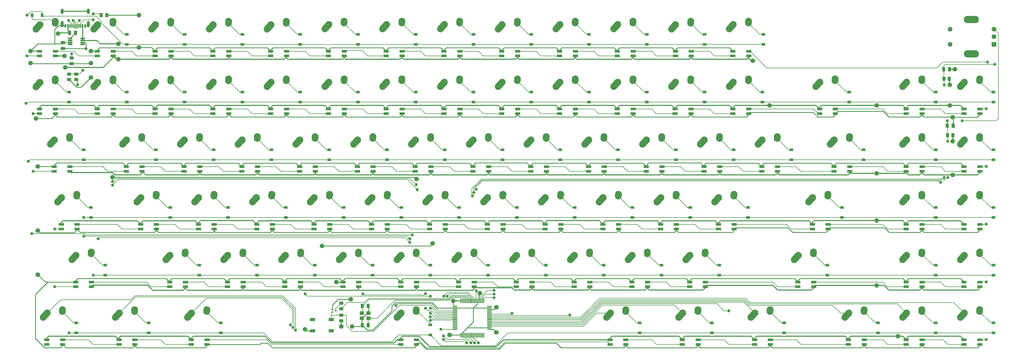
<source format=gbr>
%TF.GenerationSoftware,KiCad,Pcbnew,9.0.4*%
%TF.CreationDate,2025-09-14T19:43:05+01:00*%
%TF.ProjectId,keyboard,6b657962-6f61-4726-942e-6b696361645f,rev?*%
%TF.SameCoordinates,Original*%
%TF.FileFunction,Copper,L2,Bot*%
%TF.FilePolarity,Positive*%
%FSLAX46Y46*%
G04 Gerber Fmt 4.6, Leading zero omitted, Abs format (unit mm)*
G04 Created by KiCad (PCBNEW 9.0.4) date 2025-09-14 19:43:05*
%MOMM*%
%LPD*%
G01*
G04 APERTURE LIST*
G04 Aperture macros list*
%AMRoundRect*
0 Rectangle with rounded corners*
0 $1 Rounding radius*
0 $2 $3 $4 $5 $6 $7 $8 $9 X,Y pos of 4 corners*
0 Add a 4 corners polygon primitive as box body*
4,1,4,$2,$3,$4,$5,$6,$7,$8,$9,$2,$3,0*
0 Add four circle primitives for the rounded corners*
1,1,$1+$1,$2,$3*
1,1,$1+$1,$4,$5*
1,1,$1+$1,$6,$7*
1,1,$1+$1,$8,$9*
0 Add four rect primitives between the rounded corners*
20,1,$1+$1,$2,$3,$4,$5,0*
20,1,$1+$1,$4,$5,$6,$7,0*
20,1,$1+$1,$6,$7,$8,$9,0*
20,1,$1+$1,$8,$9,$2,$3,0*%
%AMHorizOval*
0 Thick line with rounded ends*
0 $1 width*
0 $2 $3 position (X,Y) of the first rounded end (center of the circle)*
0 $4 $5 position (X,Y) of the second rounded end (center of the circle)*
0 Add line between two ends*
20,1,$1,$2,$3,$4,$5,0*
0 Add two circle primitives to create the rounded ends*
1,1,$1,$2,$3*
1,1,$1,$4,$5*%
G04 Aperture macros list end*
%TA.AperFunction,ComponentPad*%
%ADD10HorizOval,2.250000X0.655001X0.730000X-0.655001X-0.730000X0*%
%TD*%
%TA.AperFunction,ComponentPad*%
%ADD11C,2.250000*%
%TD*%
%TA.AperFunction,ComponentPad*%
%ADD12HorizOval,2.250000X0.020000X0.290000X-0.020000X-0.290000X0*%
%TD*%
%TA.AperFunction,ComponentPad*%
%ADD13C,1.550000*%
%TD*%
%TA.AperFunction,ComponentPad*%
%ADD14RoundRect,1.200000X1.300000X-0.000010X1.300000X0.000010X-1.300000X0.000010X-1.300000X-0.000010X0*%
%TD*%
%TA.AperFunction,ComponentPad*%
%ADD15R,1.550000X1.550000*%
%TD*%
%TA.AperFunction,SMDPad,CuDef*%
%ADD16R,1.700000X0.820000*%
%TD*%
%TA.AperFunction,SMDPad,CuDef*%
%ADD17RoundRect,0.205000X-0.645000X-0.205000X0.645000X-0.205000X0.645000X0.205000X-0.645000X0.205000X0*%
%TD*%
%TA.AperFunction,SMDPad,CuDef*%
%ADD18RoundRect,0.205000X0.645000X0.205000X-0.645000X0.205000X-0.645000X-0.205000X0.645000X-0.205000X0*%
%TD*%
%TA.AperFunction,SMDPad,CuDef*%
%ADD19R,1.200000X0.900000*%
%TD*%
%TA.AperFunction,SMDPad,CuDef*%
%ADD20RoundRect,0.250000X-0.450000X0.262500X-0.450000X-0.262500X0.450000X-0.262500X0.450000X0.262500X0*%
%TD*%
%TA.AperFunction,SMDPad,CuDef*%
%ADD21R,1.400000X1.200000*%
%TD*%
%TA.AperFunction,SMDPad,CuDef*%
%ADD22RoundRect,0.250000X0.250000X0.475000X-0.250000X0.475000X-0.250000X-0.475000X0.250000X-0.475000X0*%
%TD*%
%TA.AperFunction,SMDPad,CuDef*%
%ADD23R,0.600000X1.240000*%
%TD*%
%TA.AperFunction,SMDPad,CuDef*%
%ADD24R,0.300000X1.240000*%
%TD*%
%TA.AperFunction,ComponentPad*%
%ADD25O,1.000000X1.800000*%
%TD*%
%TA.AperFunction,ComponentPad*%
%ADD26O,1.000000X2.100000*%
%TD*%
%TA.AperFunction,SMDPad,CuDef*%
%ADD27RoundRect,0.250000X-0.262500X-0.450000X0.262500X-0.450000X0.262500X0.450000X-0.262500X0.450000X0*%
%TD*%
%TA.AperFunction,SMDPad,CuDef*%
%ADD28RoundRect,0.250000X0.450000X-0.262500X0.450000X0.262500X-0.450000X0.262500X-0.450000X-0.262500X0*%
%TD*%
%TA.AperFunction,SMDPad,CuDef*%
%ADD29RoundRect,0.058800X0.691200X0.186200X-0.691200X0.186200X-0.691200X-0.186200X0.691200X-0.186200X0*%
%TD*%
%TA.AperFunction,SMDPad,CuDef*%
%ADD30RoundRect,0.058800X-0.691200X-0.186200X0.691200X-0.186200X0.691200X0.186200X-0.691200X0.186200X0*%
%TD*%
%TA.AperFunction,SMDPad,CuDef*%
%ADD31R,1.800000X1.100000*%
%TD*%
%TA.AperFunction,SMDPad,CuDef*%
%ADD32RoundRect,0.250000X-0.250000X-0.475000X0.250000X-0.475000X0.250000X0.475000X-0.250000X0.475000X0*%
%TD*%
%TA.AperFunction,SMDPad,CuDef*%
%ADD33RoundRect,0.028800X-0.301200X-0.131200X0.301200X-0.131200X0.301200X0.131200X-0.301200X0.131200X0*%
%TD*%
%TA.AperFunction,SMDPad,CuDef*%
%ADD34RoundRect,0.046200X-0.283800X-0.163800X0.283800X-0.163800X0.283800X0.163800X-0.283800X0.163800X0*%
%TD*%
%TA.AperFunction,SMDPad,CuDef*%
%ADD35RoundRect,0.075000X-0.075000X0.700000X-0.075000X-0.700000X0.075000X-0.700000X0.075000X0.700000X0*%
%TD*%
%TA.AperFunction,SMDPad,CuDef*%
%ADD36RoundRect,0.075000X-0.700000X0.075000X-0.700000X-0.075000X0.700000X-0.075000X0.700000X0.075000X0*%
%TD*%
%TA.AperFunction,SMDPad,CuDef*%
%ADD37RoundRect,0.250000X0.262500X0.450000X-0.262500X0.450000X-0.262500X-0.450000X0.262500X-0.450000X0*%
%TD*%
%TA.AperFunction,SMDPad,CuDef*%
%ADD38R,0.900000X1.200000*%
%TD*%
%TA.AperFunction,SMDPad,CuDef*%
%ADD39RoundRect,0.250000X0.475000X-0.250000X0.475000X0.250000X-0.475000X0.250000X-0.475000X-0.250000X0*%
%TD*%
%TA.AperFunction,SMDPad,CuDef*%
%ADD40RoundRect,0.225000X0.375000X-0.225000X0.375000X0.225000X-0.375000X0.225000X-0.375000X-0.225000X0*%
%TD*%
%TA.AperFunction,ViaPad*%
%ADD41C,1.500000*%
%TD*%
%TA.AperFunction,ViaPad*%
%ADD42C,1.000000*%
%TD*%
%TA.AperFunction,Conductor*%
%ADD43C,0.250000*%
%TD*%
%TA.AperFunction,Conductor*%
%ADD44C,0.304800*%
%TD*%
%TA.AperFunction,Conductor*%
%ADD45C,0.152400*%
%TD*%
%TA.AperFunction,Conductor*%
%ADD46C,0.200000*%
%TD*%
G04 APERTURE END LIST*
D10*
%TO.P,MX_F9,1,COL*%
%TO.N,COL9*%
X209570001Y-38005000D03*
D11*
X210225000Y-37275000D03*
D12*
%TO.P,MX_F9,2,ROW*%
%TO.N,Net-(D55-A)*%
X215245000Y-36485000D03*
D11*
X215265000Y-36195000D03*
%TD*%
D10*
%TO.P,MX_I1,1,COL*%
%TO.N,COL8*%
X200045001Y-76105000D03*
D11*
X200700000Y-75375000D03*
D12*
%TO.P,MX_I1,2,ROW*%
%TO.N,Net-(D51-A)*%
X205720000Y-74585000D03*
D11*
X205740000Y-74295000D03*
%TD*%
D10*
%TO.P,MX_]1,1,COL*%
%TO.N,COL12*%
X276245001Y-76105000D03*
D11*
X276900000Y-75375000D03*
D12*
%TO.P,MX_]1,2,ROW*%
%TO.N,Net-(D75-A)*%
X281920000Y-74585000D03*
D11*
X281940000Y-74295000D03*
%TD*%
D10*
%TO.P,MX_Left1,1,COL*%
%TO.N,COL13*%
X304820001Y-133255000D03*
D11*
X305475000Y-132525000D03*
D12*
%TO.P,MX_Left1,2,ROW*%
%TO.N,Net-(D48-A)*%
X310495000Y-131735000D03*
D11*
X310515000Y-131445000D03*
%TD*%
D10*
%TO.P,MX_R1,1,COL*%
%TO.N,COL4*%
X123845001Y-76105000D03*
D11*
X124500000Y-75375000D03*
D12*
%TO.P,MX_R1,2,ROW*%
%TO.N,Net-(D27-A)*%
X129520000Y-74585000D03*
D11*
X129540000Y-74295000D03*
%TD*%
D10*
%TO.P,MX_F4,1,COL*%
%TO.N,COL4*%
X114320001Y-38036250D03*
D11*
X114975000Y-37306250D03*
D12*
%TO.P,MX_F4,2,ROW*%
%TO.N,Net-(D25-A)*%
X119995000Y-36516250D03*
D11*
X120015000Y-36226250D03*
%TD*%
D10*
%TO.P,MX_F12,1,COL*%
%TO.N,COL12*%
X266720001Y-38005000D03*
D11*
X267375000Y-37275000D03*
D12*
%TO.P,MX_F12,2,ROW*%
%TO.N,Net-(D73-A)*%
X272395000Y-36485000D03*
D11*
X272415000Y-36195000D03*
%TD*%
D10*
%TO.P,MX_N1,1,COL*%
%TO.N,COL6*%
X176232501Y-114205000D03*
D11*
X176887500Y-113475000D03*
D12*
%TO.P,MX_N1,2,ROW*%
%TO.N,Net-(D41-A)*%
X181907500Y-112685000D03*
D11*
X181927500Y-112395000D03*
%TD*%
D10*
%TO.P,MX_T1,1,COL*%
%TO.N,COL5*%
X142895001Y-76105000D03*
D11*
X143550000Y-75375000D03*
D12*
%TO.P,MX_T1,2,ROW*%
%TO.N,Net-(D33-A)*%
X148570000Y-74585000D03*
D11*
X148590000Y-74295000D03*
%TD*%
D10*
%TO.P,MX_Del1,1,COL*%
%TO.N,COL14*%
X323870001Y-76105000D03*
D11*
X324525000Y-75375000D03*
D12*
%TO.P,MX_Del1,2,ROW*%
%TO.N,Net-(D87-A)*%
X329545000Y-74585000D03*
D11*
X329565000Y-74295000D03*
%TD*%
D10*
%TO.P,MX_LAlt1,1,COL*%
%TO.N,COL2*%
X88126251Y-133255000D03*
D11*
X88781250Y-132525000D03*
D12*
%TO.P,MX_LAlt1,2,ROW*%
%TO.N,Net-(D18-A)*%
X93801250Y-131735000D03*
D11*
X93821250Y-131445000D03*
%TD*%
D10*
%TO.P,MX_Ins1,1,COL*%
%TO.N,COL14*%
X323870001Y-57055000D03*
D11*
X324525000Y-56325000D03*
D12*
%TO.P,MX_Ins1,2,ROW*%
%TO.N,Net-(D86-A)*%
X329545000Y-55535000D03*
D11*
X329565000Y-55245000D03*
%TD*%
D10*
%TO.P,MX_9,1,COL*%
%TO.N,COL9*%
X209570001Y-57055000D03*
D11*
X210225000Y-56325000D03*
D12*
%TO.P,MX_9,2,ROW*%
%TO.N,Net-(D56-A)*%
X215245000Y-55535000D03*
D11*
X215265000Y-55245000D03*
%TD*%
D10*
%TO.P,MX_Y1,1,COL*%
%TO.N,COL6*%
X161945001Y-76105000D03*
D11*
X162600000Y-75375000D03*
D12*
%TO.P,MX_Y1,2,ROW*%
%TO.N,Net-(D39-A)*%
X167620000Y-74585000D03*
D11*
X167640000Y-74295000D03*
%TD*%
D10*
%TO.P,MX_F13,1,COL*%
%TO.N,COL4*%
X128607501Y-95155000D03*
D11*
X129262500Y-94425000D03*
D12*
%TO.P,MX_F13,2,ROW*%
%TO.N,Net-(D28-A)*%
X134282500Y-93635000D03*
D11*
X134302500Y-93345000D03*
%TD*%
D10*
%TO.P,MX_F6,1,COL*%
%TO.N,COL6*%
X152420001Y-38005000D03*
D11*
X153075000Y-37275000D03*
D12*
%TO.P,MX_F6,2,ROW*%
%TO.N,Net-(D37-A)*%
X158095000Y-36485000D03*
D11*
X158115000Y-36195000D03*
%TD*%
D10*
%TO.P,MX_RShift1,1,COL*%
%TO.N,COL13*%
X288151251Y-114205000D03*
D11*
X288806250Y-113475000D03*
D12*
%TO.P,MX_RShift1,2,ROW*%
%TO.N,Net-(D71-A)*%
X293826250Y-112685000D03*
D11*
X293846250Y-112395000D03*
%TD*%
D10*
%TO.P,MX_3,1,COL*%
%TO.N,COL3*%
X95270001Y-57055000D03*
D11*
X95925000Y-56325000D03*
D12*
%TO.P,MX_3,2,ROW*%
%TO.N,Net-(D20-A)*%
X100945000Y-55535000D03*
D11*
X100965000Y-55245000D03*
%TD*%
D10*
%TO.P,MX_Tilda1,1,COL*%
%TO.N,COL0*%
X38120001Y-57086250D03*
D11*
X38775000Y-56356250D03*
D12*
%TO.P,MX_Tilda1,2,ROW*%
%TO.N,Net-(D3-A)*%
X43795000Y-55566250D03*
D11*
X43815000Y-55276250D03*
%TD*%
D10*
%TO.P,MX_RCtrl1,1,COL*%
%TO.N,COL12*%
X273863751Y-133255000D03*
D11*
X274518750Y-132525000D03*
D12*
%TO.P,MX_RCtrl1,2,ROW*%
%TO.N,Net-(D42-A)*%
X279538750Y-131735000D03*
D11*
X279558750Y-131445000D03*
%TD*%
D10*
%TO.P,MX_W1,1,COL*%
%TO.N,COL2*%
X85745001Y-76105000D03*
D11*
X86400000Y-75375000D03*
D12*
%TO.P,MX_W1,2,ROW*%
%TO.N,Net-(D15-A)*%
X91420000Y-74585000D03*
D11*
X91440000Y-74295000D03*
%TD*%
D10*
%TO.P,MX_LCtrl1,1,COL*%
%TO.N,COL0*%
X40501251Y-133255000D03*
D11*
X41156250Y-132525000D03*
D12*
%TO.P,MX_LCtrl1,2,ROW*%
%TO.N,Net-(D8-A)*%
X46176250Y-131735000D03*
D11*
X46196250Y-131445000D03*
%TD*%
D10*
%TO.P,MX_'1,1,COL*%
%TO.N,COL11*%
X261957501Y-95155000D03*
D11*
X262612500Y-94425000D03*
D12*
%TO.P,MX_'1,2,ROW*%
%TO.N,Net-(D70-A)*%
X267632500Y-93635000D03*
D11*
X267652500Y-93345000D03*
%TD*%
D10*
%TO.P,MX_J1,1,COL*%
%TO.N,COL7*%
X185757501Y-95155000D03*
D11*
X186412500Y-94425000D03*
D12*
%TO.P,MX_J1,2,ROW*%
%TO.N,Net-(D46-A)*%
X191432500Y-93635000D03*
D11*
X191452500Y-93345000D03*
%TD*%
D10*
%TO.P,MX_LShift1,1,COL*%
%TO.N,COL0*%
X50026251Y-114205000D03*
D11*
X50681250Y-113475000D03*
D12*
%TO.P,MX_LShift1,2,ROW*%
%TO.N,Net-(D7-A)*%
X55701250Y-112685000D03*
D11*
X55721250Y-112395000D03*
%TD*%
D10*
%TO.P,MX_4,1,COL*%
%TO.N,COL4*%
X114320001Y-57055000D03*
D11*
X114975000Y-56325000D03*
D12*
%TO.P,MX_4,2,ROW*%
%TO.N,Net-(D26-A)*%
X119995000Y-55535000D03*
D11*
X120015000Y-55245000D03*
%TD*%
D10*
%TO.P,MX_[1,1,COL*%
%TO.N,COL11*%
X257195001Y-76105000D03*
D11*
X257850000Y-75375000D03*
D12*
%TO.P,MX_[1,2,ROW*%
%TO.N,Net-(D69-A)*%
X262870000Y-74585000D03*
D11*
X262890000Y-74295000D03*
%TD*%
D10*
%TO.P,MX_.1,1,COL*%
%TO.N,COL9*%
X233382501Y-114205000D03*
D11*
X234037500Y-113475000D03*
D12*
%TO.P,MX_.1,2,ROW*%
%TO.N,Net-(D59-A)*%
X239057500Y-112685000D03*
D11*
X239077500Y-112395000D03*
%TD*%
D10*
%TO.P,MX_Up1,1,COL*%
%TO.N,COL14*%
X323870001Y-114205000D03*
D11*
X324525000Y-113475000D03*
D12*
%TO.P,MX_Up1,2,ROW*%
%TO.N,Net-(D77-A)*%
X329545000Y-112685000D03*
D11*
X329565000Y-112395000D03*
%TD*%
D10*
%TO.P,MX_2,1,COL*%
%TO.N,COL2*%
X76220001Y-57086250D03*
D11*
X76875000Y-56356250D03*
D12*
%TO.P,MX_2,2,ROW*%
%TO.N,Net-(D14-A)*%
X81895000Y-55566250D03*
D11*
X81915000Y-55276250D03*
%TD*%
D10*
%TO.P,MX_Esc1,1,COL*%
%TO.N,COL0*%
X38120001Y-38036250D03*
D11*
X38775000Y-37306250D03*
D12*
%TO.P,MX_Esc1,2,ROW*%
%TO.N,Net-(D1-A)*%
X43795000Y-36516250D03*
D11*
X43815000Y-36226250D03*
%TD*%
D10*
%TO.P,MX_X1,1,COL*%
%TO.N,COL2*%
X100032501Y-114205000D03*
D11*
X100687500Y-113475000D03*
D12*
%TO.P,MX_X1,2,ROW*%
%TO.N,Net-(D17-A)*%
X105707500Y-112685000D03*
D11*
X105727500Y-112395000D03*
%TD*%
D10*
%TO.P,MX_Z1,1,COL*%
%TO.N,COL1*%
X80982501Y-114205000D03*
D11*
X81637500Y-113475000D03*
D12*
%TO.P,MX_Z1,2,ROW*%
%TO.N,Net-(D11-A)*%
X86657500Y-112685000D03*
D11*
X86677500Y-112395000D03*
%TD*%
D10*
%TO.P,MX_7,1,COL*%
%TO.N,COL7*%
X171470001Y-57055000D03*
D11*
X172125000Y-56325000D03*
D12*
%TO.P,MX_7,2,ROW*%
%TO.N,Net-(D44-A)*%
X177145000Y-55535000D03*
D11*
X177165000Y-55245000D03*
%TD*%
D10*
%TO.P,MX_End1,1,COL*%
%TO.N,COL15*%
X342920001Y-76105000D03*
D11*
X343575000Y-75375000D03*
D12*
%TO.P,MX_End1,2,ROW*%
%TO.N,Net-(D93-A)*%
X348595000Y-74585000D03*
D11*
X348615000Y-74295000D03*
%TD*%
D10*
%TO.P,MX_B1,1,COL*%
%TO.N,COL5*%
X157182501Y-114205000D03*
D11*
X157837500Y-113475000D03*
D12*
%TO.P,MX_B1,2,ROW*%
%TO.N,Net-(D35-A)*%
X162857500Y-112685000D03*
D11*
X162877500Y-112395000D03*
%TD*%
D10*
%TO.P,MX_D1,1,COL*%
%TO.N,COL3*%
X109557501Y-95155000D03*
D11*
X110212500Y-94425000D03*
D12*
%TO.P,MX_D1,2,ROW*%
%TO.N,Net-(D22-A)*%
X115232500Y-93635000D03*
D11*
X115252500Y-93345000D03*
%TD*%
D10*
%TO.P,MX_F1,1,COL*%
%TO.N,COL1*%
X57170001Y-38036250D03*
D11*
X57825000Y-37306250D03*
D12*
%TO.P,MX_F1,2,ROW*%
%TO.N,Net-(D2-A)*%
X62845000Y-36516250D03*
D11*
X62865000Y-36226250D03*
%TD*%
D10*
%TO.P,MX_V1,1,COL*%
%TO.N,COL4*%
X138132501Y-114205000D03*
D11*
X138787500Y-113475000D03*
D12*
%TO.P,MX_V1,2,ROW*%
%TO.N,Net-(D29-A)*%
X143807500Y-112685000D03*
D11*
X143827500Y-112395000D03*
%TD*%
D10*
%TO.P,MX_5,1,COL*%
%TO.N,COL5*%
X133370001Y-57055000D03*
D11*
X134025000Y-56325000D03*
D12*
%TO.P,MX_5,2,ROW*%
%TO.N,Net-(D32-A)*%
X139045000Y-55535000D03*
D11*
X139065000Y-55245000D03*
%TD*%
D10*
%TO.P,MX_PtrSc1,1,COL*%
%TO.N,COL14*%
X323870001Y-95155000D03*
D11*
X324525000Y-94425000D03*
D12*
%TO.P,MX_PtrSc1,2,ROW*%
%TO.N,Net-(D82-A)*%
X329545000Y-93635000D03*
D11*
X329565000Y-93345000D03*
%TD*%
D10*
%TO.P,MX_1,1,COL*%
%TO.N,COL1*%
X57170001Y-57086250D03*
D11*
X57825000Y-56356250D03*
D12*
%TO.P,MX_1,2,ROW*%
%TO.N,Net-(D4-A)*%
X62845000Y-55566250D03*
D11*
X62865000Y-55276250D03*
%TD*%
D10*
%TO.P,MX_PgDn1,1,COL*%
%TO.N,COL15*%
X342920001Y-114205000D03*
D11*
X343575000Y-113475000D03*
D12*
%TO.P,MX_PgDn1,2,ROW*%
%TO.N,Net-(D83-A)*%
X348595000Y-112685000D03*
D11*
X348615000Y-112395000D03*
%TD*%
D10*
%TO.P,MX_F8,1,COL*%
%TO.N,COL8*%
X190520001Y-38036250D03*
D11*
X191175000Y-37306250D03*
D12*
%TO.P,MX_F8,2,ROW*%
%TO.N,Net-(D49-A)*%
X196195000Y-36516250D03*
D11*
X196215000Y-36226250D03*
%TD*%
D10*
%TO.P,MX_BckSpace1,1,COL*%
%TO.N,COL13*%
X295295001Y-57055000D03*
D11*
X295950000Y-56325000D03*
D12*
%TO.P,MX_BckSpace1,2,ROW*%
%TO.N,Net-(D80-A)*%
X300970000Y-55535000D03*
D11*
X300990000Y-55245000D03*
%TD*%
D10*
%TO.P,MX_Space1,1,COL*%
%TO.N,COL5*%
X157182501Y-133255000D03*
D11*
X157837500Y-132525000D03*
D12*
%TO.P,MX_Space1,2,ROW*%
%TO.N,Net-(D24-A)*%
X162857500Y-131735000D03*
D11*
X162877500Y-131445000D03*
%TD*%
D10*
%TO.P,MX_H1,1,COL*%
%TO.N,COL6*%
X166707501Y-95155000D03*
D11*
X167362500Y-94425000D03*
D12*
%TO.P,MX_H1,2,ROW*%
%TO.N,Net-(D40-A)*%
X172382500Y-93635000D03*
D11*
X172402500Y-93345000D03*
%TD*%
D10*
%TO.P,MX_Caps1,1,COL*%
%TO.N,COL0*%
X45263751Y-95155000D03*
D11*
X45918750Y-94425000D03*
D12*
%TO.P,MX_Caps1,2,ROW*%
%TO.N,Net-(D6-A)*%
X50938750Y-93635000D03*
D11*
X50958750Y-93345000D03*
%TD*%
D10*
%TO.P,MX_6,1,COL*%
%TO.N,COL6*%
X152420001Y-57055000D03*
D11*
X153075000Y-56325000D03*
D12*
%TO.P,MX_6,2,ROW*%
%TO.N,Net-(D38-A)*%
X158095000Y-55535000D03*
D11*
X158115000Y-55245000D03*
%TD*%
D10*
%TO.P,MX_RAlt1,1,COL*%
%TO.N,COL9*%
X226238751Y-133255000D03*
D11*
X226893750Y-132525000D03*
D12*
%TO.P,MX_RAlt1,2,ROW*%
%TO.N,Net-(D30-A)*%
X231913750Y-131735000D03*
D11*
X231933750Y-131445000D03*
%TD*%
D10*
%TO.P,MX_LWin1,1,COL*%
%TO.N,COL1*%
X64313751Y-133255000D03*
D11*
X64968750Y-132525000D03*
D12*
%TO.P,MX_LWin1,2,ROW*%
%TO.N,Net-(D12-A)*%
X69988750Y-131735000D03*
D11*
X70008750Y-131445000D03*
%TD*%
D10*
%TO.P,MX_C1,1,COL*%
%TO.N,COL3*%
X119082501Y-114205000D03*
D11*
X119737500Y-113475000D03*
D12*
%TO.P,MX_C1,2,ROW*%
%TO.N,Net-(D23-A)*%
X124757500Y-112685000D03*
D11*
X124777500Y-112395000D03*
%TD*%
D10*
%TO.P,MX_F7,1,COL*%
%TO.N,COL7*%
X171470001Y-38005000D03*
D11*
X172125000Y-37275000D03*
D12*
%TO.P,MX_F7,2,ROW*%
%TO.N,Net-(D43-A)*%
X177145000Y-36485000D03*
D11*
X177165000Y-36195000D03*
%TD*%
D10*
%TO.P,MX_F11,1,COL*%
%TO.N,COL11*%
X247670001Y-38036250D03*
D11*
X248325000Y-37306250D03*
D12*
%TO.P,MX_F11,2,ROW*%
%TO.N,Net-(D67-A)*%
X253345000Y-36516250D03*
D11*
X253365000Y-36226250D03*
%TD*%
D10*
%TO.P,MX_M1,1,COL*%
%TO.N,COL7*%
X195282501Y-114205000D03*
D11*
X195937500Y-113475000D03*
D12*
%TO.P,MX_M1,2,ROW*%
%TO.N,Net-(D47-A)*%
X200957500Y-112685000D03*
D11*
X200977500Y-112395000D03*
%TD*%
D10*
%TO.P,MX_Q1,1,COL*%
%TO.N,COL1*%
X66695001Y-76105000D03*
D11*
X67350000Y-75375000D03*
D12*
%TO.P,MX_Q1,2,ROW*%
%TO.N,Net-(D9-A)*%
X72370000Y-74585000D03*
D11*
X72390000Y-74295000D03*
%TD*%
D10*
%TO.P,MX_-1,1,COL*%
%TO.N,COL11*%
X247670001Y-57055000D03*
D11*
X248325000Y-56325000D03*
D12*
%TO.P,MX_-1,2,ROW*%
%TO.N,Net-(D68-A)*%
X253345000Y-55535000D03*
D11*
X253365000Y-55245000D03*
%TD*%
D10*
%TO.P,MX_E1,1,COL*%
%TO.N,COL3*%
X104795001Y-76105000D03*
D11*
X105450000Y-75375000D03*
D12*
%TO.P,MX_E1,2,ROW*%
%TO.N,Net-(D21-A)*%
X110470000Y-74585000D03*
D11*
X110490000Y-74295000D03*
%TD*%
D10*
%TO.P,MX_A1,1,COL*%
%TO.N,COL1*%
X71457501Y-95155000D03*
D11*
X72112500Y-94425000D03*
D12*
%TO.P,MX_A1,2,ROW*%
%TO.N,Net-(D10-A)*%
X77132500Y-93635000D03*
D11*
X77152500Y-93345000D03*
%TD*%
D10*
%TO.P,MX_Tab1,1,COL*%
%TO.N,COL0*%
X42882501Y-76105000D03*
D11*
X43537500Y-75375000D03*
D12*
%TO.P,MX_Tab1,2,ROW*%
%TO.N,Net-(D5-A)*%
X48557500Y-74585000D03*
D11*
X48577500Y-74295000D03*
%TD*%
D10*
%TO.P,MX_O1,1,COL*%
%TO.N,COL9*%
X219095001Y-76105000D03*
D11*
X219750000Y-75375000D03*
D12*
%TO.P,MX_O1,2,ROW*%
%TO.N,Net-(D57-A)*%
X224770000Y-74585000D03*
D11*
X224790000Y-74295000D03*
%TD*%
D10*
%TO.P,MX_Right1,1,COL*%
%TO.N,COL15*%
X342920001Y-133255000D03*
D11*
X343575000Y-132525000D03*
D12*
%TO.P,MX_Right1,2,ROW*%
%TO.N,Net-(D60-A)*%
X348595000Y-131735000D03*
D11*
X348615000Y-131445000D03*
%TD*%
D10*
%TO.P,MX_U1,1,COL*%
%TO.N,COL7*%
X180995001Y-76105000D03*
D11*
X181650000Y-75375000D03*
D12*
%TO.P,MX_U1,2,ROW*%
%TO.N,Net-(D45-A)*%
X186670000Y-74585000D03*
D11*
X186690000Y-74295000D03*
%TD*%
D10*
%TO.P,MX_\u005C1,1,COL*%
%TO.N,COL13*%
X300057501Y-76105000D03*
D11*
X300712500Y-75375000D03*
D12*
%TO.P,MX_\u005C1,2,ROW*%
%TO.N,Net-(D81-A)*%
X305732500Y-74585000D03*
D11*
X305752500Y-74295000D03*
%TD*%
D10*
%TO.P,MX_PgUp1,1,COL*%
%TO.N,COL15*%
X342920001Y-95155000D03*
D11*
X343575000Y-94425000D03*
D12*
%TO.P,MX_PgUp1,2,ROW*%
%TO.N,Net-(D88-A)*%
X348595000Y-93635000D03*
D11*
X348615000Y-93345000D03*
%TD*%
D10*
%TO.P,MX_F3,1,COL*%
%TO.N,COL3*%
X95270001Y-38036250D03*
D11*
X95925000Y-37306250D03*
D12*
%TO.P,MX_F3,2,ROW*%
%TO.N,Net-(D19-A)*%
X100945000Y-36516250D03*
D11*
X100965000Y-36226250D03*
%TD*%
D13*
%TO.P,ENC1,1,1*%
%TO.N,GND*%
X338871875Y-43775000D03*
%TO.P,ENC1,2,2*%
%TO.N,S1*%
X338871875Y-38775000D03*
D14*
%TO.P,ENC1,3,MNT_1*%
%TO.N,GND*%
X345871875Y-46975000D03*
%TO.P,ENC1,4,MNT_2*%
X345871875Y-35575000D03*
D15*
%TO.P,ENC1,A,CHANNEL_A*%
%TO.N,A*%
X353371875Y-43775000D03*
D13*
%TO.P,ENC1,B,CHANNEL_B*%
%TO.N,B*%
X353371875Y-38775000D03*
%TO.P,ENC1,C,COMMON*%
%TO.N,GND*%
X353371875Y-41275000D03*
%TD*%
D10*
%TO.P,MX_;1,1,COL*%
%TO.N,COL10*%
X242907501Y-95155000D03*
D11*
X243562500Y-94425000D03*
D12*
%TO.P,MX_;1,2,ROW*%
%TO.N,Net-(D64-A)*%
X248582500Y-93635000D03*
D11*
X248602500Y-93345000D03*
%TD*%
D10*
%TO.P,MX_P1,1,COL*%
%TO.N,COL10*%
X238145001Y-76105000D03*
D11*
X238800000Y-75375000D03*
D12*
%TO.P,MX_P1,2,ROW*%
%TO.N,Net-(D63-A)*%
X243820000Y-74585000D03*
D11*
X243840000Y-74295000D03*
%TD*%
D10*
%TO.P,MX_Down1,1,COL*%
%TO.N,COL14*%
X323870001Y-133255000D03*
D11*
X324525000Y-132525000D03*
D12*
%TO.P,MX_Down1,2,ROW*%
%TO.N,Net-(D54-A)*%
X329545000Y-131735000D03*
D11*
X329565000Y-131445000D03*
%TD*%
D10*
%TO.P,MX_F5,1,COL*%
%TO.N,COL5*%
X133370001Y-38005000D03*
D11*
X134025000Y-37275000D03*
D12*
%TO.P,MX_F5,2,ROW*%
%TO.N,Net-(D31-A)*%
X139045000Y-36485000D03*
D11*
X139065000Y-36195000D03*
%TD*%
D10*
%TO.P,MX_Enter1,1,COL*%
%TO.N,COL13*%
X292913751Y-95155000D03*
D11*
X293568750Y-94425000D03*
D12*
%TO.P,MX_Enter1,2,ROW*%
%TO.N,Net-(D76-A)*%
X298588750Y-93635000D03*
D11*
X298608750Y-93345000D03*
%TD*%
D10*
%TO.P,MX_\u002C1,1,COL*%
%TO.N,COL8*%
X214332501Y-114205000D03*
D11*
X214987500Y-113475000D03*
D12*
%TO.P,MX_\u002C1,2,ROW*%
%TO.N,Net-(D53-A)*%
X220007500Y-112685000D03*
D11*
X220027500Y-112395000D03*
%TD*%
D10*
%TO.P,MX_G1,1,COL*%
%TO.N,COL5*%
X147657501Y-95155000D03*
D11*
X148312500Y-94425000D03*
D12*
%TO.P,MX_G1,2,ROW*%
%TO.N,Net-(D34-A)*%
X153332500Y-93635000D03*
D11*
X153352500Y-93345000D03*
%TD*%
D10*
%TO.P,MX_F2,1,COL*%
%TO.N,COL2*%
X76220001Y-38036250D03*
D11*
X76875000Y-37306250D03*
D12*
%TO.P,MX_F2,2,ROW*%
%TO.N,Net-(D13-A)*%
X81895000Y-36516250D03*
D11*
X81915000Y-36226250D03*
%TD*%
D10*
%TO.P,MX_=1,1,COL*%
%TO.N,COL12*%
X266720001Y-57055000D03*
D11*
X267375000Y-56325000D03*
D12*
%TO.P,MX_=1,2,ROW*%
%TO.N,Net-(D74-A)*%
X272395000Y-55535000D03*
D11*
X272415000Y-55245000D03*
%TD*%
D10*
%TO.P,MX_0,1,COL*%
%TO.N,COL10*%
X228620001Y-57055000D03*
D11*
X229275000Y-56325000D03*
D12*
%TO.P,MX_0,2,ROW*%
%TO.N,Net-(D62-A)*%
X234295000Y-55535000D03*
D11*
X234315000Y-55245000D03*
%TD*%
D10*
%TO.P,MX_S1,1,COL*%
%TO.N,COL2*%
X90507501Y-95155000D03*
D11*
X91162500Y-94425000D03*
D12*
%TO.P,MX_S1,2,ROW*%
%TO.N,Net-(D16-A)*%
X96182500Y-93635000D03*
D11*
X96202500Y-93345000D03*
%TD*%
D10*
%TO.P,MX_RWin1,1,COL*%
%TO.N,COL10*%
X250051251Y-133255000D03*
D11*
X250706250Y-132525000D03*
D12*
%TO.P,MX_RWin1,2,ROW*%
%TO.N,Net-(D36-A)*%
X255726250Y-131735000D03*
D11*
X255746250Y-131445000D03*
%TD*%
D10*
%TO.P,MX_8,1,COL*%
%TO.N,COL8*%
X190520001Y-57055000D03*
D11*
X191175000Y-56325000D03*
D12*
%TO.P,MX_8,2,ROW*%
%TO.N,Net-(D50-A)*%
X196195000Y-55535000D03*
D11*
X196215000Y-55245000D03*
%TD*%
D10*
%TO.P,MX_K1,1,COL*%
%TO.N,COL8*%
X204807501Y-95155000D03*
D11*
X205462500Y-94425000D03*
D12*
%TO.P,MX_K1,2,ROW*%
%TO.N,Net-(D52-A)*%
X210482500Y-93635000D03*
D11*
X210502500Y-93345000D03*
%TD*%
D10*
%TO.P,MX_L1,1,COL*%
%TO.N,COL9*%
X223857501Y-95155000D03*
D11*
X224512500Y-94425000D03*
D12*
%TO.P,MX_L1,2,ROW*%
%TO.N,Net-(D58-A)*%
X229532500Y-93635000D03*
D11*
X229552500Y-93345000D03*
%TD*%
D10*
%TO.P,MX_F10,1,COL*%
%TO.N,COL10*%
X228620001Y-38005000D03*
D11*
X229275000Y-37275000D03*
D12*
%TO.P,MX_F10,2,ROW*%
%TO.N,Net-(D61-A)*%
X234295000Y-36485000D03*
D11*
X234315000Y-36195000D03*
%TD*%
D10*
%TO.P,MX_Home1,1,COL*%
%TO.N,COL15*%
X342920001Y-57055000D03*
D11*
X343575000Y-56325000D03*
D12*
%TO.P,MX_Home1,2,ROW*%
%TO.N,Net-(D92-A)*%
X348595000Y-55535000D03*
D11*
X348615000Y-55245000D03*
%TD*%
D10*
%TO.P,MX_/1,1,COL*%
%TO.N,COL10*%
X252432501Y-114205000D03*
D11*
X253087500Y-113475000D03*
D12*
%TO.P,MX_/1,2,ROW*%
%TO.N,Net-(D65-A)*%
X258107500Y-112685000D03*
D11*
X258127500Y-112395000D03*
%TD*%
D16*
%TO.P,LED_=1,1,VDD*%
%TO.N,+5V*%
X267284200Y-65131250D03*
%TO.P,LED_=1,2,DOUT*%
%TO.N,Net-(LED_-1-DIN)*%
X267284200Y-66631250D03*
D17*
%TO.P,LED_=1,3,GND*%
%TO.N,GND*%
X272465800Y-66631250D03*
D16*
%TO.P,LED_=1,4,DIN*%
%TO.N,Net-(LED_=1-DIN)*%
X272465800Y-65131250D03*
%TD*%
%TO.P,LED_RSHIFT1,1,VDD*%
%TO.N,+5V*%
X293897050Y-123781250D03*
%TO.P,LED_RSHIFT1,2,DOUT*%
%TO.N,Net-(LED_RSHIFT1-DOUT)*%
X293897050Y-122281250D03*
D18*
%TO.P,LED_RSHIFT1,3,GND*%
%TO.N,GND*%
X288715450Y-122281250D03*
D16*
%TO.P,LED_RSHIFT1,4,DIN*%
%TO.N,Net-(LED_/1-DOUT)*%
X288715450Y-123781250D03*
%TD*%
D19*
%TO.P,D41,1,K*%
%TO.N,ROW4*%
X186531250Y-120014000D03*
%TO.P,D41,2,A*%
%TO.N,Net-(D41-A)*%
X186531250Y-116714000D03*
%TD*%
D20*
%TO.P,R5,1*%
%TO.N,Net-(J3-CC1)*%
X49212500Y-48300000D03*
%TO.P,R5,2*%
%TO.N,GND*%
X49212500Y-50125000D03*
%TD*%
D16*
%TO.P,LED_B1,1,VDD*%
%TO.N,+5V*%
X162928300Y-123781250D03*
%TO.P,LED_B1,2,DOUT*%
%TO.N,Net-(LED_B1-DOUT)*%
X162928300Y-122281250D03*
D18*
%TO.P,LED_B1,3,GND*%
%TO.N,GND*%
X157746700Y-122281250D03*
D16*
%TO.P,LED_B1,4,DIN*%
%TO.N,Net-(LED_B1-DIN)*%
X157746700Y-123781250D03*
%TD*%
%TO.P,LED_CAPS1,1,VDD*%
%TO.N,+5V*%
X45827950Y-103231250D03*
%TO.P,LED_CAPS1,2,DOUT*%
%TO.N,Net-(LED_CAPS1-DOUT)*%
X45827950Y-104731250D03*
D17*
%TO.P,LED_CAPS1,3,GND*%
%TO.N,GND*%
X51009550Y-104731250D03*
D16*
%TO.P,LED_CAPS1,4,DIN*%
%TO.N,Net-(LED_A1-DOUT)*%
X51009550Y-103231250D03*
%TD*%
D19*
%TO.P,D5,1,K*%
%TO.N,ROW2*%
X53181250Y-81914000D03*
%TO.P,D5,2,A*%
%TO.N,Net-(D5-A)*%
X53181250Y-78614000D03*
%TD*%
%TO.P,D12,1,K*%
%TO.N,ROW5*%
X74612500Y-139064000D03*
%TO.P,D12,2,A*%
%TO.N,Net-(D12-A)*%
X74612500Y-135764000D03*
%TD*%
D16*
%TO.P,LED_-1,1,VDD*%
%TO.N,+5V*%
X248234200Y-65131250D03*
%TO.P,LED_-1,2,DOUT*%
%TO.N,Net-(LED_-1-DOUT)*%
X248234200Y-66631250D03*
D17*
%TO.P,LED_-1,3,GND*%
%TO.N,GND*%
X253415800Y-66631250D03*
D16*
%TO.P,LED_-1,4,DIN*%
%TO.N,Net-(LED_-1-DIN)*%
X253415800Y-65131250D03*
%TD*%
D19*
%TO.P,D21,1,K*%
%TO.N,ROW2*%
X115093750Y-81914000D03*
%TO.P,D21,2,A*%
%TO.N,Net-(D21-A)*%
X115093750Y-78614000D03*
%TD*%
D16*
%TO.P,LED_]1,1,VDD*%
%TO.N,+5V*%
X281990800Y-85681250D03*
%TO.P,LED_]1,2,DOUT*%
%TO.N,Net-(LED_\u005C1-DIN)*%
X281990800Y-84181250D03*
D18*
%TO.P,LED_]1,3,GND*%
%TO.N,GND*%
X276809200Y-84181250D03*
D16*
%TO.P,LED_]1,4,DIN*%
%TO.N,Net-(LED_[1-DOUT)*%
X276809200Y-85681250D03*
%TD*%
D19*
%TO.P,D86,1,K*%
%TO.N,ROW1*%
X334168750Y-62864000D03*
%TO.P,D86,2,A*%
%TO.N,Net-(D86-A)*%
X334168750Y-59564000D03*
%TD*%
D16*
%TO.P,LED_Home1,1,VDD*%
%TO.N,+5V*%
X343484200Y-65131250D03*
%TO.P,LED_Home1,2,DOUT*%
%TO.N,Net-(LED_Home1-DOUT)*%
X343484200Y-66631250D03*
D17*
%TO.P,LED_Home1,3,GND*%
%TO.N,GND*%
X348665800Y-66631250D03*
D16*
%TO.P,LED_Home1,4,DIN*%
%TO.N,Net-(LED_F12-DOUT)*%
X348665800Y-65131250D03*
%TD*%
D19*
%TO.P,D60,1,K*%
%TO.N,ROW5*%
X353218750Y-139064000D03*
%TO.P,D60,2,A*%
%TO.N,Net-(D60-A)*%
X353218750Y-135764000D03*
%TD*%
%TO.P,D33,1,K*%
%TO.N,ROW2*%
X153193750Y-81914000D03*
%TO.P,D33,2,A*%
%TO.N,Net-(D33-A)*%
X153193750Y-78614000D03*
%TD*%
D16*
%TO.P,LED_F1,1,VDD*%
%TO.N,+5V*%
X62915800Y-47581250D03*
%TO.P,LED_F1,2,DOUT*%
%TO.N,Net-(LED_F1-DOUT)*%
X62915800Y-46081250D03*
D18*
%TO.P,LED_F1,3,GND*%
%TO.N,GND*%
X57734200Y-46081250D03*
D16*
%TO.P,LED_F1,4,DIN*%
%TO.N,Net-(LED_Esc1-DOUT)*%
X57734200Y-47581250D03*
%TD*%
%TO.P,LED_M1,1,VDD*%
%TO.N,+5V*%
X201028300Y-123781250D03*
%TO.P,LED_M1,2,DOUT*%
%TO.N,Net-(LED_\u002C1-DIN)*%
X201028300Y-122281250D03*
D18*
%TO.P,LED_M1,3,GND*%
%TO.N,GND*%
X195846700Y-122281250D03*
D16*
%TO.P,LED_M1,4,DIN*%
%TO.N,Net-(LED_M1-DIN)*%
X195846700Y-123781250D03*
%TD*%
D19*
%TO.P,D62,1,K*%
%TO.N,ROW1*%
X238918750Y-62864000D03*
%TO.P,D62,2,A*%
%TO.N,Net-(D62-A)*%
X238918750Y-59564000D03*
%TD*%
D16*
%TO.P,LED_L1,1,VDD*%
%TO.N,+5V*%
X224421700Y-103231250D03*
%TO.P,LED_L1,2,DOUT*%
%TO.N,Net-(LED_K1-DIN)*%
X224421700Y-104731250D03*
D17*
%TO.P,LED_L1,3,GND*%
%TO.N,GND*%
X229603300Y-104731250D03*
D16*
%TO.P,LED_L1,4,DIN*%
%TO.N,Net-(LED_;1-DOUT)*%
X229603300Y-103231250D03*
%TD*%
%TO.P,LED_LSHIFT1,1,VDD*%
%TO.N,+5V*%
X55772050Y-123781250D03*
%TO.P,LED_LSHIFT1,2,DOUT*%
%TO.N,Net-(LED_LSHIFT1-DOUT)*%
X55772050Y-122281250D03*
D18*
%TO.P,LED_LSHIFT1,3,GND*%
%TO.N,GND*%
X50590450Y-122281250D03*
D16*
%TO.P,LED_LSHIFT1,4,DIN*%
%TO.N,Net-(LED_CAPS1-DOUT)*%
X50590450Y-123781250D03*
%TD*%
D19*
%TO.P,D15,1,K*%
%TO.N,ROW2*%
X96043750Y-81914000D03*
%TO.P,D15,2,A*%
%TO.N,Net-(D15-A)*%
X96043750Y-78614000D03*
%TD*%
D21*
%TO.P,Y1,1,1*%
%TO.N,Net-(U3-PF0)*%
X147150000Y-134200000D03*
%TO.P,Y1,2,2*%
%TO.N,GND*%
X144950000Y-134200000D03*
%TO.P,Y1,3,3*%
%TO.N,Net-(U3-PF1)*%
X144950000Y-132500000D03*
%TO.P,Y1,4,4*%
%TO.N,GND*%
X147150000Y-132500000D03*
%TD*%
D19*
%TO.P,D18,1,K*%
%TO.N,ROW5*%
X98425000Y-139064000D03*
%TO.P,D18,2,A*%
%TO.N,Net-(D18-A)*%
X98425000Y-135764000D03*
%TD*%
%TO.P,D10,1,K*%
%TO.N,ROW3*%
X81756250Y-100964000D03*
%TO.P,D10,2,A*%
%TO.N,Net-(D10-A)*%
X81756250Y-97664000D03*
%TD*%
D16*
%TO.P,LED_Ins1,1,VDD*%
%TO.N,+5V*%
X324434200Y-65131250D03*
%TO.P,LED_Ins1,2,DOUT*%
%TO.N,Net-(LED_BckSpace1-DIN)*%
X324434200Y-66631250D03*
D17*
%TO.P,LED_Ins1,3,GND*%
%TO.N,GND*%
X329615800Y-66631250D03*
D16*
%TO.P,LED_Ins1,4,DIN*%
%TO.N,Net-(LED_Home1-DOUT)*%
X329615800Y-65131250D03*
%TD*%
%TO.P,LED_Del1,1,VDD*%
%TO.N,+5V*%
X329615800Y-85681250D03*
%TO.P,LED_Del1,2,DOUT*%
%TO.N,Net-(LED_Del1-DOUT)*%
X329615800Y-84181250D03*
D18*
%TO.P,LED_Del1,3,GND*%
%TO.N,GND*%
X324434200Y-84181250D03*
D16*
%TO.P,LED_Del1,4,DIN*%
%TO.N,Net-(LED_Del1-DIN)*%
X324434200Y-85681250D03*
%TD*%
%TO.P,LED_F13,1,VDD*%
%TO.N,+5V*%
X129171700Y-103231250D03*
%TO.P,LED_F13,2,DOUT*%
%TO.N,Net-(LED_D1-DIN)*%
X129171700Y-104731250D03*
D17*
%TO.P,LED_F13,3,GND*%
%TO.N,GND*%
X134353300Y-104731250D03*
D16*
%TO.P,LED_F13,4,DIN*%
%TO.N,Net-(LED_F13-DIN)*%
X134353300Y-103231250D03*
%TD*%
%TO.P,LED_F9,1,VDD*%
%TO.N,+5V*%
X215315800Y-47581250D03*
%TO.P,LED_F9,2,DOUT*%
%TO.N,Net-(LED_F10-DIN)*%
X215315800Y-46081250D03*
D18*
%TO.P,LED_F9,3,GND*%
%TO.N,GND*%
X210134200Y-46081250D03*
D16*
%TO.P,LED_F9,4,DIN*%
%TO.N,Net-(LED_F8-DOUT)*%
X210134200Y-47581250D03*
%TD*%
D19*
%TO.P,D20,1,K*%
%TO.N,ROW1*%
X105568750Y-62864000D03*
%TO.P,D20,2,A*%
%TO.N,Net-(D20-A)*%
X105568750Y-59564000D03*
%TD*%
D16*
%TO.P,LED_F6,1,VDD*%
%TO.N,+5V*%
X158165800Y-47581250D03*
%TO.P,LED_F6,2,DOUT*%
%TO.N,Net-(LED_F6-DOUT)*%
X158165800Y-46081250D03*
D18*
%TO.P,LED_F6,3,GND*%
%TO.N,GND*%
X152984200Y-46081250D03*
D16*
%TO.P,LED_F6,4,DIN*%
%TO.N,Net-(LED_F5-DOUT)*%
X152984200Y-47581250D03*
%TD*%
D19*
%TO.P,D22,1,K*%
%TO.N,ROW3*%
X119856250Y-100964000D03*
%TO.P,D22,2,A*%
%TO.N,Net-(D22-A)*%
X119856250Y-97664000D03*
%TD*%
D22*
%TO.P,C2,1*%
%TO.N,GND*%
X147000000Y-130175000D03*
%TO.P,C2,2*%
%TO.N,Net-(U3-PF1)*%
X145100000Y-130175000D03*
%TD*%
D16*
%TO.P,LED_F8,1,VDD*%
%TO.N,+5V*%
X196265800Y-47581250D03*
%TO.P,LED_F8,2,DOUT*%
%TO.N,Net-(LED_F8-DOUT)*%
X196265800Y-46081250D03*
D18*
%TO.P,LED_F8,3,GND*%
%TO.N,GND*%
X191084200Y-46081250D03*
D16*
%TO.P,LED_F8,4,DIN*%
%TO.N,Net-(LED_F7-DOUT)*%
X191084200Y-47581250D03*
%TD*%
%TO.P,LED_UP1,1,VDD*%
%TO.N,+5V*%
X329615800Y-123781250D03*
%TO.P,LED_UP1,2,DOUT*%
%TO.N,Net-(LED_PGDN1-DIN)*%
X329615800Y-122281250D03*
D18*
%TO.P,LED_UP1,3,GND*%
%TO.N,GND*%
X324434200Y-122281250D03*
D16*
%TO.P,LED_UP1,4,DIN*%
%TO.N,Net-(LED_RSHIFT1-DOUT)*%
X324434200Y-123781250D03*
%TD*%
%TO.P,LED_I1,1,VDD*%
%TO.N,+5V*%
X205790800Y-85681250D03*
%TO.P,LED_I1,2,DOUT*%
%TO.N,Net-(LED_I1-DOUT)*%
X205790800Y-84181250D03*
D18*
%TO.P,LED_I1,3,GND*%
%TO.N,GND*%
X200609200Y-84181250D03*
D16*
%TO.P,LED_I1,4,DIN*%
%TO.N,Net-(LED_I1-DIN)*%
X200609200Y-85681250D03*
%TD*%
D23*
%TO.P,J3,A1,GND*%
%TO.N,GND*%
X47219000Y-37680000D03*
%TO.P,J3,A4,VBUS*%
%TO.N,+5V*%
X48019000Y-37680000D03*
D24*
%TO.P,J3,A5,CC1*%
%TO.N,Net-(J3-CC1)*%
X49169000Y-37680000D03*
%TO.P,J3,A6,D+*%
%TO.N,Net-(J3-D+-PadA6)*%
X50169000Y-37680000D03*
%TO.P,J3,A7,D-*%
%TO.N,D-*%
X50669000Y-37680000D03*
%TO.P,J3,A8,SBU1*%
%TO.N,unconnected-(J3-SBU1-PadA8)*%
X51669000Y-37680000D03*
D23*
%TO.P,J3,A9,VBUS*%
%TO.N,+5V*%
X52819000Y-37680000D03*
%TO.P,J3,A12,GND*%
%TO.N,GND*%
X53619000Y-37680000D03*
%TO.P,J3,B1,GND*%
X53619000Y-37680000D03*
%TO.P,J3,B4,VBUS*%
%TO.N,+5V*%
X52819000Y-37680000D03*
D24*
%TO.P,J3,B5,CC2*%
%TO.N,Net-(J3-CC2)*%
X52169000Y-37680000D03*
%TO.P,J3,B6,D+*%
%TO.N,Net-(J3-D+-PadA6)*%
X51169000Y-37680000D03*
%TO.P,J3,B7,D-*%
%TO.N,D-*%
X49669000Y-37680000D03*
%TO.P,J3,B8,SBU2*%
%TO.N,unconnected-(J3-SBU2-PadB8)*%
X48669000Y-37680000D03*
D23*
%TO.P,J3,B9,VBUS*%
%TO.N,+5V*%
X48019000Y-37680000D03*
%TO.P,J3,B12,GND*%
%TO.N,GND*%
X47219000Y-37680000D03*
D25*
%TO.P,J3,S1,SHIELD*%
X46099000Y-32880000D03*
D26*
X46099000Y-37080000D03*
D25*
X54739000Y-32880000D03*
D26*
X54739000Y-37080000D03*
%TD*%
D19*
%TO.P,D47,1,K*%
%TO.N,ROW4*%
X205581250Y-120014000D03*
%TO.P,D47,2,A*%
%TO.N,Net-(D47-A)*%
X205581250Y-116714000D03*
%TD*%
%TO.P,D11,1,K*%
%TO.N,ROW4*%
X91281250Y-120014000D03*
%TO.P,D11,2,A*%
%TO.N,Net-(D11-A)*%
X91281250Y-116714000D03*
%TD*%
D16*
%TO.P,LED_\u005C1,1,VDD*%
%TO.N,+5V*%
X305803300Y-85681250D03*
%TO.P,LED_\u005C1,2,DOUT*%
%TO.N,Net-(LED_Del1-DIN)*%
X305803300Y-84181250D03*
D18*
%TO.P,LED_\u005C1,3,GND*%
%TO.N,GND*%
X300621700Y-84181250D03*
D16*
%TO.P,LED_\u005C1,4,DIN*%
%TO.N,Net-(LED_\u005C1-DIN)*%
X300621700Y-85681250D03*
%TD*%
D19*
%TO.P,D61,1,K*%
%TO.N,ROW0*%
X238918750Y-43814000D03*
%TO.P,D61,2,A*%
%TO.N,Net-(D61-A)*%
X238918750Y-40514000D03*
%TD*%
%TO.P,D67,1,K*%
%TO.N,ROW0*%
X257968750Y-43814000D03*
%TO.P,D67,2,A*%
%TO.N,Net-(D67-A)*%
X257968750Y-40514000D03*
%TD*%
D16*
%TO.P,LED_Y1,1,VDD*%
%TO.N,+5V*%
X167690800Y-85681250D03*
%TO.P,LED_Y1,2,DOUT*%
%TO.N,Net-(LED_U1-DIN)*%
X167690800Y-84181250D03*
D18*
%TO.P,LED_Y1,3,GND*%
%TO.N,GND*%
X162509200Y-84181250D03*
D16*
%TO.P,LED_Y1,4,DIN*%
%TO.N,Net-(LED_T1-DOUT)*%
X162509200Y-85681250D03*
%TD*%
%TO.P,LED_5,1,VDD*%
%TO.N,+5V*%
X133934200Y-65131250D03*
%TO.P,LED_5,2,DOUT*%
%TO.N,Net-(LED_4-DIN)*%
X133934200Y-66631250D03*
D17*
%TO.P,LED_5,3,GND*%
%TO.N,GND*%
X139115800Y-66631250D03*
D16*
%TO.P,LED_5,4,DIN*%
%TO.N,Net-(LED_5-DIN)*%
X139115800Y-65131250D03*
%TD*%
D19*
%TO.P,D34,1,K*%
%TO.N,ROW3*%
X157956250Y-100964000D03*
%TO.P,D34,2,A*%
%TO.N,Net-(D34-A)*%
X157956250Y-97664000D03*
%TD*%
D16*
%TO.P,LED_T1,1,VDD*%
%TO.N,+5V*%
X148640800Y-85681250D03*
%TO.P,LED_T1,2,DOUT*%
%TO.N,Net-(LED_T1-DOUT)*%
X148640800Y-84181250D03*
D18*
%TO.P,LED_T1,3,GND*%
%TO.N,GND*%
X143459200Y-84181250D03*
D16*
%TO.P,LED_T1,4,DIN*%
%TO.N,Net-(LED_R1-DOUT)*%
X143459200Y-85681250D03*
%TD*%
%TO.P,LED_K1,1,VDD*%
%TO.N,+5V*%
X205371700Y-103231250D03*
%TO.P,LED_K1,2,DOUT*%
%TO.N,Net-(LED_J1-DIN)*%
X205371700Y-104731250D03*
D17*
%TO.P,LED_K1,3,GND*%
%TO.N,GND*%
X210553300Y-104731250D03*
D16*
%TO.P,LED_K1,4,DIN*%
%TO.N,Net-(LED_K1-DIN)*%
X210553300Y-103231250D03*
%TD*%
D19*
%TO.P,D71,1,K*%
%TO.N,ROW4*%
X298450000Y-120014000D03*
%TO.P,D71,2,A*%
%TO.N,Net-(D71-A)*%
X298450000Y-116714000D03*
%TD*%
%TO.P,D26,1,K*%
%TO.N,ROW1*%
X124618750Y-62864000D03*
%TO.P,D26,2,A*%
%TO.N,Net-(D26-A)*%
X124618750Y-59564000D03*
%TD*%
%TO.P,D77,1,K*%
%TO.N,ROW4*%
X334168750Y-120014000D03*
%TO.P,D77,2,A*%
%TO.N,Net-(D77-A)*%
X334168750Y-116714000D03*
%TD*%
D20*
%TO.P,R3,1*%
%TO.N,Net-(J3-D+-PadA6)*%
X50800000Y-53594000D03*
%TO.P,R3,2*%
%TO.N,D+*%
X50800000Y-55419000D03*
%TD*%
D16*
%TO.P,LED_F2,1,VDD*%
%TO.N,+5V*%
X81965800Y-47581250D03*
%TO.P,LED_F2,2,DOUT*%
%TO.N,Net-(LED_F2-DOUT)*%
X81965800Y-46081250D03*
D18*
%TO.P,LED_F2,3,GND*%
%TO.N,GND*%
X76784200Y-46081250D03*
D16*
%TO.P,LED_F2,4,DIN*%
%TO.N,Net-(LED_F1-DOUT)*%
X76784200Y-47581250D03*
%TD*%
D19*
%TO.P,D7,1,K*%
%TO.N,ROW4*%
X60325000Y-120014000D03*
%TO.P,D7,2,A*%
%TO.N,Net-(D7-A)*%
X60325000Y-116714000D03*
%TD*%
D16*
%TO.P,LED_\u002C1,1,VDD*%
%TO.N,+5V*%
X220078300Y-123781250D03*
%TO.P,LED_\u002C1,2,DOUT*%
%TO.N,Net-(LED_\u002C1-DOUT)*%
X220078300Y-122281250D03*
D18*
%TO.P,LED_\u002C1,3,GND*%
%TO.N,GND*%
X214896700Y-122281250D03*
D16*
%TO.P,LED_\u002C1,4,DIN*%
%TO.N,Net-(LED_\u002C1-DIN)*%
X214896700Y-123781250D03*
%TD*%
%TO.P,LED_SPACE1,1,VDD*%
%TO.N,+5V*%
X157746700Y-141331250D03*
%TO.P,LED_SPACE1,2,DOUT*%
%TO.N,Net-(LED_LALT1-DIN)*%
X157746700Y-142831250D03*
D17*
%TO.P,LED_SPACE1,3,GND*%
%TO.N,GND*%
X162928300Y-142831250D03*
D16*
%TO.P,LED_SPACE1,4,DIN*%
%TO.N,Net-(LED_RALT1-DOUT)*%
X162928300Y-141331250D03*
%TD*%
D19*
%TO.P,D29,1,K*%
%TO.N,ROW4*%
X148431250Y-120014000D03*
%TO.P,D29,2,A*%
%TO.N,Net-(D29-A)*%
X148431250Y-116714000D03*
%TD*%
%TO.P,D80,1,K*%
%TO.N,ROW1*%
X305593750Y-62864000D03*
%TO.P,D80,2,A*%
%TO.N,Net-(D80-A)*%
X305593750Y-59564000D03*
%TD*%
D16*
%TO.P,LED_.1,1,VDD*%
%TO.N,+5V*%
X239128300Y-123781250D03*
%TO.P,LED_.1,2,DOUT*%
%TO.N,Net-(LED_.1-DOUT)*%
X239128300Y-122281250D03*
D18*
%TO.P,LED_.1,3,GND*%
%TO.N,GND*%
X233946700Y-122281250D03*
D16*
%TO.P,LED_.1,4,DIN*%
%TO.N,Net-(LED_\u002C1-DOUT)*%
X233946700Y-123781250D03*
%TD*%
%TO.P,LED_PRTSCN1,1,VDD*%
%TO.N,+5V*%
X324434200Y-103231250D03*
%TO.P,LED_PRTSCN1,2,DOUT*%
%TO.N,Net-(LED_ENTER1-DIN)*%
X324434200Y-104731250D03*
D17*
%TO.P,LED_PRTSCN1,3,GND*%
%TO.N,GND*%
X329615800Y-104731250D03*
D16*
%TO.P,LED_PRTSCN1,4,DIN*%
%TO.N,Net-(LED_PGUP1-DOUT)*%
X329615800Y-103231250D03*
%TD*%
%TO.P,LED_7,1,VDD*%
%TO.N,+5V*%
X172034200Y-65131250D03*
%TO.P,LED_7,2,DOUT*%
%TO.N,Net-(LED_6-DIN)*%
X172034200Y-66631250D03*
D17*
%TO.P,LED_7,3,GND*%
%TO.N,GND*%
X177215800Y-66631250D03*
D16*
%TO.P,LED_7,4,DIN*%
%TO.N,Net-(LED_7-DIN)*%
X177215800Y-65131250D03*
%TD*%
D19*
%TO.P,D76,1,K*%
%TO.N,ROW3*%
X303212500Y-100964000D03*
%TO.P,D76,2,A*%
%TO.N,Net-(D76-A)*%
X303212500Y-97664000D03*
%TD*%
D16*
%TO.P,LED_6,1,VDD*%
%TO.N,+5V*%
X152984200Y-65131250D03*
%TO.P,LED_6,2,DOUT*%
%TO.N,Net-(LED_5-DIN)*%
X152984200Y-66631250D03*
D17*
%TO.P,LED_6,3,GND*%
%TO.N,GND*%
X158165800Y-66631250D03*
D16*
%TO.P,LED_6,4,DIN*%
%TO.N,Net-(LED_6-DIN)*%
X158165800Y-65131250D03*
%TD*%
%TO.P,LED_Tilda1,1,VDD*%
%TO.N,+5V*%
X38684200Y-65131250D03*
%TO.P,LED_Tilda1,2,DOUT*%
%TO.N,Net-(LED_TAB1-DIN)*%
X38684200Y-66631250D03*
D17*
%TO.P,LED_Tilda1,3,GND*%
%TO.N,GND*%
X43865800Y-66631250D03*
D16*
%TO.P,LED_Tilda1,4,DIN*%
%TO.N,Net-(LED_1-DOUT)*%
X43865800Y-65131250D03*
%TD*%
%TO.P,LED_G1,1,VDD*%
%TO.N,+5V*%
X148100450Y-103231250D03*
%TO.P,LED_G1,2,DOUT*%
%TO.N,Net-(LED_F13-DIN)*%
X148100450Y-104731250D03*
D17*
%TO.P,LED_G1,3,GND*%
%TO.N,GND*%
X153282050Y-104731250D03*
D16*
%TO.P,LED_G1,4,DIN*%
%TO.N,Net-(LED_G1-DIN)*%
X153282050Y-103231250D03*
%TD*%
D19*
%TO.P,D38,1,K*%
%TO.N,ROW1*%
X162718750Y-62864000D03*
%TO.P,D38,2,A*%
%TO.N,Net-(D38-A)*%
X162718750Y-59564000D03*
%TD*%
D16*
%TO.P,LED_F5,1,VDD*%
%TO.N,+5V*%
X139115800Y-47581250D03*
%TO.P,LED_F5,2,DOUT*%
%TO.N,Net-(LED_F5-DOUT)*%
X139115800Y-46081250D03*
D18*
%TO.P,LED_F5,3,GND*%
%TO.N,GND*%
X133934200Y-46081250D03*
D16*
%TO.P,LED_F5,4,DIN*%
%TO.N,Net-(LED_F4-DOUT)*%
X133934200Y-47581250D03*
%TD*%
D19*
%TO.P,D51,1,K*%
%TO.N,ROW2*%
X210343750Y-81914000D03*
%TO.P,D51,2,A*%
%TO.N,Net-(D51-A)*%
X210343750Y-78614000D03*
%TD*%
D16*
%TO.P,LED_RIGHT1,1,VDD*%
%TO.N,+5V*%
X343484200Y-141331250D03*
%TO.P,LED_RIGHT1,2,DOUT*%
%TO.N,Net-(LED_DOWN1-DIN)*%
X343484200Y-142831250D03*
D17*
%TO.P,LED_RIGHT1,3,GND*%
%TO.N,GND*%
X348665800Y-142831250D03*
D16*
%TO.P,LED_RIGHT1,4,DIN*%
%TO.N,Net-(LED_PGDN1-DOUT)*%
X348665800Y-141331250D03*
%TD*%
D19*
%TO.P,D24,1,K*%
%TO.N,ROW5*%
X167481250Y-139762500D03*
%TO.P,D24,2,A*%
%TO.N,Net-(D24-A)*%
X167481250Y-136462500D03*
%TD*%
%TO.P,D55,1,K*%
%TO.N,ROW0*%
X219868750Y-43814000D03*
%TO.P,D55,2,A*%
%TO.N,Net-(D55-A)*%
X219868750Y-40514000D03*
%TD*%
%TO.P,D63,1,K*%
%TO.N,ROW2*%
X248443750Y-81914000D03*
%TO.P,D63,2,A*%
%TO.N,Net-(D63-A)*%
X248443750Y-78614000D03*
%TD*%
D16*
%TO.P,LED_F10,1,VDD*%
%TO.N,+5V*%
X234365800Y-47581250D03*
%TO.P,LED_F10,2,DOUT*%
%TO.N,Net-(LED_F10-DOUT)*%
X234365800Y-46081250D03*
D18*
%TO.P,LED_F10,3,GND*%
%TO.N,GND*%
X229184200Y-46081250D03*
D16*
%TO.P,LED_F10,4,DIN*%
%TO.N,Net-(LED_F10-DIN)*%
X229184200Y-47581250D03*
%TD*%
%TO.P,LED_Z1,1,VDD*%
%TO.N,+5V*%
X86728300Y-123781250D03*
%TO.P,LED_Z1,2,DOUT*%
%TO.N,Net-(LED_X1-DIN)*%
X86728300Y-122281250D03*
D18*
%TO.P,LED_Z1,3,GND*%
%TO.N,GND*%
X81546700Y-122281250D03*
D16*
%TO.P,LED_Z1,4,DIN*%
%TO.N,Net-(LED_LSHIFT1-DOUT)*%
X81546700Y-123781250D03*
%TD*%
%TO.P,LED_P1,1,VDD*%
%TO.N,+5V*%
X243890800Y-85681250D03*
%TO.P,LED_P1,2,DOUT*%
%TO.N,Net-(LED_P1-DOUT)*%
X243890800Y-84181250D03*
D18*
%TO.P,LED_P1,3,GND*%
%TO.N,GND*%
X238709200Y-84181250D03*
D16*
%TO.P,LED_P1,4,DIN*%
%TO.N,Net-(LED_O1-DOUT)*%
X238709200Y-85681250D03*
%TD*%
D19*
%TO.P,D23,1,K*%
%TO.N,ROW4*%
X129381250Y-120014000D03*
%TO.P,D23,2,A*%
%TO.N,Net-(D23-A)*%
X129381250Y-116714000D03*
%TD*%
D16*
%TO.P,LED_LEFT1,1,VDD*%
%TO.N,+5V*%
X305384200Y-141331250D03*
%TO.P,LED_LEFT1,2,DOUT*%
%TO.N,Net-(LED_LEFT1-DOUT)*%
X305384200Y-142831250D03*
D17*
%TO.P,LED_LEFT1,3,GND*%
%TO.N,GND*%
X310565800Y-142831250D03*
D16*
%TO.P,LED_LEFT1,4,DIN*%
%TO.N,Net-(LED_DOWN1-DOUT)*%
X310565800Y-141331250D03*
%TD*%
%TO.P,LED_9,1,VDD*%
%TO.N,+5V*%
X210134200Y-65131250D03*
%TO.P,LED_9,2,DOUT*%
%TO.N,Net-(LED_8-DIN)*%
X210134200Y-66631250D03*
D17*
%TO.P,LED_9,3,GND*%
%TO.N,GND*%
X215315800Y-66631250D03*
D16*
%TO.P,LED_9,4,DIN*%
%TO.N,Net-(LED_0-DOUT)*%
X215315800Y-65131250D03*
%TD*%
D19*
%TO.P,D13,1,K*%
%TO.N,ROW0*%
X86518750Y-43814000D03*
%TO.P,D13,2,A*%
%TO.N,Net-(D13-A)*%
X86518750Y-40514000D03*
%TD*%
%TO.P,D39,1,K*%
%TO.N,ROW2*%
X172243750Y-81914000D03*
%TO.P,D39,2,A*%
%TO.N,Net-(D39-A)*%
X172243750Y-78614000D03*
%TD*%
D27*
%TO.P,R6,1*%
%TO.N,Net-(J3-CC2)*%
X59015625Y-34131250D03*
%TO.P,R6,2*%
%TO.N,GND*%
X60840625Y-34131250D03*
%TD*%
D16*
%TO.P,LED_0,1,VDD*%
%TO.N,+5V*%
X229184200Y-65131250D03*
%TO.P,LED_0,2,DOUT*%
%TO.N,Net-(LED_0-DOUT)*%
X229184200Y-66631250D03*
D17*
%TO.P,LED_0,3,GND*%
%TO.N,GND*%
X234365800Y-66631250D03*
D16*
%TO.P,LED_0,4,DIN*%
%TO.N,Net-(LED_-1-DOUT)*%
X234365800Y-65131250D03*
%TD*%
D28*
%TO.P,R11,1*%
%TO.N,GND*%
X138112500Y-135056250D03*
%TO.P,R11,2*%
%TO.N,Net-(Q1-B)*%
X138112500Y-133231250D03*
%TD*%
D16*
%TO.P,LED_F11,1,VDD*%
%TO.N,+5V*%
X253537050Y-47581250D03*
%TO.P,LED_F11,2,DOUT*%
%TO.N,Net-(LED_F11-DOUT)*%
X253537050Y-46081250D03*
D18*
%TO.P,LED_F11,3,GND*%
%TO.N,GND*%
X248355450Y-46081250D03*
D16*
%TO.P,LED_F11,4,DIN*%
%TO.N,Net-(LED_F10-DOUT)*%
X248355450Y-47581250D03*
%TD*%
%TO.P,LED_E1,1,VDD*%
%TO.N,+5V*%
X110540800Y-85681250D03*
%TO.P,LED_E1,2,DOUT*%
%TO.N,Net-(LED_E1-DOUT)*%
X110540800Y-84181250D03*
D18*
%TO.P,LED_E1,3,GND*%
%TO.N,GND*%
X105359200Y-84181250D03*
D16*
%TO.P,LED_E1,4,DIN*%
%TO.N,Net-(LED_E1-DIN)*%
X105359200Y-85681250D03*
%TD*%
D19*
%TO.P,D52,1,K*%
%TO.N,ROW3*%
X215106250Y-100964000D03*
%TO.P,D52,2,A*%
%TO.N,Net-(D52-A)*%
X215106250Y-97664000D03*
%TD*%
D16*
%TO.P,LED_DOWN1,1,VDD*%
%TO.N,+5V*%
X324434200Y-141331250D03*
%TO.P,LED_DOWN1,2,DOUT*%
%TO.N,Net-(LED_DOWN1-DOUT)*%
X324434200Y-142831250D03*
D17*
%TO.P,LED_DOWN1,3,GND*%
%TO.N,GND*%
X329615800Y-142831250D03*
D16*
%TO.P,LED_DOWN1,4,DIN*%
%TO.N,Net-(LED_DOWN1-DIN)*%
X329615800Y-141331250D03*
%TD*%
%TO.P,LED_PGUP1,1,VDD*%
%TO.N,+5V*%
X343484200Y-103231250D03*
%TO.P,LED_PGUP1,2,DOUT*%
%TO.N,Net-(LED_PGUP1-DOUT)*%
X343484200Y-104731250D03*
D17*
%TO.P,LED_PGUP1,3,GND*%
%TO.N,GND*%
X348665800Y-104731250D03*
D16*
%TO.P,LED_PGUP1,4,DIN*%
%TO.N,Net-(LED_End1-DOUT)*%
X348665800Y-103231250D03*
%TD*%
D19*
%TO.P,D14,1,K*%
%TO.N,ROW1*%
X86518750Y-62864000D03*
%TO.P,D14,2,A*%
%TO.N,Net-(D14-A)*%
X86518750Y-59564000D03*
%TD*%
%TO.P,D32,1,K*%
%TO.N,ROW1*%
X143668750Y-62864000D03*
%TO.P,D32,2,A*%
%TO.N,Net-(D32-A)*%
X143668750Y-59564000D03*
%TD*%
%TO.P,D48,1,K*%
%TO.N,ROW5*%
X315118750Y-139064000D03*
%TO.P,D48,2,A*%
%TO.N,Net-(D48-A)*%
X315118750Y-135764000D03*
%TD*%
%TO.P,D40,1,K*%
%TO.N,ROW3*%
X177006250Y-100964000D03*
%TO.P,D40,2,A*%
%TO.N,Net-(D40-A)*%
X177006250Y-97664000D03*
%TD*%
D16*
%TO.P,LED_[1,1,VDD*%
%TO.N,+5V*%
X262940800Y-85681250D03*
%TO.P,LED_[1,2,DOUT*%
%TO.N,Net-(LED_[1-DOUT)*%
X262940800Y-84181250D03*
D18*
%TO.P,LED_[1,3,GND*%
%TO.N,GND*%
X257759200Y-84181250D03*
D16*
%TO.P,LED_[1,4,DIN*%
%TO.N,Net-(LED_P1-DOUT)*%
X257759200Y-85681250D03*
%TD*%
D19*
%TO.P,D28,1,K*%
%TO.N,ROW3*%
X138906250Y-100964000D03*
%TO.P,D28,2,A*%
%TO.N,Net-(D28-A)*%
X138906250Y-97664000D03*
%TD*%
%TO.P,D3,1,K*%
%TO.N,ROW1*%
X48418750Y-62864000D03*
%TO.P,D3,2,A*%
%TO.N,Net-(D3-A)*%
X48418750Y-59564000D03*
%TD*%
D16*
%TO.P,LED_;1,1,VDD*%
%TO.N,+5V*%
X243471700Y-103231250D03*
%TO.P,LED_;1,2,DOUT*%
%TO.N,Net-(LED_;1-DOUT)*%
X243471700Y-104731250D03*
D17*
%TO.P,LED_;1,3,GND*%
%TO.N,GND*%
X248653300Y-104731250D03*
D16*
%TO.P,LED_;1,4,DIN*%
%TO.N,Net-(LED_'1-DOUT)*%
X248653300Y-103231250D03*
%TD*%
D19*
%TO.P,D25,1,K*%
%TO.N,ROW0*%
X124618750Y-43814000D03*
%TO.P,D25,2,A*%
%TO.N,Net-(D25-A)*%
X124618750Y-40514000D03*
%TD*%
D16*
%TO.P,LED_End1,1,VDD*%
%TO.N,+5V*%
X348665800Y-85681250D03*
%TO.P,LED_End1,2,DOUT*%
%TO.N,Net-(LED_End1-DOUT)*%
X348665800Y-84181250D03*
D18*
%TO.P,LED_End1,3,GND*%
%TO.N,GND*%
X343484200Y-84181250D03*
D16*
%TO.P,LED_End1,4,DIN*%
%TO.N,Net-(LED_Del1-DOUT)*%
X343484200Y-85681250D03*
%TD*%
%TO.P,LED_TAB1,1,VDD*%
%TO.N,+5V*%
X48628300Y-85681250D03*
%TO.P,LED_TAB1,2,DOUT*%
%TO.N,Net-(LED_Q1-DIN)*%
X48628300Y-84181250D03*
D18*
%TO.P,LED_TAB1,3,GND*%
%TO.N,GND*%
X43446700Y-84181250D03*
D16*
%TO.P,LED_TAB1,4,DIN*%
%TO.N,Net-(LED_TAB1-DIN)*%
X43446700Y-85681250D03*
%TD*%
D19*
%TO.P,D73,1,K*%
%TO.N,ROW0*%
X277368000Y-43814000D03*
%TO.P,D73,2,A*%
%TO.N,Net-(D73-A)*%
X277368000Y-40514000D03*
%TD*%
D16*
%TO.P,LED_ENTER1,1,VDD*%
%TO.N,+5V*%
X293477950Y-103231250D03*
%TO.P,LED_ENTER1,2,DOUT*%
%TO.N,Net-(LED_'1-DIN)*%
X293477950Y-104731250D03*
D17*
%TO.P,LED_ENTER1,3,GND*%
%TO.N,GND*%
X298659550Y-104731250D03*
D16*
%TO.P,LED_ENTER1,4,DIN*%
%TO.N,Net-(LED_ENTER1-DIN)*%
X298659550Y-103231250D03*
%TD*%
%TO.P,LED_H1,1,VDD*%
%TO.N,+5V*%
X167271700Y-103231250D03*
%TO.P,LED_H1,2,DOUT*%
%TO.N,Net-(LED_G1-DIN)*%
X167271700Y-104731250D03*
D17*
%TO.P,LED_H1,3,GND*%
%TO.N,GND*%
X172453300Y-104731250D03*
D16*
%TO.P,LED_H1,4,DIN*%
%TO.N,Net-(LED_H1-DIN)*%
X172453300Y-103231250D03*
%TD*%
%TO.P,LED_Q1,1,VDD*%
%TO.N,+5V*%
X72440800Y-85681250D03*
%TO.P,LED_Q1,2,DOUT*%
%TO.N,Net-(LED_Q1-DOUT)*%
X72440800Y-84181250D03*
D18*
%TO.P,LED_Q1,3,GND*%
%TO.N,GND*%
X67259200Y-84181250D03*
D16*
%TO.P,LED_Q1,4,DIN*%
%TO.N,Net-(LED_Q1-DIN)*%
X67259200Y-85681250D03*
%TD*%
%TO.P,LED_J1,1,VDD*%
%TO.N,+5V*%
X186321700Y-103231250D03*
%TO.P,LED_J1,2,DOUT*%
%TO.N,Net-(LED_H1-DIN)*%
X186321700Y-104731250D03*
D17*
%TO.P,LED_J1,3,GND*%
%TO.N,GND*%
X191503300Y-104731250D03*
D16*
%TO.P,LED_J1,4,DIN*%
%TO.N,Net-(LED_J1-DIN)*%
X191503300Y-103231250D03*
%TD*%
%TO.P,LED_C1,1,VDD*%
%TO.N,+5V*%
X124707050Y-123781250D03*
%TO.P,LED_C1,2,DOUT*%
%TO.N,Net-(LED_C1-DOUT)*%
X124707050Y-122281250D03*
D18*
%TO.P,LED_C1,3,GND*%
%TO.N,GND*%
X119525450Y-122281250D03*
D16*
%TO.P,LED_C1,4,DIN*%
%TO.N,Net-(LED_C1-DIN)*%
X119525450Y-123781250D03*
%TD*%
D19*
%TO.P,D35,1,K*%
%TO.N,ROW4*%
X167481250Y-120014000D03*
%TO.P,D35,2,A*%
%TO.N,Net-(D35-A)*%
X167481250Y-116714000D03*
%TD*%
%TO.P,D58,1,K*%
%TO.N,ROW3*%
X234156250Y-100964000D03*
%TO.P,D58,2,A*%
%TO.N,Net-(D58-A)*%
X234156250Y-97664000D03*
%TD*%
D29*
%TO.P,U1,1,EN*%
%TO.N,+5V*%
X52905000Y-41887500D03*
%TO.P,U1,2,IN*%
X52905000Y-42537500D03*
%TO.P,U1,3,OUT*%
%TO.N,+3V3*%
X52905000Y-43187500D03*
%TO.P,U1,4,BP*%
%TO.N,unconnected-(U1-BP-Pad4)*%
X52905000Y-43837500D03*
D30*
%TO.P,U1,5,GND*%
%TO.N,GND*%
X48695000Y-43837500D03*
%TO.P,U1,6,GND*%
X48695000Y-43187500D03*
%TO.P,U1,7,GND*%
X48695000Y-42537500D03*
%TO.P,U1,8,GND*%
X48695000Y-41887500D03*
%TD*%
D16*
%TO.P,LED_R1,1,VDD*%
%TO.N,+5V*%
X129590800Y-85681250D03*
%TO.P,LED_R1,2,DOUT*%
%TO.N,Net-(LED_R1-DOUT)*%
X129590800Y-84181250D03*
D18*
%TO.P,LED_R1,3,GND*%
%TO.N,GND*%
X124409200Y-84181250D03*
D16*
%TO.P,LED_R1,4,DIN*%
%TO.N,Net-(LED_E1-DOUT)*%
X124409200Y-85681250D03*
%TD*%
%TO.P,LED_LCTRL1,1,VDD*%
%TO.N,+5V*%
X41065450Y-141331250D03*
%TO.P,LED_LCTRL1,2,DOUT*%
%TO.N,unconnected-(LED_LCTRL1-DOUT-Pad2)*%
X41065450Y-142831250D03*
D17*
%TO.P,LED_LCTRL1,3,GND*%
%TO.N,GND*%
X46247050Y-142831250D03*
D16*
%TO.P,LED_LCTRL1,4,DIN*%
%TO.N,Net-(LED_LCTRL1-DIN)*%
X46247050Y-141331250D03*
%TD*%
%TO.P,LED_3,1,VDD*%
%TO.N,+5V*%
X95834200Y-65131250D03*
%TO.P,LED_3,2,DOUT*%
%TO.N,Net-(LED_2-DIN)*%
X95834200Y-66631250D03*
D17*
%TO.P,LED_3,3,GND*%
%TO.N,GND*%
X101015800Y-66631250D03*
D16*
%TO.P,LED_3,4,DIN*%
%TO.N,Net-(LED_3-DIN)*%
X101015800Y-65131250D03*
%TD*%
D31*
%TO.P,SW1,1,1*%
%TO.N,Net-(Q1-B)*%
X134862500Y-134675000D03*
%TO.P,SW1,2,2*%
%TO.N,+3V3*%
X128662500Y-138375000D03*
%TO.P,SW1,3*%
%TO.N,N/C*%
X134862500Y-138375000D03*
%TO.P,SW1,4*%
X128662500Y-134675000D03*
%TD*%
D16*
%TO.P,LED_F7,1,VDD*%
%TO.N,+5V*%
X177215800Y-47581250D03*
%TO.P,LED_F7,2,DOUT*%
%TO.N,Net-(LED_F7-DOUT)*%
X177215800Y-46081250D03*
D18*
%TO.P,LED_F7,3,GND*%
%TO.N,GND*%
X172034200Y-46081250D03*
D16*
%TO.P,LED_F7,4,DIN*%
%TO.N,Net-(LED_F6-DOUT)*%
X172034200Y-47581250D03*
%TD*%
D19*
%TO.P,D45,1,K*%
%TO.N,ROW2*%
X191293750Y-81914000D03*
%TO.P,D45,2,A*%
%TO.N,Net-(D45-A)*%
X191293750Y-78614000D03*
%TD*%
%TO.P,D74,1,K*%
%TO.N,ROW1*%
X277018750Y-62864000D03*
%TO.P,D74,2,A*%
%TO.N,Net-(D74-A)*%
X277018750Y-59564000D03*
%TD*%
%TO.P,D82,1,K*%
%TO.N,ROW3*%
X334168750Y-100964000D03*
%TO.P,D82,2,A*%
%TO.N,Net-(D82-A)*%
X334168750Y-97664000D03*
%TD*%
%TO.P,D57,1,K*%
%TO.N,ROW2*%
X229393750Y-81914000D03*
%TO.P,D57,2,A*%
%TO.N,Net-(D57-A)*%
X229393750Y-78614000D03*
%TD*%
D16*
%TO.P,LED_/1,1,VDD*%
%TO.N,+5V*%
X258178300Y-123781250D03*
%TO.P,LED_/1,2,DOUT*%
%TO.N,Net-(LED_/1-DOUT)*%
X258178300Y-122281250D03*
D18*
%TO.P,LED_/1,3,GND*%
%TO.N,GND*%
X252996700Y-122281250D03*
D16*
%TO.P,LED_/1,4,DIN*%
%TO.N,Net-(LED_.1-DOUT)*%
X252996700Y-123781250D03*
%TD*%
D19*
%TO.P,D56,1,K*%
%TO.N,ROW1*%
X219868750Y-62864000D03*
%TO.P,D56,2,A*%
%TO.N,Net-(D56-A)*%
X219868750Y-59564000D03*
%TD*%
D27*
%TO.P,R1,1*%
%TO.N,B*%
X338018750Y-73818750D03*
%TO.P,R1,2*%
%TO.N,+5V*%
X339843750Y-73818750D03*
%TD*%
D32*
%TO.P,C10,1*%
%TO.N,B*%
X337981250Y-70643750D03*
%TO.P,C10,2*%
%TO.N,GND*%
X339881250Y-70643750D03*
%TD*%
D19*
%TO.P,D83,1,K*%
%TO.N,ROW4*%
X353218750Y-120014000D03*
%TO.P,D83,2,A*%
%TO.N,Net-(D83-A)*%
X353218750Y-116714000D03*
%TD*%
D16*
%TO.P,LED_8,1,VDD*%
%TO.N,+5V*%
X191084200Y-65131250D03*
%TO.P,LED_8,2,DOUT*%
%TO.N,Net-(LED_7-DIN)*%
X191084200Y-66631250D03*
D17*
%TO.P,LED_8,3,GND*%
%TO.N,GND*%
X196265800Y-66631250D03*
D16*
%TO.P,LED_8,4,DIN*%
%TO.N,Net-(LED_8-DIN)*%
X196265800Y-65131250D03*
%TD*%
D32*
%TO.P,C1,1*%
%TO.N,GND*%
X145100000Y-136525000D03*
%TO.P,C1,2*%
%TO.N,Net-(U3-PF0)*%
X147000000Y-136525000D03*
%TD*%
D16*
%TO.P,LED_1,1,VDD*%
%TO.N,+5V*%
X57734200Y-65131250D03*
%TO.P,LED_1,2,DOUT*%
%TO.N,Net-(LED_1-DOUT)*%
X57734200Y-66631250D03*
D17*
%TO.P,LED_1,3,GND*%
%TO.N,GND*%
X62915800Y-66631250D03*
D16*
%TO.P,LED_1,4,DIN*%
%TO.N,Net-(LED_1-DIN)*%
X62915800Y-65131250D03*
%TD*%
D28*
%TO.P,R2,1*%
%TO.N,+3V3*%
X48418750Y-55419000D03*
%TO.P,R2,2*%
%TO.N,Net-(J3-D+-PadA6)*%
X48418750Y-53594000D03*
%TD*%
D19*
%TO.P,D42,1,K*%
%TO.N,ROW5*%
X284162500Y-139064000D03*
%TO.P,D42,2,A*%
%TO.N,Net-(D42-A)*%
X284162500Y-135764000D03*
%TD*%
D16*
%TO.P,LED_U1,1,VDD*%
%TO.N,+5V*%
X186740800Y-85681250D03*
%TO.P,LED_U1,2,DOUT*%
%TO.N,Net-(LED_I1-DIN)*%
X186740800Y-84181250D03*
D18*
%TO.P,LED_U1,3,GND*%
%TO.N,GND*%
X181559200Y-84181250D03*
D16*
%TO.P,LED_U1,4,DIN*%
%TO.N,Net-(LED_U1-DIN)*%
X181559200Y-85681250D03*
%TD*%
D19*
%TO.P,D16,1,K*%
%TO.N,ROW3*%
X100806250Y-100964000D03*
%TO.P,D16,2,A*%
%TO.N,Net-(D16-A)*%
X100806250Y-97664000D03*
%TD*%
D33*
%TO.P,Q1,1,B*%
%TO.N,Net-(Q1-B)*%
X135196250Y-132162500D03*
%TO.P,Q1,2,E*%
%TO.N,GND*%
X135196250Y-131362500D03*
D34*
%TO.P,Q1,3,C*%
%TO.N,Net-(Q1-C)*%
X136266250Y-131762500D03*
%TD*%
D16*
%TO.P,LED_O1,1,VDD*%
%TO.N,+5V*%
X224840800Y-85681250D03*
%TO.P,LED_O1,2,DOUT*%
%TO.N,Net-(LED_O1-DOUT)*%
X224840800Y-84181250D03*
D18*
%TO.P,LED_O1,3,GND*%
%TO.N,GND*%
X219659200Y-84181250D03*
D16*
%TO.P,LED_O1,4,DIN*%
%TO.N,Net-(LED_I1-DOUT)*%
X219659200Y-85681250D03*
%TD*%
D19*
%TO.P,D69,1,K*%
%TO.N,ROW2*%
X267493750Y-81914000D03*
%TO.P,D69,2,A*%
%TO.N,Net-(D69-A)*%
X267493750Y-78614000D03*
%TD*%
%TO.P,D4,1,K*%
%TO.N,ROW1*%
X67468750Y-62864000D03*
%TO.P,D4,2,A*%
%TO.N,Net-(D4-A)*%
X67468750Y-59564000D03*
%TD*%
D16*
%TO.P,LED_F12,1,VDD*%
%TO.N,+5V*%
X272465800Y-47581250D03*
%TO.P,LED_F12,2,DOUT*%
%TO.N,Net-(LED_F12-DOUT)*%
X272465800Y-46081250D03*
D18*
%TO.P,LED_F12,3,GND*%
%TO.N,GND*%
X267284200Y-46081250D03*
D16*
%TO.P,LED_F12,4,DIN*%
%TO.N,Net-(LED_F11-DOUT)*%
X267284200Y-47581250D03*
%TD*%
D19*
%TO.P,D87,1,K*%
%TO.N,ROW2*%
X334168750Y-81914000D03*
%TO.P,D87,2,A*%
%TO.N,Net-(D87-A)*%
X334168750Y-78614000D03*
%TD*%
D16*
%TO.P,LED_W1,1,VDD*%
%TO.N,+5V*%
X91490800Y-85681250D03*
%TO.P,LED_W1,2,DOUT*%
%TO.N,Net-(LED_E1-DIN)*%
X91490800Y-84181250D03*
D18*
%TO.P,LED_W1,3,GND*%
%TO.N,GND*%
X86309200Y-84181250D03*
D16*
%TO.P,LED_W1,4,DIN*%
%TO.N,Net-(LED_Q1-DOUT)*%
X86309200Y-85681250D03*
%TD*%
%TO.P,LED_4,1,VDD*%
%TO.N,+5V*%
X114884200Y-65131250D03*
%TO.P,LED_4,2,DOUT*%
%TO.N,Net-(LED_3-DIN)*%
X114884200Y-66631250D03*
D17*
%TO.P,LED_4,3,GND*%
%TO.N,GND*%
X120065800Y-66631250D03*
D16*
%TO.P,LED_4,4,DIN*%
%TO.N,Net-(LED_4-DIN)*%
X120065800Y-65131250D03*
%TD*%
%TO.P,LED_X1,1,VDD*%
%TO.N,+5V*%
X105778300Y-123781250D03*
%TO.P,LED_X1,2,DOUT*%
%TO.N,Net-(LED_C1-DIN)*%
X105778300Y-122281250D03*
D18*
%TO.P,LED_X1,3,GND*%
%TO.N,GND*%
X100596700Y-122281250D03*
D16*
%TO.P,LED_X1,4,DIN*%
%TO.N,Net-(LED_X1-DIN)*%
X100596700Y-123781250D03*
%TD*%
%TO.P,LED_LALT1,1,VDD*%
%TO.N,+5V*%
X88690450Y-141331250D03*
%TO.P,LED_LALT1,2,DOUT*%
%TO.N,Net-(LED_LALT1-DOUT)*%
X88690450Y-142831250D03*
D17*
%TO.P,LED_LALT1,3,GND*%
%TO.N,GND*%
X93872050Y-142831250D03*
D16*
%TO.P,LED_LALT1,4,DIN*%
%TO.N,Net-(LED_LALT1-DIN)*%
X93872050Y-141331250D03*
%TD*%
D19*
%TO.P,D50,1,K*%
%TO.N,ROW1*%
X200818750Y-62864000D03*
%TO.P,D50,2,A*%
%TO.N,Net-(D50-A)*%
X200818750Y-59564000D03*
%TD*%
%TO.P,D43,1,K*%
%TO.N,ROW0*%
X181768750Y-43814000D03*
%TO.P,D43,2,A*%
%TO.N,Net-(D43-A)*%
X181768750Y-40514000D03*
%TD*%
%TO.P,D54,1,K*%
%TO.N,ROW5*%
X334168750Y-139064000D03*
%TO.P,D54,2,A*%
%TO.N,Net-(D54-A)*%
X334168750Y-135764000D03*
%TD*%
%TO.P,D46,1,K*%
%TO.N,ROW3*%
X196056250Y-100964000D03*
%TO.P,D46,2,A*%
%TO.N,Net-(D46-A)*%
X196056250Y-97664000D03*
%TD*%
D16*
%TO.P,LED_F3,1,VDD*%
%TO.N,+5V*%
X101015800Y-47581250D03*
%TO.P,LED_F3,2,DOUT*%
%TO.N,Net-(LED_F3-DOUT)*%
X101015800Y-46081250D03*
D18*
%TO.P,LED_F3,3,GND*%
%TO.N,GND*%
X95834200Y-46081250D03*
D16*
%TO.P,LED_F3,4,DIN*%
%TO.N,Net-(LED_F2-DOUT)*%
X95834200Y-47581250D03*
%TD*%
D19*
%TO.P,D68,1,K*%
%TO.N,ROW1*%
X257968750Y-62864000D03*
%TO.P,D68,2,A*%
%TO.N,Net-(D68-A)*%
X257968750Y-59564000D03*
%TD*%
%TO.P,D31,1,K*%
%TO.N,ROW0*%
X143668750Y-43814000D03*
%TO.P,D31,2,A*%
%TO.N,Net-(D31-A)*%
X143668750Y-40514000D03*
%TD*%
D35*
%TO.P,U3,1,VBAT*%
%TO.N,+3V3*%
X177606000Y-128437000D03*
%TO.P,U3,2,PC13*%
%TO.N,unconnected-(U3-PC13-Pad2)*%
X178106000Y-128437000D03*
%TO.P,U3,3,PC14*%
%TO.N,unconnected-(U3-PC14-Pad3)*%
X178606000Y-128437000D03*
%TO.P,U3,4,PC15*%
%TO.N,unconnected-(U3-PC15-Pad4)*%
X179106000Y-128437000D03*
%TO.P,U3,5,PF0*%
%TO.N,Net-(U3-PF0)*%
X179606000Y-128437000D03*
%TO.P,U3,6,PF1*%
%TO.N,Net-(U3-PF1)*%
X180106000Y-128437000D03*
%TO.P,U3,7,NRST*%
%TO.N,Net-(U3-NRST)*%
X180606000Y-128437000D03*
%TO.P,U3,8,PC0*%
%TO.N,D+*%
X181106000Y-128437000D03*
%TO.P,U3,9,PC1*%
%TO.N,D-*%
X181606000Y-128437000D03*
%TO.P,U3,10,PC2*%
%TO.N,unconnected-(U3-PC2-Pad10)*%
X182106000Y-128437000D03*
%TO.P,U3,11,PC3*%
%TO.N,COL6*%
X182606000Y-128437000D03*
%TO.P,U3,12,VSSA*%
%TO.N,GND*%
X183106000Y-128437000D03*
%TO.P,U3,13,VDDA*%
%TO.N,+3V3*%
X183606000Y-128437000D03*
%TO.P,U3,14,PA0*%
%TO.N,A*%
X184106000Y-128437000D03*
%TO.P,U3,15,PA1*%
%TO.N,B*%
X184606000Y-128437000D03*
%TO.P,U3,16,PA2*%
%TO.N,S1*%
X185106000Y-128437000D03*
D36*
%TO.P,U3,17,PA3*%
%TO.N,unconnected-(U3-PA3-Pad17)*%
X187031000Y-130362000D03*
%TO.P,U3,18,VSS*%
%TO.N,GND*%
X187031000Y-130862000D03*
%TO.P,U3,19,VDD*%
%TO.N,+3V3*%
X187031000Y-131362000D03*
%TO.P,U3,20,PA4*%
%TO.N,unconnected-(U3-PA4-Pad20)*%
X187031000Y-131862000D03*
%TO.P,U3,21,PA5*%
%TO.N,unconnected-(U3-PA5-Pad21)*%
X187031000Y-132362000D03*
%TO.P,U3,22,PA6*%
%TO.N,COL7*%
X187031000Y-132862000D03*
%TO.P,U3,23,PA7*%
%TO.N,COL8*%
X187031000Y-133362000D03*
%TO.P,U3,24,PC4*%
%TO.N,COL15*%
X187031000Y-133862000D03*
%TO.P,U3,25,PC5*%
%TO.N,COL14*%
X187031000Y-134362000D03*
%TO.P,U3,26,PB0*%
%TO.N,COL13*%
X187031000Y-134862000D03*
%TO.P,U3,27,PB1*%
%TO.N,COL12*%
X187031000Y-135362000D03*
%TO.P,U3,28,PB2*%
%TO.N,COL11*%
X187031000Y-135862000D03*
%TO.P,U3,29,PB10*%
%TO.N,COL10*%
X187031000Y-136362000D03*
%TO.P,U3,30,PB11*%
%TO.N,COL9*%
X187031000Y-136862000D03*
%TO.P,U3,31,VSS*%
%TO.N,GND*%
X187031000Y-137362000D03*
%TO.P,U3,32,VDD*%
%TO.N,+3V3*%
X187031000Y-137862000D03*
D35*
%TO.P,U3,33,PB12*%
%TO.N,unconnected-(U3-PB12-Pad33)*%
X185106000Y-139787000D03*
%TO.P,U3,34,PB13*%
%TO.N,unconnected-(U3-PB13-Pad34)*%
X184606000Y-139787000D03*
%TO.P,U3,35,PB14*%
%TO.N,unconnected-(U3-PB14-Pad35)*%
X184106000Y-139787000D03*
%TO.P,U3,36,PB15*%
%TO.N,unconnected-(U3-PB15-Pad36)*%
X183606000Y-139787000D03*
%TO.P,U3,37,PC6*%
%TO.N,unconnected-(U3-PC6-Pad37)*%
X183106000Y-139787000D03*
%TO.P,U3,38,PC7*%
%TO.N,unconnected-(U3-PC7-Pad38)*%
X182606000Y-139787000D03*
%TO.P,U3,39,PC8*%
%TO.N,unconnected-(U3-PC8-Pad39)*%
X182106000Y-139787000D03*
%TO.P,U3,40,PC9*%
%TO.N,unconnected-(U3-PC9-Pad40)*%
X181606000Y-139787000D03*
%TO.P,U3,41,PA8*%
%TO.N,ROW0*%
X181106000Y-139787000D03*
%TO.P,U3,42,PA9*%
%TO.N,ROW1*%
X180606000Y-139787000D03*
%TO.P,U3,43,PA10*%
%TO.N,ROW2*%
X180106000Y-139787000D03*
%TO.P,U3,44,PA11*%
%TO.N,ROW5*%
X179606000Y-139787000D03*
%TO.P,U3,45,PA12*%
%TO.N,ROW4*%
X179106000Y-139787000D03*
%TO.P,U3,46,PA13*%
%TO.N,ROW3*%
X178606000Y-139787000D03*
%TO.P,U3,47,VSS*%
%TO.N,GND*%
X178106000Y-139787000D03*
%TO.P,U3,48,VDDIO2*%
%TO.N,+3V3*%
X177606000Y-139787000D03*
D36*
%TO.P,U3,49,PA14*%
%TO.N,RGB_PIN*%
X175681000Y-137862000D03*
%TO.P,U3,50,PA15*%
%TO.N,unconnected-(U3-PA15-Pad50)*%
X175681000Y-137362000D03*
%TO.P,U3,51,PC10*%
%TO.N,unconnected-(U3-PC10-Pad51)*%
X175681000Y-136862000D03*
%TO.P,U3,52,PC11*%
%TO.N,unconnected-(U3-PC11-Pad52)*%
X175681000Y-136362000D03*
%TO.P,U3,53,PC12*%
%TO.N,unconnected-(U3-PC12-Pad53)*%
X175681000Y-135862000D03*
%TO.P,U3,54,PD2*%
%TO.N,unconnected-(U3-PD2-Pad54)*%
X175681000Y-135362000D03*
%TO.P,U3,55,PB3*%
%TO.N,COL2*%
X175681000Y-134862000D03*
%TO.P,U3,56,PB4*%
%TO.N,COL1*%
X175681000Y-134362000D03*
%TO.P,U3,57,PB5*%
%TO.N,COL0*%
X175681000Y-133862000D03*
%TO.P,U3,58,PB6*%
%TO.N,COL4*%
X175681000Y-133362000D03*
%TO.P,U3,59,PB7*%
%TO.N,COL3*%
X175681000Y-132862000D03*
%TO.P,U3,60,BOOT0*%
%TO.N,Net-(Q1-B)*%
X175681000Y-132362000D03*
%TO.P,U3,61,PB8*%
%TO.N,COL5*%
X175681000Y-131862000D03*
%TO.P,U3,62,PB9*%
%TO.N,unconnected-(U3-PB9-Pad62)*%
X175681000Y-131362000D03*
%TO.P,U3,63,VSS*%
%TO.N,GND*%
X175681000Y-130862000D03*
%TO.P,U3,64,VDD*%
%TO.N,+3V3*%
X175681000Y-130362000D03*
%TD*%
D19*
%TO.P,D65,1,K*%
%TO.N,ROW4*%
X262731250Y-120014000D03*
%TO.P,D65,2,A*%
%TO.N,Net-(D65-A)*%
X262731250Y-116714000D03*
%TD*%
%TO.P,D81,1,K*%
%TO.N,ROW2*%
X310356250Y-81914000D03*
%TO.P,D81,2,A*%
%TO.N,Net-(D81-A)*%
X310356250Y-78614000D03*
%TD*%
%TO.P,D92,1,K*%
%TO.N,ROW1*%
X353218750Y-62864000D03*
%TO.P,D92,2,A*%
%TO.N,Net-(D92-A)*%
X353218750Y-59564000D03*
%TD*%
%TO.P,D19,1,K*%
%TO.N,ROW0*%
X105568750Y-43814000D03*
%TO.P,D19,2,A*%
%TO.N,Net-(D19-A)*%
X105568750Y-40514000D03*
%TD*%
D16*
%TO.P,LED_'1,1,VDD*%
%TO.N,+5V*%
X262521700Y-103231250D03*
%TO.P,LED_'1,2,DOUT*%
%TO.N,Net-(LED_'1-DOUT)*%
X262521700Y-104731250D03*
D17*
%TO.P,LED_'1,3,GND*%
%TO.N,GND*%
X267703300Y-104731250D03*
D16*
%TO.P,LED_'1,4,DIN*%
%TO.N,Net-(LED_'1-DIN)*%
X267703300Y-103231250D03*
%TD*%
D19*
%TO.P,D44,1,K*%
%TO.N,ROW1*%
X181768750Y-62864000D03*
%TO.P,D44,2,A*%
%TO.N,Net-(D44-A)*%
X181768750Y-59564000D03*
%TD*%
D16*
%TO.P,LED_RCTRL1,1,VDD*%
%TO.N,+5V*%
X274427950Y-141331250D03*
%TO.P,LED_RCTRL1,2,DOUT*%
%TO.N,Net-(LED_RCTRL1-DOUT)*%
X274427950Y-142831250D03*
D17*
%TO.P,LED_RCTRL1,3,GND*%
%TO.N,GND*%
X279609550Y-142831250D03*
D16*
%TO.P,LED_RCTRL1,4,DIN*%
%TO.N,Net-(LED_LEFT1-DOUT)*%
X279609550Y-141331250D03*
%TD*%
D19*
%TO.P,D49,1,K*%
%TO.N,ROW0*%
X200818750Y-43814000D03*
%TO.P,D49,2,A*%
%TO.N,Net-(D49-A)*%
X200818750Y-40514000D03*
%TD*%
D20*
%TO.P,R10,1*%
%TO.N,Net-(Q1-C)*%
X138112500Y-129262500D03*
%TO.P,R10,2*%
%TO.N,Net-(U3-NRST)*%
X138112500Y-131087500D03*
%TD*%
D16*
%TO.P,LED_D1,1,VDD*%
%TO.N,+5V*%
X110242950Y-103231250D03*
%TO.P,LED_D1,2,DOUT*%
%TO.N,Net-(LED_D1-DOUT)*%
X110242950Y-104731250D03*
D17*
%TO.P,LED_D1,3,GND*%
%TO.N,GND*%
X115424550Y-104731250D03*
D16*
%TO.P,LED_D1,4,DIN*%
%TO.N,Net-(LED_D1-DIN)*%
X115424550Y-103231250D03*
%TD*%
D19*
%TO.P,D53,1,K*%
%TO.N,ROW4*%
X224631250Y-120014000D03*
%TO.P,D53,2,A*%
%TO.N,Net-(D53-A)*%
X224631250Y-116714000D03*
%TD*%
%TO.P,D6,1,K*%
%TO.N,ROW3*%
X55562500Y-100964000D03*
%TO.P,D6,2,A*%
%TO.N,Net-(D6-A)*%
X55562500Y-97664000D03*
%TD*%
D16*
%TO.P,LED_RALT1,1,VDD*%
%TO.N,+5V*%
X226802950Y-141331250D03*
%TO.P,LED_RALT1,2,DOUT*%
%TO.N,Net-(LED_RALT1-DOUT)*%
X226802950Y-142831250D03*
D17*
%TO.P,LED_RALT1,3,GND*%
%TO.N,GND*%
X231984550Y-142831250D03*
D16*
%TO.P,LED_RALT1,4,DIN*%
%TO.N,Net-(LED_RALT1-DIN)*%
X231984550Y-141331250D03*
%TD*%
D19*
%TO.P,D2,1,K*%
%TO.N,ROW0*%
X67468750Y-43814000D03*
%TO.P,D2,2,A*%
%TO.N,Net-(D2-A)*%
X67468750Y-40514000D03*
%TD*%
D16*
%TO.P,LED_RWIN1,1,VDD*%
%TO.N,+5V*%
X250615450Y-141331250D03*
%TO.P,LED_RWIN1,2,DOUT*%
%TO.N,Net-(LED_RALT1-DIN)*%
X250615450Y-142831250D03*
D17*
%TO.P,LED_RWIN1,3,GND*%
%TO.N,GND*%
X255797050Y-142831250D03*
D16*
%TO.P,LED_RWIN1,4,DIN*%
%TO.N,Net-(LED_RCTRL1-DOUT)*%
X255797050Y-141331250D03*
%TD*%
D37*
%TO.P,R9,1*%
%TO.N,+5V*%
X338653125Y-55165625D03*
%TO.P,R9,2*%
%TO.N,A*%
X336828125Y-55165625D03*
%TD*%
D19*
%TO.P,D64,1,K*%
%TO.N,ROW3*%
X253206250Y-100964000D03*
%TO.P,D64,2,A*%
%TO.N,Net-(D64-A)*%
X253206250Y-97664000D03*
%TD*%
%TO.P,D36,1,K*%
%TO.N,ROW5*%
X260350000Y-139064000D03*
%TO.P,D36,2,A*%
%TO.N,Net-(D36-A)*%
X260350000Y-135764000D03*
%TD*%
D38*
%TO.P,D1,1,K*%
%TO.N,ROW0*%
X39487750Y-34194250D03*
%TO.P,D1,2,A*%
%TO.N,Net-(D1-A)*%
X36187750Y-34194250D03*
%TD*%
D16*
%TO.P,LED_F4,1,VDD*%
%TO.N,+5V*%
X120065800Y-47581250D03*
%TO.P,LED_F4,2,DOUT*%
%TO.N,Net-(LED_F4-DOUT)*%
X120065800Y-46081250D03*
D18*
%TO.P,LED_F4,3,GND*%
%TO.N,GND*%
X114884200Y-46081250D03*
D16*
%TO.P,LED_F4,4,DIN*%
%TO.N,Net-(LED_F3-DOUT)*%
X114884200Y-47581250D03*
%TD*%
%TO.P,LED_2,1,VDD*%
%TO.N,+5V*%
X76784200Y-65131250D03*
%TO.P,LED_2,2,DOUT*%
%TO.N,Net-(LED_1-DIN)*%
X76784200Y-66631250D03*
D17*
%TO.P,LED_2,3,GND*%
%TO.N,GND*%
X81965800Y-66631250D03*
D16*
%TO.P,LED_2,4,DIN*%
%TO.N,Net-(LED_2-DIN)*%
X81965800Y-65131250D03*
%TD*%
%TO.P,LED_V1,1,VDD*%
%TO.N,+5V*%
X143878300Y-123781250D03*
%TO.P,LED_V1,2,DOUT*%
%TO.N,Net-(LED_B1-DIN)*%
X143878300Y-122281250D03*
D18*
%TO.P,LED_V1,3,GND*%
%TO.N,GND*%
X138696700Y-122281250D03*
D16*
%TO.P,LED_V1,4,DIN*%
%TO.N,Net-(LED_C1-DOUT)*%
X138696700Y-123781250D03*
%TD*%
%TO.P,LED_N1,1,VDD*%
%TO.N,+5V*%
X181978300Y-123781250D03*
%TO.P,LED_N1,2,DOUT*%
%TO.N,Net-(LED_M1-DIN)*%
X181978300Y-122281250D03*
D18*
%TO.P,LED_N1,3,GND*%
%TO.N,GND*%
X176796700Y-122281250D03*
D16*
%TO.P,LED_N1,4,DIN*%
%TO.N,Net-(LED_B1-DOUT)*%
X176796700Y-123781250D03*
%TD*%
D19*
%TO.P,D27,1,K*%
%TO.N,ROW2*%
X134143750Y-81914000D03*
%TO.P,D27,2,A*%
%TO.N,Net-(D27-A)*%
X134143750Y-78614000D03*
%TD*%
D16*
%TO.P,LED_BckSpace1,1,VDD*%
%TO.N,+5V*%
X295859200Y-65131250D03*
%TO.P,LED_BckSpace1,2,DOUT*%
%TO.N,Net-(LED_=1-DIN)*%
X295859200Y-66631250D03*
D17*
%TO.P,LED_BckSpace1,3,GND*%
%TO.N,GND*%
X301040800Y-66631250D03*
D16*
%TO.P,LED_BckSpace1,4,DIN*%
%TO.N,Net-(LED_BckSpace1-DIN)*%
X301040800Y-65131250D03*
%TD*%
D19*
%TO.P,D59,1,K*%
%TO.N,ROW4*%
X243681250Y-120014000D03*
%TO.P,D59,2,A*%
%TO.N,Net-(D59-A)*%
X243681250Y-116714000D03*
%TD*%
D16*
%TO.P,LED_LWIN1,1,VDD*%
%TO.N,+5V*%
X64877950Y-141331250D03*
%TO.P,LED_LWIN1,2,DOUT*%
%TO.N,Net-(LED_LCTRL1-DIN)*%
X64877950Y-142831250D03*
D17*
%TO.P,LED_LWIN1,3,GND*%
%TO.N,GND*%
X70059550Y-142831250D03*
D16*
%TO.P,LED_LWIN1,4,DIN*%
%TO.N,Net-(LED_LALT1-DOUT)*%
X70059550Y-141331250D03*
%TD*%
%TO.P,LED_A1,1,VDD*%
%TO.N,+5V*%
X72021700Y-103231250D03*
%TO.P,LED_A1,2,DOUT*%
%TO.N,Net-(LED_A1-DOUT)*%
X72021700Y-104731250D03*
D17*
%TO.P,LED_A1,3,GND*%
%TO.N,GND*%
X77203300Y-104731250D03*
D16*
%TO.P,LED_A1,4,DIN*%
%TO.N,Net-(LED_A1-DIN)*%
X77203300Y-103231250D03*
%TD*%
%TO.P,LED_PGDN1,1,VDD*%
%TO.N,+5V*%
X348665800Y-123781250D03*
%TO.P,LED_PGDN1,2,DOUT*%
%TO.N,Net-(LED_PGDN1-DOUT)*%
X348665800Y-122281250D03*
D18*
%TO.P,LED_PGDN1,3,GND*%
%TO.N,GND*%
X343484200Y-122281250D03*
D16*
%TO.P,LED_PGDN1,4,DIN*%
%TO.N,Net-(LED_PGDN1-DIN)*%
X343484200Y-123781250D03*
%TD*%
D19*
%TO.P,D9,1,K*%
%TO.N,ROW2*%
X76993750Y-81914000D03*
%TO.P,D9,2,A*%
%TO.N,Net-(D9-A)*%
X76993750Y-78614000D03*
%TD*%
%TO.P,D37,1,K*%
%TO.N,ROW0*%
X162718750Y-43814000D03*
%TO.P,D37,2,A*%
%TO.N,Net-(D37-A)*%
X162718750Y-40514000D03*
%TD*%
%TO.P,D17,1,K*%
%TO.N,ROW4*%
X110331250Y-120014000D03*
%TO.P,D17,2,A*%
%TO.N,Net-(D17-A)*%
X110331250Y-116714000D03*
%TD*%
%TO.P,D70,1,K*%
%TO.N,ROW3*%
X272256250Y-100964000D03*
%TO.P,D70,2,A*%
%TO.N,Net-(D70-A)*%
X272256250Y-97664000D03*
%TD*%
%TO.P,D8,1,K*%
%TO.N,ROW5*%
X50800000Y-139064000D03*
%TO.P,D8,2,A*%
%TO.N,Net-(D8-A)*%
X50800000Y-135764000D03*
%TD*%
D32*
%TO.P,C11,1*%
%TO.N,+5V*%
X48580000Y-40005000D03*
%TO.P,C11,2*%
%TO.N,GND*%
X50480000Y-40005000D03*
%TD*%
D16*
%TO.P,LED_S1,1,VDD*%
%TO.N,+5V*%
X91071700Y-103231250D03*
%TO.P,LED_S1,2,DOUT*%
%TO.N,Net-(LED_A1-DIN)*%
X91071700Y-104731250D03*
D17*
%TO.P,LED_S1,3,GND*%
%TO.N,GND*%
X96253300Y-104731250D03*
D16*
%TO.P,LED_S1,4,DIN*%
%TO.N,Net-(LED_D1-DOUT)*%
X96253300Y-103231250D03*
%TD*%
D19*
%TO.P,D75,1,K*%
%TO.N,ROW2*%
X286543750Y-81914000D03*
%TO.P,D75,2,A*%
%TO.N,Net-(D75-A)*%
X286543750Y-78614000D03*
%TD*%
D16*
%TO.P,LED_Esc1,1,VDD*%
%TO.N,+5V*%
X43865800Y-47581250D03*
%TO.P,LED_Esc1,2,DOUT*%
%TO.N,Net-(LED_Esc1-DOUT)*%
X43865800Y-46081250D03*
D18*
%TO.P,LED_Esc1,3,GND*%
%TO.N,GND*%
X38684200Y-46081250D03*
D16*
%TO.P,LED_Esc1,4,DIN*%
%TO.N,RGB_PIN*%
X38684200Y-47581250D03*
%TD*%
D32*
%TO.P,C8,1*%
%TO.N,A*%
X336790625Y-51990625D03*
%TO.P,C8,2*%
%TO.N,GND*%
X338690625Y-51990625D03*
%TD*%
D19*
%TO.P,D30,1,K*%
%TO.N,ROW5*%
X236537500Y-139064000D03*
%TO.P,D30,2,A*%
%TO.N,Net-(D30-A)*%
X236537500Y-135764000D03*
%TD*%
D39*
%TO.P,C12,1*%
%TO.N,+3V3*%
X46355000Y-45146000D03*
%TO.P,C12,2*%
%TO.N,GND*%
X46355000Y-43246000D03*
%TD*%
D40*
%TO.P,D93,1,K*%
%TO.N,ROW2*%
X353187000Y-81914000D03*
%TO.P,D93,2,A*%
%TO.N,Net-(D93-A)*%
X353187000Y-78614000D03*
%TD*%
D19*
%TO.P,D88,1,K*%
%TO.N,ROW3*%
X353218750Y-100964000D03*
%TO.P,D88,2,A*%
%TO.N,Net-(D88-A)*%
X353218750Y-97664000D03*
%TD*%
D41*
%TO.N,GND*%
X55562500Y-46037500D03*
X55562500Y-50006250D03*
X71437500Y-34131250D03*
X71437500Y-44846875D03*
X38100000Y-105257239D03*
X340518750Y-51990625D03*
X38100000Y-84137500D03*
X339725000Y-67865625D03*
X141684375Y-136921875D03*
X38100000Y-119856250D03*
X136525000Y-122301000D03*
X35718750Y-50006250D03*
X138112500Y-136921875D03*
X141287500Y-128008175D03*
X35718750Y-46037500D03*
X37488700Y-68262500D03*
%TO.N,+5V*%
X273843750Y-49212500D03*
X314706000Y-101981000D03*
X46831250Y-47625000D03*
X279400000Y-63956250D03*
X338765625Y-63956250D03*
X47117000Y-51435000D03*
X338765625Y-57150000D03*
X314706000Y-123361100D03*
X44730750Y-40259000D03*
X314706000Y-63956250D03*
X314706000Y-86396050D03*
X339725000Y-75803125D03*
X321691000Y-140156250D03*
X64683158Y-43663717D03*
X64690625Y-48756250D03*
X339725000Y-86883650D03*
D42*
%TO.N,ROW0*%
X183356250Y-142380000D03*
X34528125Y-34131250D03*
%TO.N,ROW1*%
X182102057Y-142380000D03*
X34150000Y-63316937D03*
%TO.N,COL0*%
X123031250Y-138112500D03*
X167481728Y-132511840D03*
%TO.N,COL1*%
X122183074Y-137264324D03*
X167468817Y-133711273D03*
%TO.N,D+*%
X173037500Y-126991285D03*
X51228946Y-57117929D03*
X62706250Y-90279776D03*
X163200985Y-91811601D03*
%TO.N,D-*%
X49784000Y-35941000D03*
X162843381Y-90141845D03*
X62706250Y-89080273D03*
X171887497Y-126991285D03*
%TO.N,ROW3*%
X53181250Y-100965000D03*
X160734375Y-107990622D03*
X53181250Y-107156250D03*
X171846875Y-140096875D03*
%TO.N,ROW2*%
X180875652Y-142380000D03*
X34943750Y-82393260D03*
%TO.N,ROW5*%
X48418750Y-139065000D03*
X179451017Y-142380000D03*
%TO.N,A*%
X336946875Y-57150000D03*
X181439425Y-93853859D03*
X188515625Y-125015625D03*
X353615625Y-50403125D03*
X336946875Y-87709375D03*
%TO.N,B*%
X338096878Y-87709375D03*
X188515625Y-126305281D03*
X342848800Y-69056250D03*
X338096878Y-75803125D03*
X181836300Y-92706718D03*
X337981250Y-69056250D03*
%TO.N,S1*%
X188515625Y-127455284D03*
X335756250Y-89319593D03*
X182562500Y-91678125D03*
%TO.N,COL5*%
X156182615Y-129988865D03*
%TO.N,COL4*%
X145256250Y-126149226D03*
X165893750Y-126067063D03*
X165893750Y-130968750D03*
%TO.N,COL2*%
X167508635Y-134910115D03*
X121334898Y-136416148D03*
%TO.N,COL3*%
X167481250Y-126991285D03*
X126206250Y-126206250D03*
X167481250Y-130968750D03*
%TO.N,COL6*%
X182688042Y-125165931D03*
%TO.N,COL7*%
X194468750Y-132635800D03*
%TO.N,Net-(J3-CC2)*%
X56356250Y-35718750D03*
X56356250Y-33734375D03*
%TO.N,Net-(J3-D+-PadA6)*%
X51816000Y-35941000D03*
X52959000Y-52324000D03*
%TO.N,Net-(J3-CC1)*%
X48260000Y-35941000D03*
X49212500Y-46905750D03*
%TO.N,RGB_PIN*%
X36115625Y-106331739D03*
X34528125Y-47625000D03*
X161528125Y-106706730D03*
X171007887Y-137862000D03*
D41*
%TO.N,+3V3*%
X55562500Y-54768750D03*
X126206250Y-137831750D03*
X62706250Y-87630770D03*
X189309375Y-130571875D03*
X189309375Y-138906250D03*
X131762500Y-110331250D03*
X173831250Y-139700000D03*
X162941000Y-88265000D03*
X175021875Y-128437000D03*
X168275000Y-109537500D03*
X183866104Y-125922354D03*
D42*
X53975000Y-45243750D03*
%TO.N,Net-(LED_CAPS1-DOUT)*%
X43656250Y-104775000D03*
X43656250Y-123825000D03*
%TO.N,Net-(LED_End1-DOUT)*%
X350837500Y-103187500D03*
X350837500Y-84137500D03*
%TO.N,Net-(LED_F12-DOUT)*%
X350837500Y-65087500D03*
X351234375Y-49609375D03*
%TO.N,Net-(LED_PGDN1-DOUT)*%
X350837500Y-141287500D03*
X350837500Y-122237500D03*
%TO.N,Net-(LED_TAB1-DIN)*%
X36512500Y-85725000D03*
X36512500Y-66675000D03*
%TO.N,COL11*%
X265906250Y-131762500D03*
%TO.N,COL8*%
X213518750Y-133135800D03*
%TO.N,ROW4*%
X160734375Y-109140625D03*
X57943750Y-107980750D03*
X171846875Y-141287500D03*
X56356250Y-120015000D03*
%TD*%
D43*
%TO.N,GND*%
X120025000Y-67132291D02*
X120698959Y-67806250D01*
X176837500Y-122281250D02*
X176837500Y-121780209D01*
X96212500Y-105463500D02*
X96212500Y-104731250D01*
X272425000Y-66631250D02*
X272845150Y-66211100D01*
X166145153Y-144416825D02*
X190248597Y-144416825D01*
X328901041Y-105906250D02*
X329575000Y-105232291D01*
X172748959Y-44906250D02*
X189950000Y-44906250D01*
X52143750Y-105906250D02*
X76488541Y-105906250D01*
X328901041Y-67806250D02*
X329575000Y-67132291D01*
X153241250Y-105232291D02*
X153915209Y-105906250D01*
X158125000Y-67300000D02*
X158125000Y-66631250D01*
X253037500Y-121780209D02*
X253711459Y-121106250D01*
X144950000Y-136375000D02*
X145100000Y-136525000D01*
X96212500Y-105463500D02*
X96655250Y-105906250D01*
X183106000Y-129418000D02*
X181662000Y-130862000D01*
X93229750Y-144006250D02*
X93831250Y-143404750D01*
X100975000Y-67132291D02*
X101041291Y-67132291D01*
X233651041Y-67806250D02*
X234325000Y-67132291D01*
X234998959Y-67806250D02*
X252701041Y-67806250D01*
X46206250Y-143332291D02*
X46206250Y-142831250D01*
X38681250Y-46037500D02*
X38725000Y-46081250D01*
X81587500Y-122281250D02*
X81587500Y-121780209D01*
X148589282Y-138112500D02*
X146687500Y-138112500D01*
X256549750Y-82931000D02*
X257800000Y-84181250D01*
X37306250Y-140940272D02*
X37306250Y-126317546D01*
X111731467Y-142411579D02*
X113836579Y-142411579D01*
X162550000Y-83680209D02*
X163223959Y-83006250D01*
X163240625Y-142478125D02*
X164206453Y-142478125D01*
X187031000Y-137362000D02*
X179690994Y-137362000D01*
X44644452Y-37905548D02*
X44858637Y-37719000D01*
X44858637Y-37719000D02*
X45460000Y-37719000D01*
X135196250Y-129916250D02*
X135196250Y-131362500D01*
X309851041Y-144006250D02*
X310525000Y-143332291D01*
X210512500Y-105232291D02*
X210512500Y-104731250D01*
X115383750Y-105232291D02*
X116057709Y-105906250D01*
X229562500Y-105232291D02*
X229562500Y-104731250D01*
X252701041Y-67806250D02*
X253375000Y-67132291D01*
X232617709Y-144006250D02*
X255082291Y-144006250D01*
X138737500Y-122281250D02*
X138737500Y-121780209D01*
X168356071Y-129300179D02*
X169917893Y-130862000D01*
X139748959Y-67806250D02*
X157618750Y-67806250D01*
X348625000Y-143332291D02*
X348625000Y-142831250D01*
X164206453Y-142478125D02*
X166145153Y-144416825D01*
X328901041Y-144006250D02*
X329575000Y-143332291D01*
X43656250Y-43668000D02*
X43656250Y-38893750D01*
X48695000Y-43187500D02*
X48695000Y-42537500D01*
X258473959Y-83006250D02*
X275675000Y-83006250D01*
X104225000Y-83006250D02*
X105400000Y-84181250D01*
X196898959Y-67806250D02*
X214641750Y-67806250D01*
X192136459Y-105906250D02*
X209838541Y-105906250D01*
X40481250Y-122237500D02*
X41275000Y-122237500D01*
X76825000Y-46081250D02*
X76825000Y-45580209D01*
X119566250Y-121780209D02*
X120240209Y-121106250D01*
X181662000Y-130862000D02*
X175681000Y-130862000D01*
X172412500Y-105232291D02*
X173086459Y-105906250D01*
X82598959Y-67806250D02*
X100301041Y-67806250D01*
X141287500Y-128008175D02*
X137104325Y-128008175D01*
X46355000Y-43246000D02*
X48636500Y-43246000D01*
X298618750Y-105232291D02*
X298618750Y-104731250D01*
X279568750Y-143332291D02*
X279568750Y-142831250D01*
X324475000Y-84181250D02*
X324475000Y-83680209D01*
X339665625Y-67806250D02*
X339725000Y-67865625D01*
X177175000Y-67132291D02*
X177175000Y-66631250D01*
X47381250Y-144006250D02*
X69344791Y-144006250D01*
X299038900Y-104311100D02*
X317264164Y-104311100D01*
X330248959Y-105906250D02*
X347951041Y-105906250D01*
X239499209Y-82931000D02*
X256549750Y-82931000D01*
X40372228Y-144006250D02*
X45532291Y-144006250D01*
X100301041Y-67806250D02*
X100975000Y-67132291D01*
D44*
X46099000Y-32880000D02*
X54739000Y-32880000D01*
D43*
X95769750Y-105906250D02*
X96212500Y-105463500D01*
X101311459Y-121106250D02*
X118391250Y-121106250D01*
X146750000Y-132500000D02*
X147150000Y-132500000D01*
X228050000Y-44906250D02*
X229225000Y-46081250D01*
X343525000Y-84181250D02*
X343525000Y-83968750D01*
X63548959Y-67806250D02*
X81251041Y-67806250D01*
X43825000Y-67132291D02*
X44498959Y-67806250D01*
X248612500Y-105232291D02*
X249286459Y-105906250D01*
X115383750Y-105232291D02*
X115383750Y-104731250D01*
X141684375Y-136921875D02*
X144703125Y-136921875D01*
X138401041Y-67806250D02*
X139075000Y-67132291D01*
X50192000Y-105918000D02*
X38760761Y-105918000D01*
X151850000Y-44906250D02*
X153025000Y-46081250D01*
X272425000Y-67132291D02*
X272425000Y-66631250D01*
X123275000Y-83006250D02*
X124450000Y-84181250D01*
X105400000Y-84181250D02*
X105400000Y-83680209D01*
X114925000Y-45580209D02*
X115598959Y-44906250D01*
X134312500Y-105232291D02*
X134986459Y-105906250D01*
X62875000Y-67132291D02*
X62875000Y-66631250D01*
X153025000Y-46081250D02*
X153025000Y-45580209D01*
X339725000Y-67865625D02*
X339881250Y-68021875D01*
X70692709Y-144006250D02*
X93229750Y-144006250D01*
X342350000Y-83006250D02*
X343525000Y-84181250D01*
X77162500Y-105232291D02*
X77836459Y-105906250D01*
X46206250Y-142831250D02*
X47381250Y-144006250D01*
X172075000Y-46081250D02*
X172075000Y-45580209D01*
X67973959Y-83006250D02*
X85175000Y-83006250D01*
X187031000Y-130862000D02*
X183463000Y-130862000D01*
X173086459Y-105906250D02*
X190788541Y-105906250D01*
X81925000Y-67132291D02*
X82598959Y-67806250D01*
X125123959Y-83006250D02*
X142325000Y-83006250D01*
X271751041Y-67806250D02*
X272425000Y-67132291D01*
X49212500Y-50125000D02*
X55443750Y-50125000D01*
X181662000Y-130862000D02*
X181662000Y-135390994D01*
X162887500Y-142831250D02*
X163240625Y-142478125D01*
X62201041Y-67806250D02*
X62875000Y-67132291D01*
X183463000Y-130862000D02*
X181662000Y-130862000D01*
X210631726Y-144006250D02*
X231269791Y-144006250D01*
X144950000Y-134200000D02*
X145050000Y-134200000D01*
X120025000Y-67132291D02*
X120025000Y-66631250D01*
X288756250Y-122281250D02*
X288756250Y-121780209D01*
X113836579Y-142411579D02*
X115431250Y-144006250D01*
X144703125Y-136921875D02*
X145100000Y-136525000D01*
X85175000Y-83006250D02*
X86350000Y-84181250D01*
X230236459Y-105906250D02*
X247938541Y-105906250D01*
X94700000Y-44906250D02*
X95875000Y-46081250D01*
X210848959Y-44906250D02*
X228050000Y-44906250D01*
X190788541Y-105906250D02*
X191462500Y-105232291D01*
X257800000Y-83680209D02*
X258473959Y-83006250D01*
X231269791Y-144006250D02*
X231943750Y-143332291D01*
X209838541Y-105906250D02*
X210512500Y-105232291D01*
X44236709Y-82931000D02*
X66049750Y-82931000D01*
X339881250Y-70100859D02*
X339881250Y-70246875D01*
X288756250Y-121780209D02*
X289430209Y-121106250D01*
X248612500Y-105232291D02*
X248612500Y-104731250D01*
X45532291Y-144006250D02*
X46206250Y-143332291D01*
X175662500Y-121106250D02*
X176837500Y-122281250D01*
X317264164Y-104311100D02*
X318859314Y-105906250D01*
X300662500Y-83680209D02*
X301336459Y-83006250D01*
X57775000Y-45580209D02*
X57775000Y-46081250D01*
X138112500Y-135056250D02*
X138112500Y-136921875D01*
X253375000Y-67132291D02*
X254048959Y-67806250D01*
X111311796Y-142831250D02*
X111731467Y-142411579D01*
X43825000Y-67132291D02*
X43825000Y-66631250D01*
X228888541Y-105906250D02*
X229562500Y-105232291D01*
X82261459Y-121106250D02*
X99462500Y-121106250D01*
X299487500Y-83006250D02*
X300662500Y-84181250D01*
X101715250Y-67806250D02*
X119351041Y-67806250D01*
X324475000Y-122281250D02*
X324475000Y-121780209D01*
X348625000Y-105232291D02*
X348625000Y-104731250D01*
X158125000Y-67300000D02*
X158631250Y-67806250D01*
X329575000Y-105232291D02*
X329575000Y-104731250D01*
X215275000Y-67173000D02*
X215908250Y-67806250D01*
X148589282Y-138112500D02*
X154860266Y-131841516D01*
X38100000Y-84137500D02*
X43443750Y-84137500D01*
X41342546Y-122281250D02*
X50631250Y-122281250D01*
X37306250Y-140940272D02*
X40372228Y-144006250D01*
X276850000Y-83680209D02*
X277523959Y-83006250D01*
X195887500Y-122281250D02*
X195887500Y-121780209D01*
X120698959Y-67806250D02*
X138401041Y-67806250D01*
X234661459Y-121106250D02*
X251862500Y-121106250D01*
X253037500Y-122281250D02*
X253037500Y-121780209D01*
X277523959Y-83006250D02*
X299487500Y-83006250D01*
X297944791Y-105906250D02*
X298618750Y-105232291D01*
X50968750Y-104731250D02*
X50968750Y-105141250D01*
X254048959Y-67806250D02*
X271751041Y-67806250D01*
X325148959Y-83006250D02*
X342350000Y-83006250D01*
X51305209Y-121106250D02*
X80412500Y-121106250D01*
X113750000Y-44906250D02*
X114925000Y-46081250D01*
X232812500Y-121106250D02*
X233987500Y-122281250D01*
X77836459Y-105906250D02*
X95769750Y-105906250D01*
X301718250Y-65913000D02*
X316865000Y-65913000D01*
X134648959Y-44906250D02*
X151850000Y-44906250D01*
X170900000Y-44906250D02*
X172075000Y-46081250D01*
X100637500Y-122281250D02*
X100637500Y-121780209D01*
X219700000Y-84181250D02*
X219700000Y-83680209D01*
X169917893Y-130862000D02*
X175681000Y-130862000D01*
X76825000Y-45580209D02*
X77498959Y-44906250D01*
X96655250Y-105906250D02*
X114709791Y-105906250D01*
X196561459Y-121106250D02*
X213762500Y-121106250D01*
X199399750Y-82931000D02*
X200650000Y-84181250D01*
X325148959Y-121106250D02*
X342350000Y-121106250D01*
X118391250Y-121106250D02*
X119566250Y-122281250D01*
X77498959Y-44906250D02*
X94700000Y-44906250D01*
X231943750Y-143332291D02*
X231943750Y-142831250D01*
X196225000Y-67132291D02*
X196898959Y-67806250D01*
X209103601Y-142478125D02*
X210631726Y-144006250D01*
X215908250Y-67806250D02*
X233651041Y-67806250D01*
X324475000Y-83680209D02*
X325148959Y-83006250D01*
X45460000Y-37719000D02*
X46099000Y-37080000D01*
X285413100Y-104311100D02*
X287008250Y-105906250D01*
X231943750Y-143332291D02*
X232617709Y-144006250D01*
X60840625Y-34131250D02*
X71437500Y-34131250D01*
X253711459Y-121106250D02*
X287581250Y-121106250D01*
X86350000Y-84181250D02*
X86350000Y-83680209D01*
X229898959Y-44906250D02*
X247221250Y-44906250D01*
X251862500Y-121106250D02*
X253037500Y-122281250D01*
X229562500Y-105232291D02*
X230236459Y-105906250D01*
X119566250Y-122281250D02*
X119566250Y-121780209D01*
X114709791Y-105906250D02*
X115383750Y-105232291D01*
X134986459Y-105906250D02*
X152567291Y-105906250D01*
X255756250Y-143332291D02*
X256430209Y-144006250D01*
X95875000Y-45580209D02*
X96548959Y-44906250D01*
X87023959Y-83006250D02*
X104225000Y-83006250D01*
X329575000Y-143332291D02*
X329575000Y-142831250D01*
X114925000Y-46081250D02*
X114925000Y-45580209D01*
X144950000Y-134200000D02*
X144950000Y-136375000D01*
X43487500Y-83680209D02*
X44236709Y-82931000D01*
X329575000Y-67132291D02*
X329575000Y-66631250D01*
X106073959Y-83006250D02*
X123275000Y-83006250D01*
X300326041Y-67806250D02*
X301000000Y-67132291D01*
X181600000Y-83680209D02*
X182349209Y-82931000D01*
X247221250Y-44906250D02*
X248396250Y-46081250D01*
X139075000Y-67132291D02*
X139075000Y-66631250D01*
X43668000Y-43656250D02*
X45944750Y-43656250D01*
X293669850Y-66211100D02*
X295265000Y-67806250D01*
X152567291Y-105906250D02*
X153241250Y-105232291D01*
X50968750Y-104731250D02*
X52143750Y-105906250D01*
X342350000Y-121106250D02*
X343525000Y-122281250D01*
X177175000Y-67132291D02*
X177848959Y-67806250D01*
X154860266Y-131841516D02*
X154860266Y-130145178D01*
X105400000Y-83680209D02*
X106073959Y-83006250D01*
X183106000Y-128437000D02*
X183106000Y-129418000D01*
X162887500Y-143332291D02*
X162887500Y-142831250D01*
X163223959Y-83006250D02*
X180425000Y-83006250D01*
X95875000Y-46081250D02*
X95875000Y-45580209D01*
X182349209Y-82931000D02*
X199399750Y-82931000D01*
X158461459Y-121106250D02*
X175662500Y-121106250D01*
X234325000Y-67132291D02*
X234998959Y-67806250D01*
X311198959Y-144006250D02*
X328901041Y-144006250D01*
X329575000Y-143332291D02*
X330248959Y-144006250D01*
X347891666Y-67865625D02*
X348625000Y-67132291D01*
X48636500Y-43246000D02*
X48695000Y-43187500D01*
X276850000Y-84181250D02*
X276850000Y-83680209D01*
X234325000Y-67132291D02*
X234325000Y-66631250D01*
X139075000Y-67132291D02*
X139748959Y-67806250D01*
X81251041Y-67806250D02*
X81925000Y-67132291D01*
X215611459Y-121106250D02*
X232812500Y-121106250D01*
X210512500Y-105232291D02*
X211186459Y-105906250D01*
X191462500Y-105232291D02*
X192136459Y-105906250D01*
X48695000Y-43837500D02*
X48695000Y-43187500D01*
X295265000Y-67806250D02*
X300326041Y-67806250D01*
X50631250Y-121780209D02*
X51305209Y-121106250D01*
X161375000Y-83006250D02*
X162550000Y-84181250D01*
X310525000Y-143332291D02*
X311198959Y-144006250D01*
X134312500Y-105232291D02*
X134312500Y-104731250D01*
X191125000Y-45580209D02*
X191798959Y-44906250D01*
X347951041Y-144006250D02*
X348625000Y-143332291D01*
X301336459Y-83006250D02*
X323300000Y-83006250D01*
X267662500Y-104731250D02*
X268082650Y-104311100D01*
X124450000Y-84181250D02*
X124450000Y-83680209D01*
X348625000Y-67132291D02*
X348625000Y-66631250D01*
X253375000Y-67132291D02*
X253375000Y-66631250D01*
X136525000Y-122301000D02*
X138676950Y-122301000D01*
X178106000Y-138946994D02*
X178106000Y-139787000D01*
X48695000Y-41887500D02*
X50480000Y-40102500D01*
X147150000Y-132500000D02*
X147150000Y-130325000D01*
X67300000Y-84181250D02*
X67300000Y-83680209D01*
X153915209Y-105906250D02*
X171738541Y-105906250D01*
X249286459Y-105906250D02*
X267092750Y-105906250D01*
X58448959Y-44906250D02*
X57775000Y-45580209D01*
X38100000Y-43656250D02*
X43644500Y-43656250D01*
X50631250Y-122281250D02*
X50631250Y-121780209D01*
X96548959Y-44906250D02*
X113750000Y-44906250D01*
X137104325Y-128008175D02*
X135196250Y-129916250D01*
X180425000Y-83006250D02*
X181600000Y-84181250D01*
X268082650Y-104311100D02*
X285413100Y-104311100D01*
X195551041Y-67806250D02*
X196225000Y-67132291D01*
X137562500Y-121106250D02*
X138737500Y-122281250D01*
X209000000Y-44906250D02*
X210175000Y-46081250D01*
X287581250Y-121106250D02*
X288756250Y-122281250D01*
X191798959Y-44906250D02*
X209000000Y-44906250D01*
X139486709Y-121031000D02*
X156537250Y-121031000D01*
X195887500Y-121780209D02*
X196561459Y-121106250D01*
X346868750Y-46975000D02*
X345068750Y-46975000D01*
X300662500Y-84181250D02*
X300662500Y-83680209D01*
X192187297Y-142478125D02*
X209103601Y-142478125D01*
X339725000Y-67865625D02*
X347891666Y-67865625D01*
X162213541Y-144006250D02*
X162887500Y-143332291D01*
X196225000Y-67132291D02*
X196225000Y-66631250D01*
X138737500Y-121780209D02*
X139486709Y-121031000D01*
X35837500Y-50125000D02*
X49212500Y-50125000D01*
X289430209Y-121106250D02*
X323300000Y-121106250D01*
X42694791Y-68262500D02*
X43825000Y-67132291D01*
X38760761Y-105918000D02*
X38100000Y-105257239D01*
X214641750Y-67806250D02*
X215275000Y-67173000D01*
X279568750Y-143332291D02*
X280242709Y-144006250D01*
X214937500Y-121780209D02*
X215611459Y-121106250D01*
X99462500Y-121106250D02*
X100637500Y-122281250D01*
X37306250Y-126317546D02*
X41342546Y-122281250D01*
X120240209Y-121106250D02*
X137562500Y-121106250D01*
X70018750Y-143332291D02*
X70018750Y-142831250D01*
X267092750Y-105906250D02*
X267662500Y-105336500D01*
X211186459Y-105906250D02*
X228888541Y-105906250D01*
X310525000Y-143332291D02*
X310525000Y-142831250D01*
X43487500Y-84181250D02*
X43487500Y-83680209D01*
X146687500Y-138112500D02*
X145100000Y-136525000D01*
X143500000Y-84181250D02*
X143500000Y-83680209D01*
X329575000Y-67132291D02*
X330248959Y-67806250D01*
X168114457Y-129058566D02*
X168356071Y-129300179D01*
X330248959Y-67806250D02*
X339665625Y-67806250D01*
X280242709Y-144006250D02*
X309851041Y-144006250D01*
X176501041Y-67806250D02*
X177175000Y-67132291D01*
X255082291Y-144006250D02*
X255756250Y-143332291D01*
X214937500Y-122281250D02*
X214937500Y-121780209D01*
X272845150Y-66211100D02*
X293669850Y-66211100D01*
X157618750Y-67806250D02*
X158125000Y-67300000D01*
X55443750Y-50125000D02*
X55562500Y-50006250D01*
X172075000Y-45580209D02*
X172748959Y-44906250D01*
X229225000Y-45580209D02*
X229898959Y-44906250D01*
X329575000Y-105232291D02*
X330248959Y-105906250D01*
D44*
X50480000Y-39687500D02*
X50480000Y-40102500D01*
D43*
X80412500Y-121106250D02*
X81587500Y-122281250D01*
X330248959Y-144006250D02*
X347951041Y-144006250D01*
X256430209Y-144006250D02*
X278894791Y-144006250D01*
X316865000Y-65913000D02*
X318758250Y-67806250D01*
X70018750Y-143332291D02*
X70692709Y-144006250D01*
X181600000Y-84181250D02*
X181600000Y-83680209D01*
X323300000Y-121106250D02*
X324475000Y-122281250D01*
X75590625Y-44846875D02*
X76825000Y-46081250D01*
X201323959Y-83006250D02*
X218525000Y-83006250D01*
D44*
X338690625Y-51990625D02*
X340518750Y-51990625D01*
D43*
X132800000Y-44906250D02*
X133975000Y-46081250D01*
X172412500Y-105232291D02*
X172412500Y-104731250D01*
X67300000Y-83680209D02*
X67973959Y-83006250D01*
X37488700Y-68262500D02*
X42694791Y-68262500D01*
D44*
X47219000Y-37680000D02*
X46699000Y-37680000D01*
D43*
X171738541Y-105906250D02*
X172412500Y-105232291D01*
X76488541Y-105906250D02*
X77162500Y-105232291D01*
X255756250Y-143332291D02*
X255756250Y-142831250D01*
X194712500Y-121106250D02*
X195887500Y-122281250D01*
D44*
X344671875Y-35575000D02*
X346471875Y-35575000D01*
D43*
X50480000Y-40102500D02*
X50480000Y-40005000D01*
X43443750Y-84137500D02*
X43487500Y-84181250D01*
X81587500Y-121780209D02*
X82261459Y-121106250D01*
X116057709Y-105906250D02*
X133638541Y-105906250D01*
X48695000Y-42537500D02*
X48695000Y-41887500D01*
X191125000Y-46081250D02*
X191125000Y-45580209D01*
X119351041Y-67806250D02*
X120025000Y-67132291D01*
X200650000Y-83680209D02*
X201323959Y-83006250D01*
X324475000Y-121780209D02*
X325148959Y-121106250D01*
X190248597Y-144416825D02*
X192187297Y-142478125D01*
X38100000Y-119856250D02*
X40481250Y-122237500D01*
X210175000Y-46081250D02*
X210175000Y-45580209D01*
X138676950Y-122301000D02*
X138696700Y-122281250D01*
X176837500Y-121780209D02*
X177511459Y-121106250D01*
X249070209Y-44906250D02*
X266150000Y-44906250D01*
X287008250Y-105906250D02*
X297944791Y-105906250D01*
X43644500Y-43656250D02*
X43656250Y-43668000D01*
X266150000Y-44906250D02*
X267325000Y-46081250D01*
X71437500Y-44846875D02*
X71378125Y-44906250D01*
X191462500Y-105232291D02*
X191462500Y-104731250D01*
X339881250Y-68021875D02*
X339881250Y-70246875D01*
X318859314Y-105906250D02*
X328901041Y-105906250D01*
X71378125Y-44906250D02*
X58448959Y-44906250D01*
X238750000Y-83680209D02*
X239499209Y-82931000D01*
X181662000Y-135390994D02*
X179690994Y-137362000D01*
X44498959Y-67806250D02*
X62201041Y-67806250D01*
X162550000Y-84181250D02*
X162550000Y-83680209D01*
X210175000Y-45580209D02*
X210848959Y-44906250D01*
X133638541Y-105906250D02*
X134312500Y-105232291D01*
X43656250Y-38893750D02*
X44644452Y-37905548D01*
X177511459Y-121106250D02*
X194712500Y-121106250D01*
X301000000Y-67132291D02*
X301000000Y-66631250D01*
X145050000Y-134200000D02*
X146750000Y-132500000D01*
X57775000Y-46081250D02*
X57731250Y-46037500D01*
X50968750Y-105141250D02*
X50192000Y-105918000D01*
X153025000Y-45580209D02*
X153698959Y-44906250D01*
X213762500Y-121106250D02*
X214937500Y-122281250D01*
X233987500Y-121780209D02*
X234661459Y-121106250D01*
X93831250Y-143404750D02*
X93831250Y-142831250D01*
X93831250Y-142831250D02*
X111311796Y-142831250D01*
X189950000Y-44906250D02*
X191125000Y-46081250D01*
X298618750Y-104731250D02*
X299038900Y-104311100D01*
X347951041Y-105906250D02*
X348625000Y-105232291D01*
X115431250Y-144006250D02*
X162213541Y-144006250D01*
X144173959Y-83006250D02*
X161375000Y-83006250D01*
X66049750Y-82931000D02*
X67300000Y-84181250D01*
X124450000Y-83680209D02*
X125123959Y-83006250D01*
X248396250Y-46081250D02*
X248396250Y-45580209D01*
X142325000Y-83006250D02*
X143500000Y-84181250D01*
D44*
X54139000Y-37680000D02*
X54739000Y-37080000D01*
D43*
X200650000Y-84181250D02*
X200650000Y-83680209D01*
X35718750Y-50006250D02*
X35837500Y-50125000D01*
X215275000Y-67173000D02*
X215275000Y-66631250D01*
X115598959Y-44906250D02*
X132800000Y-44906250D01*
X157787500Y-122281250D02*
X157787500Y-121780209D01*
X45944750Y-43656250D02*
X46355000Y-43246000D01*
X101041291Y-67132291D02*
X101715250Y-67806250D01*
X323300000Y-83006250D02*
X324475000Y-84181250D01*
X237575000Y-83006250D02*
X238750000Y-84181250D01*
X35718750Y-46037500D02*
X38100000Y-43656250D01*
X275675000Y-83006250D02*
X276850000Y-84181250D01*
X69344791Y-144006250D02*
X70018750Y-143332291D01*
X133975000Y-45580209D02*
X134648959Y-44906250D01*
X218525000Y-83006250D02*
X219700000Y-84181250D01*
X100975000Y-67132291D02*
X100975000Y-66631250D01*
X233987500Y-122281250D02*
X233987500Y-121780209D01*
X158631250Y-67806250D02*
X176501041Y-67806250D01*
X155946878Y-129058566D02*
X168114457Y-129058566D01*
X220373959Y-83006250D02*
X237575000Y-83006250D01*
X153241250Y-105232291D02*
X153241250Y-104731250D01*
X248396250Y-45580209D02*
X249070209Y-44906250D01*
D44*
X46699000Y-37680000D02*
X46099000Y-37080000D01*
D43*
X153698959Y-44906250D02*
X170900000Y-44906250D01*
X267662500Y-105336500D02*
X267662500Y-104731250D01*
X77162500Y-105232291D02*
X77162500Y-104731250D01*
X154860266Y-130145178D02*
X155946878Y-129058566D01*
X157787500Y-121780209D02*
X158461459Y-121106250D01*
X257800000Y-84181250D02*
X257800000Y-83680209D01*
X229225000Y-46081250D02*
X229225000Y-45580209D01*
X278894791Y-144006250D02*
X279568750Y-143332291D01*
X81925000Y-67132291D02*
X81925000Y-66631250D01*
X71437500Y-44846875D02*
X75590625Y-44846875D01*
X133975000Y-46081250D02*
X133975000Y-45580209D01*
X301000000Y-66631250D02*
X301718250Y-65913000D01*
X219700000Y-83680209D02*
X220373959Y-83006250D01*
X43656250Y-43668000D02*
X43668000Y-43656250D01*
X57731250Y-46037500D02*
X55562500Y-46037500D01*
X177848959Y-67806250D02*
X195551041Y-67806250D01*
X247938541Y-105906250D02*
X248612500Y-105232291D01*
X143500000Y-83680209D02*
X144173959Y-83006250D01*
X35718750Y-46037500D02*
X38681250Y-46037500D01*
X156537250Y-121031000D02*
X157787500Y-122281250D01*
X38725000Y-46081250D02*
X38725000Y-46004446D01*
X100637500Y-121780209D02*
X101311459Y-121106250D01*
X147150000Y-130325000D02*
X147000000Y-130175000D01*
X62875000Y-67132291D02*
X63548959Y-67806250D01*
X318758250Y-67806250D02*
X328901041Y-67806250D01*
X179690994Y-137362000D02*
X178106000Y-138946994D01*
X71437500Y-44846875D02*
X71762000Y-45171375D01*
D44*
X53619000Y-37680000D02*
X54139000Y-37680000D01*
D43*
X86350000Y-83680209D02*
X87023959Y-83006250D01*
X238750000Y-84181250D02*
X238750000Y-83680209D01*
D45*
%TO.N,Net-(U3-PF0)*%
X173699590Y-128322285D02*
X155840215Y-128322285D01*
X146837500Y-136518750D02*
X146843750Y-136525000D01*
X147000000Y-136525000D02*
X147000000Y-134350000D01*
X179606000Y-127596994D02*
X179346486Y-127337480D01*
X149962500Y-134200000D02*
X147150000Y-134200000D01*
X147000000Y-134350000D02*
X147150000Y-134200000D01*
X155840215Y-128322285D02*
X149962500Y-134200000D01*
X179606000Y-128437000D02*
X179606000Y-127596994D01*
X174684395Y-127337480D02*
X173699590Y-128322285D01*
X179346486Y-127337480D02*
X174684395Y-127337480D01*
D44*
%TO.N,+5V*%
X124666250Y-124496050D02*
X125153850Y-124983650D01*
X210175000Y-64630209D02*
X210848959Y-63956250D01*
X81291750Y-48756250D02*
X81925000Y-48123000D01*
X271910000Y-48756250D02*
X272425000Y-48241250D01*
X293856250Y-124354750D02*
X293856250Y-123781250D01*
X177175000Y-48241250D02*
X177690000Y-48756250D01*
X148141250Y-102730209D02*
X148815209Y-102056250D01*
X219522500Y-124956250D02*
X220037500Y-124441250D01*
X133975000Y-65131250D02*
X133975000Y-64630209D01*
X91937600Y-86883650D02*
X109966350Y-86883650D01*
X138568750Y-48756250D02*
X139075000Y-48250000D01*
X95875000Y-64630209D02*
X96548959Y-63956250D01*
X90962400Y-86883650D02*
X91450000Y-86396050D01*
X58290000Y-63956250D02*
X75650000Y-63956250D01*
X191798959Y-63956250D02*
X209000000Y-63956250D01*
X224312400Y-86883650D02*
X224800000Y-86396050D01*
X273293750Y-140156250D02*
X274468750Y-141331250D01*
X243362400Y-86883650D02*
X243850000Y-86396050D01*
X91112500Y-102571250D02*
X91702750Y-101981000D01*
X210175000Y-65131250D02*
X210175000Y-64630209D01*
X64918750Y-140671250D02*
X65433750Y-140156250D01*
X44984750Y-40005000D02*
X48580000Y-40005000D01*
X119510000Y-48756250D02*
X120025000Y-48241250D01*
X158640000Y-48756250D02*
X176660000Y-48756250D01*
X186362500Y-102730209D02*
X187036459Y-102056250D01*
X81925000Y-48123000D02*
X81925000Y-47581250D01*
X167650000Y-86396050D02*
X168137600Y-86883650D01*
X52905000Y-42537500D02*
X57618750Y-42537500D01*
X105737500Y-123858054D02*
X105737500Y-123781250D01*
X196225000Y-48241250D02*
X196740000Y-48756250D01*
X56178800Y-123333700D02*
X74310516Y-123333700D01*
X49014900Y-86108650D02*
X48587500Y-85681250D01*
X323300000Y-63956250D02*
X324475000Y-65131250D01*
X314706000Y-86396050D02*
X324650010Y-86396050D01*
X56600000Y-63956250D02*
X57775000Y-65131250D01*
X224800000Y-86396050D02*
X224800000Y-85681250D01*
X253496250Y-48241250D02*
X254011250Y-48756250D01*
X148600000Y-86396050D02*
X149087600Y-86883650D01*
X251330209Y-140156250D02*
X273293750Y-140156250D01*
X167312500Y-103231250D02*
X167312500Y-102730209D01*
X48580000Y-40005000D02*
X48019000Y-39444000D01*
X64050000Y-48756250D02*
X64690625Y-48756250D01*
X205412500Y-103231250D02*
X205412500Y-102571250D01*
X59681250Y-51435000D02*
X62875000Y-48241250D01*
X155575000Y-142381730D02*
X156625480Y-141331250D01*
X206002750Y-101981000D02*
X223212250Y-101981000D01*
X267998959Y-63956250D02*
X279400000Y-63956250D01*
X41106250Y-141331250D02*
X41106250Y-140671250D01*
X86687500Y-124321040D02*
X86687500Y-123781250D01*
X224462500Y-102730209D02*
X225136459Y-102056250D01*
X167312500Y-102730209D02*
X167986459Y-102056250D01*
X120025000Y-48241250D02*
X120540000Y-48756250D01*
X163810718Y-140156250D02*
X167323218Y-143668750D01*
X176660000Y-48756250D02*
X177175000Y-48241250D01*
X55731250Y-123781250D02*
X56178800Y-123333700D01*
X120540000Y-48756250D02*
X138568750Y-48756250D01*
X86687500Y-123858054D02*
X86687500Y-123781250D01*
X209000000Y-63956250D02*
X210175000Y-65131250D01*
X317163100Y-123361100D02*
X318758250Y-124956250D01*
X151850000Y-63956250D02*
X153025000Y-65131250D01*
X45868750Y-103231250D02*
X45868750Y-102571250D01*
X58744967Y-43663717D02*
X64683158Y-43663717D01*
X110500000Y-86350000D02*
X110500000Y-85681250D01*
X210848959Y-63956250D02*
X228050000Y-63956250D01*
X129550000Y-86396050D02*
X130037600Y-86883650D01*
X100975000Y-48377000D02*
X100975000Y-47581250D01*
X220037500Y-124441250D02*
X220037500Y-123781250D01*
X263077500Y-102056250D02*
X292343750Y-102056250D01*
X186700000Y-86396050D02*
X186700000Y-85681250D01*
X91702750Y-101981000D02*
X109033500Y-101981000D01*
X115236198Y-142381730D02*
X155575000Y-142381730D01*
X157610000Y-48756250D02*
X158125000Y-48241250D01*
X158125000Y-48241250D02*
X158640000Y-48756250D01*
X170900000Y-63956250D02*
X172075000Y-65131250D01*
X229225000Y-65131250D02*
X229225000Y-64630209D01*
X88731250Y-140830209D02*
X89405209Y-140156250D01*
X305274900Y-86883650D02*
X305762500Y-86396050D01*
X177175000Y-48241250D02*
X177175000Y-47581250D01*
X234840000Y-48756250D02*
X252981250Y-48756250D01*
X239764250Y-124956250D02*
X257463541Y-124956250D01*
X250656250Y-141331250D02*
X250656250Y-140830209D01*
X229225000Y-64630209D02*
X229898959Y-63956250D01*
X143837500Y-124640500D02*
X144180650Y-124983650D01*
X91450000Y-85758054D02*
X91450000Y-85681250D01*
X324475000Y-140830209D02*
X325148959Y-140156250D01*
X162887500Y-124496050D02*
X162887500Y-123781250D01*
X282483650Y-86883650D02*
X305274900Y-86883650D01*
X329575000Y-124282291D02*
X329575000Y-123781250D01*
X73602400Y-86883650D02*
X90962400Y-86883650D01*
X72400000Y-85681250D02*
X73602400Y-86883650D01*
X72062500Y-103231250D02*
X72062500Y-102730209D01*
X89937500Y-102056250D02*
X91112500Y-103231250D01*
X181594350Y-124983650D02*
X181937500Y-124640500D01*
X186700000Y-86396050D02*
X187187600Y-86883650D01*
X248275000Y-64630209D02*
X248948959Y-63956250D01*
X205750000Y-86396050D02*
X206237600Y-86883650D01*
X162399900Y-124983650D02*
X162887500Y-124496050D01*
X215275000Y-48241250D02*
X215275000Y-47581250D01*
X63743750Y-140156250D02*
X64918750Y-141331250D01*
X274468750Y-141331250D02*
X274468750Y-140830209D01*
X195187250Y-124956250D02*
X200417750Y-124956250D01*
X281950000Y-86350000D02*
X282483650Y-86883650D01*
X139075000Y-48250000D02*
X139075000Y-47581250D01*
X86687500Y-124321040D02*
X87350110Y-124983650D01*
X201557250Y-124956250D02*
X219522500Y-124956250D01*
X134648959Y-63956250D02*
X151850000Y-63956250D01*
X293856250Y-123781250D02*
X294276400Y-123361100D01*
X41621250Y-140156250D02*
X63743750Y-140156250D01*
X225287600Y-86883650D02*
X243362400Y-86883650D01*
X109033500Y-101981000D02*
X110283750Y-103231250D01*
X168137600Y-86883650D02*
X186212400Y-86883650D01*
X324475000Y-102730209D02*
X325148959Y-102056250D01*
X224462500Y-103231250D02*
X224462500Y-102730209D01*
X191125000Y-65131250D02*
X191125000Y-64630209D01*
X153025000Y-64630209D02*
X153698959Y-63956250D01*
X124666250Y-123858054D02*
X124666250Y-123781250D01*
X338653125Y-57037500D02*
X338765625Y-57150000D01*
X110283750Y-103231250D02*
X110283750Y-102730209D01*
X305425000Y-140830209D02*
X306098959Y-140156250D01*
X46787500Y-47581250D02*
X46831250Y-47625000D01*
X281416350Y-86883650D02*
X281950000Y-86350000D01*
X342350000Y-102056250D02*
X343525000Y-103231250D01*
X144180650Y-124983650D02*
X162399900Y-124983650D01*
X304250000Y-140156250D02*
X305425000Y-141331250D01*
X52905000Y-38989000D02*
X52905000Y-37766000D01*
X215790000Y-48756250D02*
X233810000Y-48756250D01*
X263387600Y-86883650D02*
X281416350Y-86883650D01*
X191646875Y-141331250D02*
X226843750Y-141331250D01*
X72062500Y-102730209D02*
X72736459Y-102056250D01*
X262562500Y-103231250D02*
X262562500Y-102571250D01*
X342350000Y-63956250D02*
X343525000Y-65131250D01*
X72400000Y-86396050D02*
X71912400Y-86883650D01*
X143494350Y-124983650D02*
X143837500Y-124640500D01*
X77574209Y-63881000D02*
X94624750Y-63881000D01*
X110283750Y-102730209D02*
X110957709Y-102056250D01*
X39240000Y-63956250D02*
X56600000Y-63956250D01*
X65433750Y-140156250D02*
X87556250Y-140156250D01*
X139075000Y-48250000D02*
X139581250Y-48756250D01*
X130037600Y-86883650D02*
X148112400Y-86883650D01*
X146966250Y-102056250D02*
X148141250Y-103231250D01*
X157787500Y-140671250D02*
X158302500Y-140156250D01*
X57618750Y-42537500D02*
X58744967Y-43663717D01*
X132800000Y-63956250D02*
X133975000Y-65131250D01*
X63515650Y-86883650D02*
X62740650Y-86108650D01*
X157787500Y-141331250D02*
X157787500Y-140671250D01*
X243850000Y-86396050D02*
X244337600Y-86883650D01*
X106225100Y-124983650D02*
X124178650Y-124983650D01*
X72400000Y-85681250D02*
X72400000Y-86396050D01*
X224800000Y-85758054D02*
X224800000Y-85681250D01*
X233810000Y-48756250D02*
X234325000Y-48241250D01*
X324475000Y-141331250D02*
X324475000Y-140830209D01*
X257463541Y-124956250D02*
X258137500Y-124282291D01*
X186212400Y-86883650D02*
X186700000Y-86396050D01*
X262900000Y-85758054D02*
X262900000Y-85681250D01*
X187036459Y-102056250D02*
X204237500Y-102056250D01*
X167650000Y-85758054D02*
X167650000Y-85681250D01*
X258137500Y-124282291D02*
X258137500Y-123781250D01*
X57775000Y-64471250D02*
X58290000Y-63956250D01*
X293518750Y-102571250D02*
X294109000Y-101981000D01*
X48019000Y-38989000D02*
X48019000Y-37680000D01*
X177690000Y-48756250D02*
X195710000Y-48756250D01*
X324475000Y-103231250D02*
X324475000Y-102730209D01*
X91450000Y-86396050D02*
X91937600Y-86883650D01*
X324475000Y-65131250D02*
X324475000Y-64630209D01*
X305425000Y-141331250D02*
X305425000Y-140830209D01*
X306098959Y-140156250D02*
X321691000Y-140156250D01*
X243850000Y-86396050D02*
X243850000Y-85681250D01*
X330237610Y-86883650D02*
X339725000Y-86883650D01*
X215275000Y-48241250D02*
X215790000Y-48756250D01*
X196225000Y-48241250D02*
X196225000Y-47581250D01*
X128037500Y-102056250D02*
X129212500Y-103231250D01*
X62875000Y-47581250D02*
X64050000Y-48756250D01*
X153698959Y-63956250D02*
X170900000Y-63956250D01*
X148600000Y-85758054D02*
X148600000Y-85681250D01*
X249481250Y-140156250D02*
X250656250Y-141331250D01*
X64690625Y-48756250D02*
X81291750Y-48756250D01*
X292343750Y-102056250D02*
X293518750Y-103231250D01*
X250656250Y-140830209D02*
X251330209Y-140156250D01*
X88731250Y-141331250D02*
X88731250Y-140830209D01*
X247100000Y-63956250D02*
X248275000Y-65131250D01*
X324475000Y-64630209D02*
X325148959Y-63956250D01*
X339843750Y-75684375D02*
X339843750Y-73421875D01*
X167323218Y-143668750D02*
X189309375Y-143668750D01*
X52905000Y-41887500D02*
X52905000Y-42537500D01*
X205750000Y-85758054D02*
X205750000Y-85681250D01*
X89405209Y-140156250D02*
X113010717Y-140156250D01*
X64918750Y-141331250D02*
X64918750Y-140671250D01*
X321691000Y-140156250D02*
X323300000Y-140156250D01*
X111033650Y-86883650D02*
X129062400Y-86883650D01*
X262900000Y-86396050D02*
X262900000Y-85681250D01*
X258137500Y-123781250D02*
X258557650Y-123361100D01*
X279400000Y-63956250D02*
X294725000Y-63956250D01*
X153025000Y-65131250D02*
X153025000Y-64630209D01*
X305762500Y-86396050D02*
X314706000Y-86396050D01*
X149087600Y-86883650D02*
X167162400Y-86883650D01*
X87350110Y-124983650D02*
X105249900Y-124983650D01*
X314706000Y-101981000D02*
X323224750Y-101981000D01*
X294109000Y-101981000D02*
X314706000Y-101981000D01*
X105249900Y-124983650D02*
X105737500Y-124496050D01*
X318758250Y-124956250D02*
X328901041Y-124956250D01*
X262900000Y-86396050D02*
X263387600Y-86883650D01*
X328912390Y-86883650D02*
X329575000Y-86221040D01*
X113010717Y-140156250D02*
X113736197Y-140881730D01*
X229898959Y-63956250D02*
X247100000Y-63956250D01*
X110957709Y-102056250D02*
X128037500Y-102056250D01*
X124666250Y-124496050D02*
X124666250Y-123781250D01*
X254011250Y-48756250D02*
X271910000Y-48756250D01*
X275142709Y-140156250D02*
X304250000Y-140156250D01*
X129212500Y-103231250D02*
X129212500Y-102571250D01*
X200417750Y-124956250D02*
X200987500Y-124386500D01*
X329575000Y-85758054D02*
X329575000Y-85681250D01*
X272425000Y-48241250D02*
X272425000Y-47581250D01*
X148141250Y-103231250D02*
X148141250Y-102730209D01*
X252981250Y-48756250D02*
X253496250Y-48241250D01*
X158302500Y-140156250D02*
X163810718Y-140156250D01*
X214760000Y-48756250D02*
X215275000Y-48241250D01*
X266150000Y-63956250D02*
X267325000Y-65131250D01*
X329575000Y-124282291D02*
X330248959Y-124956250D01*
X244027500Y-102056250D02*
X261387500Y-102056250D01*
X182337500Y-124181250D02*
X194412250Y-124181250D01*
X200987500Y-124386500D02*
X201557250Y-124956250D01*
X187187600Y-86883650D02*
X205262400Y-86883650D01*
X220552500Y-124956250D02*
X238413541Y-124956250D01*
X244337600Y-86883650D02*
X262412400Y-86883650D01*
X295900000Y-64471250D02*
X296415000Y-63956250D01*
X243850000Y-85758054D02*
X243850000Y-85681250D01*
X339725000Y-63956250D02*
X342350000Y-63956250D01*
X62875000Y-48241250D02*
X62875000Y-47581250D01*
X281950000Y-85758054D02*
X281950000Y-85681250D01*
X76825000Y-65131250D02*
X76825000Y-64630209D01*
X329575000Y-86221040D02*
X330237610Y-86883650D01*
X239087500Y-124282291D02*
X239087500Y-123781250D01*
X248275000Y-65131250D02*
X248275000Y-64630209D01*
X224800000Y-86396050D02*
X225287600Y-86883650D01*
X220037500Y-124441250D02*
X220552500Y-124956250D01*
X86024890Y-124983650D02*
X86687500Y-124321040D01*
X243512500Y-103231250D02*
X243512500Y-102571250D01*
X133975000Y-64630209D02*
X134648959Y-63956250D01*
X158125000Y-48241250D02*
X158125000Y-47581250D01*
X166137500Y-102056250D02*
X167312500Y-103231250D01*
X243512500Y-102571250D02*
X244027500Y-102056250D01*
X101354250Y-48756250D02*
X119510000Y-48756250D01*
X70887500Y-102056250D02*
X72062500Y-103231250D01*
X115598959Y-63956250D02*
X132800000Y-63956250D01*
X280460100Y-123361100D02*
X282055250Y-124956250D01*
X273396250Y-49212500D02*
X273843750Y-49212500D01*
X189309375Y-143668750D02*
X191646875Y-141331250D01*
X189950000Y-63956250D02*
X191125000Y-65131250D01*
X323224750Y-101981000D02*
X324475000Y-103231250D01*
X305762500Y-86396050D02*
X305762500Y-85681250D01*
X325148959Y-102056250D02*
X342350000Y-102056250D01*
X162887500Y-123858054D02*
X162887500Y-123781250D01*
X295900000Y-65131250D02*
X295900000Y-64471250D01*
X294276400Y-123361100D02*
X314706000Y-123361100D01*
X57775000Y-65131250D02*
X57775000Y-64471250D01*
X325148959Y-63956250D02*
X339725000Y-63956250D01*
X148600000Y-86396050D02*
X148600000Y-85681250D01*
X262412400Y-86883650D02*
X262900000Y-86396050D01*
X239090291Y-124282291D02*
X239764250Y-124956250D01*
X328901041Y-124956250D02*
X329575000Y-124282291D01*
X95875000Y-65131250D02*
X95875000Y-64630209D01*
X227358750Y-140156250D02*
X249481250Y-140156250D01*
X293518750Y-103231250D02*
X293518750Y-102571250D01*
X62875000Y-47658054D02*
X62875000Y-47581250D01*
X348625000Y-85758054D02*
X348625000Y-85681250D01*
X196740000Y-48756250D02*
X214760000Y-48756250D01*
X294725000Y-63956250D02*
X295900000Y-65131250D01*
X242337500Y-102056250D02*
X243512500Y-103231250D01*
X45868750Y-102571250D02*
X46383750Y-102056250D01*
X129550000Y-86396050D02*
X129550000Y-85681250D01*
X114617859Y-141763391D02*
X115236198Y-142381730D01*
X87556250Y-140156250D02*
X88731250Y-141331250D01*
X267325000Y-64630209D02*
X267998959Y-63956250D01*
X248948959Y-63956250D02*
X266150000Y-63956250D01*
X314706000Y-123361100D02*
X317163100Y-123361100D01*
X281950000Y-86350000D02*
X281950000Y-85681250D01*
X62740650Y-86108650D02*
X49014900Y-86108650D01*
X100975000Y-48377000D02*
X101354250Y-48756250D01*
X125153850Y-124983650D02*
X143494350Y-124983650D01*
X206237600Y-86883650D02*
X224312400Y-86883650D01*
X167162400Y-86883650D02*
X167650000Y-86396050D01*
X262562500Y-102571250D02*
X263077500Y-102056250D01*
X226843750Y-141331250D02*
X226843750Y-140671250D01*
X139581250Y-48756250D02*
X157610000Y-48756250D01*
X274468750Y-140830209D02*
X275142709Y-140156250D01*
X172748959Y-63956250D02*
X189950000Y-63956250D01*
X129212500Y-102571250D02*
X129727500Y-102056250D01*
X129550000Y-85758054D02*
X129550000Y-85681250D01*
X342350000Y-140156250D02*
X343525000Y-141331250D01*
X200987500Y-124386500D02*
X200987500Y-123781250D01*
X143837500Y-123858054D02*
X143837500Y-123781250D01*
X272425000Y-48241250D02*
X273396250Y-49212500D01*
X181937500Y-124640500D02*
X181937500Y-123781250D01*
X105737500Y-124496050D02*
X105737500Y-123781250D01*
X75960466Y-124983650D02*
X86024890Y-124983650D01*
X163375100Y-124983650D02*
X181594350Y-124983650D01*
X38725000Y-64471250D02*
X39240000Y-63956250D01*
X129727500Y-102056250D02*
X146966250Y-102056250D01*
X94624750Y-63881000D02*
X95875000Y-65131250D01*
X348625000Y-86221040D02*
X348625000Y-85681250D01*
X261387500Y-102056250D02*
X262562500Y-103231250D01*
X110500000Y-86350000D02*
X111033650Y-86883650D01*
X239087500Y-124282291D02*
X239090291Y-124282291D01*
X267325000Y-65131250D02*
X267325000Y-64630209D01*
X186700000Y-85758054D02*
X186700000Y-85681250D01*
X186362500Y-103231250D02*
X186362500Y-102730209D01*
X204237500Y-102056250D02*
X205412500Y-103231250D01*
X100975000Y-48377000D02*
X100595750Y-48756250D01*
X282055250Y-124956250D02*
X293254750Y-124956250D01*
X105737500Y-124496050D02*
X106225100Y-124983650D01*
X330248959Y-124956250D02*
X348110000Y-124956250D01*
X228050000Y-63956250D02*
X229225000Y-65131250D01*
X47117000Y-51435000D02*
X59681250Y-51435000D01*
X325137610Y-86883650D02*
X328912390Y-86883650D01*
X181937500Y-123858054D02*
X181937500Y-123781250D01*
X91450000Y-86396050D02*
X91450000Y-85681250D01*
X148112400Y-86883650D02*
X148600000Y-86396050D01*
X172075000Y-64630209D02*
X172748959Y-63956250D01*
X148815209Y-102056250D02*
X166137500Y-102056250D01*
X167986459Y-102056250D02*
X185187500Y-102056250D01*
X109966350Y-86883650D02*
X110500000Y-86350000D01*
X156625480Y-141331250D02*
X157787500Y-141331250D01*
X100595750Y-48756250D02*
X82558250Y-48756250D01*
X185187500Y-102056250D02*
X186362500Y-103231250D01*
X314706000Y-63956250D02*
X323300000Y-63956250D01*
X44730750Y-40259000D02*
X44984750Y-40005000D01*
X38725000Y-65131250D02*
X38725000Y-64471250D01*
X71912400Y-86883650D02*
X63515650Y-86883650D01*
X43825000Y-47581250D02*
X46787500Y-47581250D01*
X339725000Y-75803125D02*
X339843750Y-75684375D01*
X172075000Y-65131250D02*
X172075000Y-64630209D01*
X191125000Y-64630209D02*
X191798959Y-63956250D01*
X205262400Y-86883650D02*
X205750000Y-86396050D01*
X48019000Y-39444000D02*
X48019000Y-38989000D01*
X234325000Y-48241250D02*
X234325000Y-47581250D01*
X339725000Y-86883650D02*
X347962390Y-86883650D01*
X225136459Y-102056250D02*
X242337500Y-102056250D01*
X347962390Y-86883650D02*
X348625000Y-86221040D01*
X75650000Y-63956250D02*
X76825000Y-65131250D01*
X194412250Y-124181250D02*
X195187250Y-124956250D01*
X124178650Y-124983650D02*
X124666250Y-124496050D01*
X74310516Y-123333700D02*
X75960466Y-124983650D01*
X258557650Y-123361100D02*
X280460100Y-123361100D01*
X113750000Y-63956250D02*
X114925000Y-65131250D01*
X143837500Y-124640500D02*
X143837500Y-123781250D01*
X323300000Y-140156250D02*
X324475000Y-141331250D01*
X162887500Y-124496050D02*
X163375100Y-124983650D01*
X205750000Y-86396050D02*
X205750000Y-85681250D01*
X348110000Y-124956250D02*
X348625000Y-124441250D01*
X52905000Y-41887500D02*
X52905000Y-38989000D01*
X52905000Y-37766000D02*
X52819000Y-37680000D01*
X338653125Y-55165625D02*
X338653125Y-57037500D01*
X76825000Y-64630209D02*
X77574209Y-63881000D01*
X293254750Y-124956250D02*
X293856250Y-124354750D01*
X46383750Y-102056250D02*
X70887500Y-102056250D01*
X91112500Y-103231250D02*
X91112500Y-102571250D01*
X113736197Y-140881730D02*
X114617859Y-141763391D01*
X72736459Y-102056250D02*
X89937500Y-102056250D01*
X348625000Y-124441250D02*
X348625000Y-123781250D01*
X114925000Y-65131250D02*
X114925000Y-64630209D01*
X253496250Y-48241250D02*
X253496250Y-47581250D01*
X223212250Y-101981000D02*
X224462500Y-103231250D01*
X305762500Y-85758054D02*
X305762500Y-85681250D01*
X195710000Y-48756250D02*
X196225000Y-48241250D01*
X114925000Y-64630209D02*
X115598959Y-63956250D01*
X324650010Y-86396050D02*
X325137610Y-86883650D01*
X325148959Y-140156250D02*
X342350000Y-140156250D01*
X41106250Y-140671250D02*
X41621250Y-140156250D01*
X205412500Y-102571250D02*
X206002750Y-101981000D01*
X238413541Y-124956250D02*
X239087500Y-124282291D01*
X226843750Y-140671250D02*
X227358750Y-140156250D01*
X167650000Y-86396050D02*
X167650000Y-85681250D01*
X181937500Y-123781250D02*
X182337500Y-124181250D01*
X129062400Y-86883650D02*
X129550000Y-86396050D01*
X329575000Y-86221040D02*
X329575000Y-85681250D01*
X96548959Y-63956250D02*
X113750000Y-63956250D01*
X296415000Y-63956250D02*
X314706000Y-63956250D01*
X120025000Y-48241250D02*
X120025000Y-47581250D01*
X234325000Y-48241250D02*
X234840000Y-48756250D01*
X82558250Y-48756250D02*
X81925000Y-48123000D01*
D45*
%TO.N,ROW0*%
X59176200Y-36443200D02*
X57261125Y-34528125D01*
X39487750Y-34194250D02*
X39661020Y-34367520D01*
X257968750Y-43814000D02*
X277368000Y-43814000D01*
X57261125Y-34528125D02*
X39821625Y-34528125D01*
X181106000Y-140490040D02*
X181106000Y-139787000D01*
X59176200Y-36776203D02*
X59176200Y-36443200D01*
X67468750Y-43814000D02*
X86518750Y-43814000D01*
X39487750Y-33137750D02*
X39487750Y-34194250D01*
X162718750Y-43814000D02*
X181768750Y-43814000D01*
X219868750Y-43814000D02*
X238918750Y-43814000D01*
X181764450Y-140788200D02*
X181404160Y-140788200D01*
X67468750Y-43814000D02*
X66213997Y-43814000D01*
X105568750Y-43814000D02*
X124618750Y-43814000D01*
X181768750Y-43814000D02*
X200818750Y-43814000D01*
X183356250Y-142380000D02*
X181764450Y-140788200D01*
X86518750Y-43814000D02*
X105568750Y-43814000D01*
X238918750Y-43814000D02*
X257968750Y-43814000D01*
X39290625Y-32940625D02*
X39487750Y-33137750D01*
X200818750Y-43814000D02*
X219868750Y-43814000D01*
X34528125Y-34131250D02*
X35718750Y-32940625D01*
X181404160Y-140788200D02*
X181106000Y-140490040D01*
X39821625Y-34528125D02*
X39487750Y-34194250D01*
X124618750Y-43814000D02*
X143668750Y-43814000D01*
X66213997Y-43814000D02*
X59176200Y-36776203D01*
X35718750Y-32940625D02*
X39290625Y-32940625D01*
X143668750Y-43814000D02*
X162718750Y-43814000D01*
%TO.N,Net-(U3-PF1)*%
X174594217Y-127000000D02*
X173574332Y-128019885D01*
X145100000Y-130175000D02*
X145100000Y-132350000D01*
X179644723Y-127000000D02*
X174594217Y-127000000D01*
X145100000Y-132350000D02*
X144950000Y-132500000D01*
X180106000Y-127461277D02*
X179644723Y-127000000D01*
X180106000Y-128437000D02*
X180106000Y-127461277D01*
X173574332Y-128019885D02*
X147255115Y-128019885D01*
X147255115Y-128019885D02*
X145100000Y-130175000D01*
X144637500Y-130325000D02*
X144787500Y-130175000D01*
%TO.N,Net-(D1-A)*%
X43307500Y-35718750D02*
X43815000Y-36226250D01*
X36187750Y-34194250D02*
X36187750Y-35394000D01*
X36512500Y-35718750D02*
X43307500Y-35718750D01*
X36187750Y-35394000D02*
X36512500Y-35718750D01*
%TO.N,ROW1*%
X238918750Y-62864000D02*
X257968750Y-62864000D01*
X277018750Y-62864000D02*
X305593750Y-62864000D01*
X200818750Y-62864000D02*
X219868750Y-62864000D01*
X67468750Y-62864000D02*
X86518750Y-62864000D01*
X143668750Y-62864000D02*
X162718750Y-62864000D01*
X180606000Y-140883943D02*
X180606000Y-139787000D01*
X219868750Y-62864000D02*
X238918750Y-62864000D01*
X182102057Y-142380000D02*
X180606000Y-140883943D01*
X48418750Y-62864000D02*
X67468750Y-62864000D01*
X334168750Y-62864000D02*
X353218750Y-62864000D01*
X34602937Y-62864000D02*
X48418750Y-62864000D01*
X34150000Y-63316937D02*
X34602937Y-62864000D01*
X257968750Y-62864000D02*
X277018750Y-62864000D01*
X105568750Y-62864000D02*
X124618750Y-62864000D01*
X305593750Y-62864000D02*
X334168750Y-62864000D01*
X181768750Y-62864000D02*
X200818750Y-62864000D01*
X143668750Y-62864000D02*
X124618750Y-62864000D01*
X86518750Y-62864000D02*
X105568750Y-62864000D01*
X162718750Y-62864000D02*
X181768750Y-62864000D01*
%TO.N,Net-(D2-A)*%
X66532750Y-40514000D02*
X62825000Y-36806250D01*
X67468750Y-40514000D02*
X66532750Y-40514000D01*
%TO.N,Net-(D3-A)*%
X47482750Y-59564000D02*
X43775000Y-55856250D01*
X48418750Y-59564000D02*
X47482750Y-59564000D01*
%TO.N,COL0*%
X68759611Y-128098421D02*
X45582829Y-128098421D01*
X70115593Y-126742439D02*
X68759611Y-128098421D01*
X175675020Y-133887480D02*
X168857368Y-133887480D01*
X118804939Y-126742439D02*
X70115593Y-126742439D01*
X168857368Y-133887480D02*
X167481728Y-132511840D01*
X45582829Y-128098421D02*
X41156250Y-132525000D01*
X175681000Y-133862000D02*
X175681000Y-133881500D01*
X123031250Y-130968750D02*
X118804939Y-126742439D01*
X175681000Y-133881500D02*
X175675020Y-133887480D01*
X123031250Y-138112500D02*
X123031250Y-130968750D01*
%TO.N,COL1*%
X96043750Y-127191959D02*
X112712500Y-127191959D01*
X167850160Y-134085604D02*
X167843148Y-134085604D01*
X118618741Y-127191959D02*
X112712500Y-127191959D01*
X70301791Y-127191959D02*
X96043750Y-127191959D01*
X122581730Y-131154948D02*
X122316516Y-130889734D01*
X118744641Y-127317859D02*
X118618741Y-127191959D01*
X122581730Y-136865668D02*
X122581730Y-132556250D01*
X175681000Y-134362000D02*
X168126556Y-134362000D01*
X64968750Y-132525000D02*
X70301791Y-127191959D01*
X168126556Y-134362000D02*
X167850160Y-134085604D01*
X122183074Y-137264324D02*
X122581730Y-136865668D01*
X167843148Y-134085604D02*
X167468817Y-133711273D01*
X122581730Y-132556250D02*
X122581730Y-131154948D01*
X122316516Y-130889734D02*
X118744641Y-127317859D01*
D46*
%TO.N,D+*%
X173965345Y-126063440D02*
X179874210Y-126063440D01*
X179874210Y-126063440D02*
X181106000Y-127295230D01*
X163200985Y-91630129D02*
X163200985Y-91811601D01*
X62706250Y-90279776D02*
X64531216Y-88454810D01*
X51228946Y-55847946D02*
X50800000Y-55419000D01*
X51228946Y-57117929D02*
X51228946Y-55847946D01*
X173037500Y-126991285D02*
X173965345Y-126063440D01*
X64531216Y-88454810D02*
X160025666Y-88454810D01*
X160025666Y-88454810D02*
X163200985Y-91630129D01*
X181093750Y-128424750D02*
X181106000Y-128437000D01*
X181106000Y-127295230D02*
X181106000Y-128437000D01*
%TO.N,D-*%
X49784000Y-35941000D02*
X49784000Y-35975000D01*
X50512000Y-36703000D02*
X49826000Y-36703000D01*
X173165342Y-125713440D02*
X180019185Y-125713440D01*
X50669000Y-36860000D02*
X50512000Y-36703000D01*
X63765964Y-88055290D02*
X160756826Y-88055290D01*
X62706250Y-89080273D02*
X62740981Y-89080273D01*
X181618250Y-128437000D02*
X181606000Y-128437000D01*
X49669000Y-36860000D02*
X49669000Y-37680000D01*
X49784000Y-35975000D02*
X50512000Y-36703000D01*
X181606000Y-127300256D02*
X181606000Y-128437000D01*
X171887497Y-126991285D02*
X173165342Y-125713440D01*
X180019185Y-125713440D02*
X181606000Y-127300256D01*
X49826000Y-36703000D02*
X49669000Y-36860000D01*
X160756826Y-88055290D02*
X162843381Y-90141845D01*
X181656480Y-128398770D02*
X181618250Y-128437000D01*
X50669000Y-37680000D02*
X50669000Y-36860000D01*
X62740981Y-89080273D02*
X63765964Y-88055290D01*
D45*
%TO.N,Net-(D4-A)*%
X67468750Y-59564000D02*
X66532750Y-59564000D01*
X66532750Y-59564000D02*
X62825000Y-55856250D01*
%TO.N,Net-(D5-A)*%
X53181250Y-78614000D02*
X52276500Y-78614000D01*
X52276500Y-78614000D02*
X48537500Y-74875000D01*
%TO.N,Net-(D6-A)*%
X55562500Y-97664000D02*
X54657750Y-97664000D01*
X54657750Y-97664000D02*
X50918750Y-93925000D01*
%TO.N,ROW3*%
X177006250Y-100964000D02*
X196056250Y-100964000D01*
X334168750Y-100964000D02*
X353218750Y-100964000D01*
X196056250Y-100964000D02*
X215106250Y-100964000D01*
X159900003Y-107156250D02*
X53181250Y-107156250D01*
X157956250Y-100964000D02*
X177006250Y-100964000D01*
X253206250Y-100964000D02*
X272256250Y-100964000D01*
X171846875Y-140096875D02*
X173037500Y-141287500D01*
X215106250Y-100964000D02*
X234156250Y-100964000D01*
X160734375Y-107990622D02*
X159900003Y-107156250D01*
X53182250Y-100964000D02*
X53181250Y-100965000D01*
X119856250Y-100964000D02*
X138906250Y-100964000D01*
X272256250Y-100964000D02*
X303212500Y-100964000D01*
X55562500Y-100964000D02*
X53182250Y-100964000D01*
X178593750Y-141287500D02*
X178606000Y-141275250D01*
X55562500Y-100964000D02*
X81756250Y-100964000D01*
X100806250Y-100964000D02*
X119856250Y-100964000D01*
X138906250Y-100964000D02*
X157956250Y-100964000D01*
X178606000Y-141275250D02*
X178606000Y-139787000D01*
X303212500Y-100964000D02*
X334168750Y-100964000D01*
X234156250Y-100964000D02*
X253206250Y-100964000D01*
X81756250Y-100964000D02*
X100806250Y-100964000D01*
X173037500Y-141287500D02*
X178593750Y-141287500D01*
%TO.N,ROW2*%
X191293750Y-81914000D02*
X210343750Y-81914000D01*
X134143750Y-81914000D02*
X153193750Y-81914000D01*
X267493750Y-81914000D02*
X286543750Y-81914000D01*
X76993750Y-81914000D02*
X96043750Y-81914000D01*
X35423010Y-81914000D02*
X53181250Y-81914000D01*
X115093750Y-81914000D02*
X134143750Y-81914000D01*
X248443750Y-81914000D02*
X267493750Y-81914000D01*
X180106000Y-141610348D02*
X180106000Y-139787000D01*
X53181250Y-81914000D02*
X76993750Y-81914000D01*
X96043750Y-81914000D02*
X115093750Y-81914000D01*
X229393750Y-81914000D02*
X248443750Y-81914000D01*
X172243750Y-81914000D02*
X191293750Y-81914000D01*
X310356250Y-81914000D02*
X334168750Y-81914000D01*
X210343750Y-81914000D02*
X229393750Y-81914000D01*
X153193750Y-81914000D02*
X172243750Y-81914000D01*
X180875652Y-142380000D02*
X180106000Y-141610348D01*
X286543750Y-81914000D02*
X310356250Y-81914000D01*
X34943750Y-82393260D02*
X35423010Y-81914000D01*
X334168750Y-81914000D02*
X353187000Y-81914000D01*
%TO.N,Net-(D7-A)*%
X60325000Y-116714000D02*
X59420250Y-116714000D01*
X59420250Y-116714000D02*
X55681250Y-112975000D01*
%TO.N,Net-(D8-A)*%
X46362500Y-132025000D02*
X46156250Y-132025000D01*
X49895250Y-135764000D02*
X46156250Y-132025000D01*
X50800000Y-135764000D02*
X49895250Y-135764000D01*
%TO.N,Net-(D9-A)*%
X76993750Y-78614000D02*
X76089000Y-78614000D01*
X76089000Y-78614000D02*
X72350000Y-74875000D01*
%TO.N,Net-(D10-A)*%
X80851500Y-97664000D02*
X77112500Y-93925000D01*
X81756250Y-97664000D02*
X80851500Y-97664000D01*
%TO.N,ROW5*%
X179606000Y-142225017D02*
X179606000Y-139787000D01*
X167475000Y-139756250D02*
X157106250Y-139756250D01*
X188912500Y-143271875D02*
X170990625Y-143271875D01*
X260350000Y-139064000D02*
X236537500Y-139064000D01*
X115422395Y-141932210D02*
X112554184Y-139064000D01*
X315118750Y-139064000D02*
X284162500Y-139064000D01*
X334168750Y-139064000D02*
X315118750Y-139064000D01*
X193120375Y-139064000D02*
X188912500Y-143271875D01*
X179451017Y-142380000D02*
X179606000Y-142225017D01*
X236537500Y-139064000D02*
X193120375Y-139064000D01*
X170990625Y-143271875D02*
X167481250Y-139762500D01*
X260350000Y-139064000D02*
X284162500Y-139064000D01*
X50799000Y-139065000D02*
X50800000Y-139064000D01*
X353218750Y-139064000D02*
X334168750Y-139064000D01*
X112554184Y-139064000D02*
X98425000Y-139064000D01*
X154930290Y-141932210D02*
X115422395Y-141932210D01*
X48418750Y-139065000D02*
X50799000Y-139065000D01*
X167481250Y-139762500D02*
X167475000Y-139756250D01*
X98425000Y-139064000D02*
X74612500Y-139064000D01*
X74612500Y-139064000D02*
X50800000Y-139064000D01*
X157106250Y-139756250D02*
X154930290Y-141932210D01*
%TO.N,Net-(D11-A)*%
X90376500Y-116714000D02*
X86637500Y-112975000D01*
X91281250Y-116714000D02*
X90376500Y-116714000D01*
%TO.N,Net-(D12-A)*%
X74612500Y-135764000D02*
X73707750Y-135764000D01*
X73707750Y-135764000D02*
X69968750Y-132025000D01*
%TO.N,Net-(D13-A)*%
X85582750Y-40514000D02*
X81875000Y-36806250D01*
X86518750Y-40514000D02*
X85582750Y-40514000D01*
%TO.N,Net-(D14-A)*%
X85582750Y-59564000D02*
X81875000Y-55856250D01*
X86518750Y-59564000D02*
X85582750Y-59564000D01*
%TO.N,Net-(D15-A)*%
X95139000Y-78614000D02*
X91400000Y-74875000D01*
X96043750Y-78614000D02*
X95139000Y-78614000D01*
%TO.N,Net-(D16-A)*%
X100806250Y-97664000D02*
X99901500Y-97664000D01*
X99901500Y-97664000D02*
X96162500Y-93925000D01*
X96368750Y-93925000D02*
X96162500Y-93925000D01*
%TO.N,Net-(D17-A)*%
X110331250Y-116714000D02*
X109426500Y-116714000D01*
X105893750Y-112975000D02*
X105687500Y-112975000D01*
X109426500Y-116714000D02*
X105687500Y-112975000D01*
%TO.N,Net-(D18-A)*%
X97520250Y-135764000D02*
X93781250Y-132025000D01*
X93987500Y-132025000D02*
X93781250Y-132025000D01*
X98425000Y-135764000D02*
X97520250Y-135764000D01*
%TO.N,Net-(D19-A)*%
X104632750Y-40514000D02*
X100925000Y-36806250D01*
X105568750Y-40514000D02*
X104632750Y-40514000D01*
%TO.N,Net-(D20-A)*%
X105568750Y-59564000D02*
X104664000Y-59564000D01*
X104664000Y-59564000D02*
X100925000Y-55825000D01*
%TO.N,Net-(D21-A)*%
X114189000Y-78614000D02*
X110450000Y-74875000D01*
X115093750Y-78614000D02*
X114189000Y-78614000D01*
%TO.N,Net-(D22-A)*%
X119856250Y-97664000D02*
X118951500Y-97664000D01*
X118951500Y-97664000D02*
X115212500Y-93925000D01*
%TO.N,Net-(D23-A)*%
X124943750Y-112975000D02*
X124737500Y-112975000D01*
X129381250Y-116714000D02*
X128476500Y-116714000D01*
X128476500Y-116714000D02*
X124737500Y-112975000D01*
%TO.N,Net-(D24-A)*%
X167481250Y-136048750D02*
X162877500Y-131445000D01*
X167481250Y-136462500D02*
X167481250Y-136048750D01*
%TO.N,Net-(D25-A)*%
X120212500Y-36806250D02*
X119975000Y-36806250D01*
X123682750Y-40514000D02*
X119975000Y-36806250D01*
X124618750Y-40514000D02*
X123682750Y-40514000D01*
%TO.N,Net-(D26-A)*%
X123714000Y-59564000D02*
X119975000Y-55825000D01*
X124618750Y-59564000D02*
X123714000Y-59564000D01*
%TO.N,Net-(D27-A)*%
X133239000Y-78614000D02*
X129500000Y-74875000D01*
X134143750Y-78614000D02*
X133239000Y-78614000D01*
%TO.N,Net-(D28-A)*%
X138001500Y-97664000D02*
X134262500Y-93925000D01*
X138906250Y-97664000D02*
X138001500Y-97664000D01*
%TO.N,Net-(D29-A)*%
X147526500Y-116714000D02*
X143787500Y-112975000D01*
X148431250Y-116714000D02*
X147526500Y-116714000D01*
%TO.N,Net-(D30-A)*%
X236537500Y-135668750D02*
X236157500Y-135668750D01*
X236537500Y-135764000D02*
X235632750Y-135764000D01*
X235632750Y-135764000D02*
X231893750Y-132025000D01*
%TO.N,Net-(D31-A)*%
X143668750Y-40514000D02*
X142764000Y-40514000D01*
X142764000Y-40514000D02*
X139025000Y-36775000D01*
%TO.N,Net-(D32-A)*%
X142764000Y-59564000D02*
X139025000Y-55825000D01*
X143668750Y-59564000D02*
X142764000Y-59564000D01*
%TO.N,Net-(D33-A)*%
X152289000Y-78614000D02*
X148550000Y-74875000D01*
X153193750Y-78614000D02*
X152289000Y-78614000D01*
%TO.N,Net-(D34-A)*%
X157956250Y-97664000D02*
X157051500Y-97664000D01*
X157051500Y-97664000D02*
X153312500Y-93925000D01*
%TO.N,Net-(D35-A)*%
X166576500Y-116714000D02*
X162837500Y-112975000D01*
X167481250Y-116714000D02*
X166576500Y-116714000D01*
X163043750Y-112975000D02*
X162837500Y-112975000D01*
%TO.N,Net-(D36-A)*%
X259445250Y-135764000D02*
X255706250Y-132025000D01*
X260350000Y-135764000D02*
X259445250Y-135764000D01*
%TO.N,Net-(D37-A)*%
X162718750Y-40514000D02*
X161814000Y-40514000D01*
X161814000Y-40514000D02*
X158075000Y-36775000D01*
%TO.N,Net-(D38-A)*%
X161814000Y-59564000D02*
X158075000Y-55825000D01*
X162718750Y-59564000D02*
X161814000Y-59564000D01*
%TO.N,Net-(D39-A)*%
X172243750Y-78614000D02*
X171339000Y-78614000D01*
X171339000Y-78614000D02*
X167600000Y-74875000D01*
%TO.N,Net-(D40-A)*%
X176101500Y-97664000D02*
X172362500Y-93925000D01*
X177006250Y-97664000D02*
X176101500Y-97664000D01*
%TO.N,Net-(D41-A)*%
X185626500Y-116714000D02*
X181887500Y-112975000D01*
X186531250Y-116714000D02*
X185626500Y-116714000D01*
%TO.N,Net-(D42-A)*%
X283257750Y-135764000D02*
X279518750Y-132025000D01*
X284162500Y-135764000D02*
X283257750Y-135764000D01*
%TO.N,Net-(D43-A)*%
X180864000Y-40514000D02*
X177125000Y-36775000D01*
X181768750Y-40514000D02*
X180864000Y-40514000D01*
%TO.N,Net-(D44-A)*%
X180864000Y-59564000D02*
X177125000Y-55825000D01*
X181768750Y-59564000D02*
X180864000Y-59564000D01*
%TO.N,Net-(D45-A)*%
X191293750Y-78614000D02*
X190389000Y-78614000D01*
X190389000Y-78614000D02*
X186650000Y-74875000D01*
%TO.N,Net-(D46-A)*%
X195151500Y-97664000D02*
X191412500Y-93925000D01*
X196056250Y-97664000D02*
X195151500Y-97664000D01*
%TO.N,Net-(D47-A)*%
X204676500Y-116714000D02*
X200937500Y-112975000D01*
X205581250Y-116714000D02*
X204676500Y-116714000D01*
%TO.N,Net-(D48-A)*%
X314214000Y-135764000D02*
X310475000Y-132025000D01*
X315118750Y-135764000D02*
X314214000Y-135764000D01*
%TO.N,Net-(D49-A)*%
X199882750Y-40514000D02*
X196175000Y-36806250D01*
X196412500Y-36806250D02*
X196175000Y-36806250D01*
X200818750Y-40514000D02*
X199882750Y-40514000D01*
%TO.N,Net-(D50-A)*%
X200818750Y-59564000D02*
X199914000Y-59564000D01*
X199914000Y-59564000D02*
X196175000Y-55825000D01*
%TO.N,Net-(D51-A)*%
X209439000Y-78614000D02*
X205700000Y-74875000D01*
X210343750Y-78614000D02*
X209439000Y-78614000D01*
%TO.N,Net-(D52-A)*%
X214201500Y-97664000D02*
X210462500Y-93925000D01*
X215106250Y-97664000D02*
X214201500Y-97664000D01*
%TO.N,Net-(D53-A)*%
X223726500Y-116714000D02*
X219987500Y-112975000D01*
X220193750Y-112975000D02*
X219987500Y-112975000D01*
X224631250Y-116714000D02*
X223726500Y-116714000D01*
%TO.N,Net-(D54-A)*%
X333264000Y-135764000D02*
X329525000Y-132025000D01*
X334168750Y-135764000D02*
X333264000Y-135764000D01*
%TO.N,Net-(D55-A)*%
X219868750Y-40514000D02*
X218964000Y-40514000D01*
X218964000Y-40514000D02*
X215225000Y-36775000D01*
%TO.N,Net-(D56-A)*%
X219868750Y-59564000D02*
X218964000Y-59564000D01*
X218964000Y-59564000D02*
X215225000Y-55825000D01*
%TO.N,Net-(D57-A)*%
X228489000Y-78614000D02*
X224750000Y-74875000D01*
X229393750Y-78614000D02*
X228489000Y-78614000D01*
%TO.N,Net-(D58-A)*%
X234156250Y-97664000D02*
X233251500Y-97664000D01*
X233251500Y-97664000D02*
X229512500Y-93925000D01*
%TO.N,Net-(D59-A)*%
X243681250Y-116714000D02*
X242776500Y-116714000D01*
X239243750Y-112975000D02*
X239037500Y-112975000D01*
X242776500Y-116714000D02*
X239037500Y-112975000D01*
%TO.N,Net-(D60-A)*%
X352314000Y-135764000D02*
X348575000Y-132025000D01*
X353218750Y-135764000D02*
X352314000Y-135764000D01*
%TO.N,Net-(D61-A)*%
X238014000Y-40514000D02*
X234275000Y-36775000D01*
X238918750Y-40514000D02*
X238014000Y-40514000D01*
%TO.N,Net-(D62-A)*%
X238918750Y-59564000D02*
X238014000Y-59564000D01*
X238014000Y-59564000D02*
X234275000Y-55825000D01*
%TO.N,Net-(D63-A)*%
X247539000Y-78614000D02*
X243800000Y-74875000D01*
X248443750Y-78614000D02*
X247539000Y-78614000D01*
%TO.N,Net-(D64-A)*%
X253206250Y-97664000D02*
X252301500Y-97664000D01*
X252301500Y-97664000D02*
X248562500Y-93925000D01*
%TO.N,Net-(D65-A)*%
X258293750Y-112975000D02*
X258087500Y-112975000D01*
X261826500Y-116714000D02*
X258087500Y-112975000D01*
X262731250Y-116714000D02*
X261826500Y-116714000D01*
%TO.N,Net-(D67-A)*%
X257032750Y-40514000D02*
X253325000Y-36806250D01*
X257968750Y-40514000D02*
X257032750Y-40514000D01*
%TO.N,Net-(D68-A)*%
X257064000Y-59564000D02*
X253325000Y-55825000D01*
X257968750Y-59564000D02*
X257064000Y-59564000D01*
%TO.N,A*%
X336790625Y-51990625D02*
X336790625Y-51834375D01*
X336790625Y-50956250D02*
X336790625Y-51990625D01*
X184106000Y-127202032D02*
X184106000Y-128437000D01*
X353615625Y-50403125D02*
X337343750Y-50403125D01*
X188515625Y-125015625D02*
X186292407Y-125015625D01*
X337343750Y-50403125D02*
X336790625Y-50956250D01*
X186292407Y-125015625D02*
X184106000Y-127202032D01*
X181110100Y-93524534D02*
X181110100Y-91552864D01*
X181110100Y-91552864D02*
X184371971Y-88290993D01*
X336946875Y-57150000D02*
X336946875Y-55284375D01*
X336946875Y-55284375D02*
X336828125Y-55165625D01*
X336828125Y-52028125D02*
X336790625Y-51990625D01*
X336828125Y-55165625D02*
X336828125Y-52028125D01*
X181439425Y-93853859D02*
X181110100Y-93524534D01*
X184371971Y-88290993D02*
X336365257Y-88290993D01*
X336365257Y-88290993D02*
X336946875Y-87709375D01*
%TO.N,Net-(D69-A)*%
X267493750Y-78614000D02*
X266589000Y-78614000D01*
X266589000Y-78614000D02*
X262850000Y-74875000D01*
%TO.N,Net-(D70-A)*%
X272256250Y-97664000D02*
X271351500Y-97664000D01*
X271351500Y-97664000D02*
X267612500Y-93925000D01*
%TO.N,Net-(D71-A)*%
X297545250Y-116714000D02*
X293806250Y-112975000D01*
X298450000Y-116714000D02*
X297545250Y-116714000D01*
%TO.N,Net-(D73-A)*%
X272581250Y-36775000D02*
X272375000Y-36775000D01*
X277368000Y-40514000D02*
X276114000Y-40514000D01*
X276114000Y-40514000D02*
X272375000Y-36775000D01*
%TO.N,Net-(D74-A)*%
X276114000Y-59564000D02*
X272375000Y-55825000D01*
X277018750Y-59564000D02*
X276114000Y-59564000D01*
%TO.N,B*%
X184606000Y-127337750D02*
X184606000Y-128437000D01*
X354806250Y-68262500D02*
X354806250Y-40209375D01*
X181836300Y-91254322D02*
X184497229Y-88593393D01*
X185638469Y-126305281D02*
X184606000Y-127337750D01*
X337981250Y-70246875D02*
X338018750Y-70284375D01*
X337212860Y-88593393D02*
X338096878Y-87709375D01*
X354806250Y-40209375D02*
X353371875Y-38775000D01*
X181836300Y-92706718D02*
X181836300Y-91254322D01*
X338018750Y-73421875D02*
X338096878Y-73500003D01*
X338018750Y-70284375D02*
X338018750Y-73421875D01*
X342848800Y-69056250D02*
X354012500Y-69056250D01*
X354012500Y-69056250D02*
X354806250Y-68262500D01*
X184497229Y-88593393D02*
X337212860Y-88593393D01*
X338096878Y-73500003D02*
X338096878Y-75803125D01*
X188515625Y-126305281D02*
X185638469Y-126305281D01*
X337981250Y-69056250D02*
X337981250Y-70246875D01*
%TO.N,Net-(D75-A)*%
X286543750Y-78614000D02*
X285639000Y-78614000D01*
X282106250Y-74875000D02*
X281900000Y-74875000D01*
X285639000Y-78614000D02*
X281900000Y-74875000D01*
%TO.N,S1*%
X185182593Y-127396875D02*
X185080520Y-127498948D01*
X185080520Y-128411520D02*
X185106000Y-128437000D01*
X184582578Y-88935703D02*
X184618280Y-88900000D01*
X185080520Y-127498948D02*
X185080520Y-128411520D01*
X182562500Y-91678125D02*
X182562500Y-90955780D01*
X188457216Y-127396875D02*
X185182593Y-127396875D01*
X335332450Y-88895793D02*
X184622488Y-88895793D01*
X184622488Y-88895793D02*
X184582578Y-88935703D01*
X188515625Y-127455284D02*
X188457216Y-127396875D01*
X182562500Y-90955780D02*
X184582578Y-88935703D01*
X335756250Y-89319593D02*
X335332450Y-88895793D01*
%TO.N,Net-(D76-A)*%
X303212500Y-97664000D02*
X302307750Y-97664000D01*
X302307750Y-97664000D02*
X298568750Y-93925000D01*
%TO.N,Net-(D77-A)*%
X333264000Y-116714000D02*
X329525000Y-112975000D01*
X334168750Y-116714000D02*
X333264000Y-116714000D01*
%TO.N,Net-(D80-A)*%
X305593750Y-59564000D02*
X304689000Y-59564000D01*
X304689000Y-59564000D02*
X300950000Y-55825000D01*
%TO.N,Net-(D81-A)*%
X310356250Y-78614000D02*
X309451500Y-78614000D01*
X309451500Y-78614000D02*
X305712500Y-74875000D01*
%TO.N,Net-(D82-A)*%
X334168750Y-97664000D02*
X333264000Y-97664000D01*
X333264000Y-97664000D02*
X329525000Y-93925000D01*
%TO.N,Net-(D83-A)*%
X352314000Y-116714000D02*
X348575000Y-112975000D01*
X348781250Y-112975000D02*
X348575000Y-112975000D01*
X353218750Y-116714000D02*
X352314000Y-116714000D01*
%TO.N,Net-(D86-A)*%
X334168750Y-59564000D02*
X333264000Y-59564000D01*
X333264000Y-59564000D02*
X329525000Y-55825000D01*
%TO.N,Net-(D87-A)*%
X333264000Y-78614000D02*
X329525000Y-74875000D01*
X334168750Y-78614000D02*
X333264000Y-78614000D01*
%TO.N,Net-(D88-A)*%
X353218750Y-97664000D02*
X352314000Y-97664000D01*
X352314000Y-97664000D02*
X348575000Y-93925000D01*
%TO.N,COL5*%
X168435087Y-130014912D02*
X168008972Y-129588798D01*
X168008972Y-129588798D02*
X167928260Y-129508086D01*
X167928260Y-129508086D02*
X156663394Y-129508086D01*
X175681000Y-131862000D02*
X170282175Y-131862000D01*
X156663394Y-129508086D02*
X156182615Y-129988865D01*
X170282175Y-131862000D02*
X168435087Y-130014912D01*
%TO.N,COL4*%
X166710640Y-131785640D02*
X167901265Y-131785640D01*
X169477625Y-133362000D02*
X175681000Y-133362000D01*
X145256250Y-126206250D02*
X145256250Y-126149226D01*
X165436607Y-126524206D02*
X145574206Y-126524206D01*
X167901265Y-131785640D02*
X169477625Y-133362000D01*
X145574206Y-126524206D02*
X145256250Y-126206250D01*
X165893750Y-126067063D02*
X165436607Y-126524206D01*
X165893750Y-130968750D02*
X166710640Y-131785640D01*
%TO.N,COL2*%
X122132210Y-131341146D02*
X122132210Y-133350000D01*
X119220532Y-128429468D02*
X122132210Y-131341146D01*
X121334898Y-136416148D02*
X122132210Y-135618836D01*
X118432543Y-127641479D02*
X119220532Y-128429468D01*
X93664771Y-127641479D02*
X112712500Y-127641479D01*
X122132210Y-135618836D02*
X122132210Y-133350000D01*
X112712500Y-127641479D02*
X118432543Y-127641479D01*
X88781250Y-132525000D02*
X93664771Y-127641479D01*
X167556750Y-134862000D02*
X167508635Y-134910115D01*
X175681000Y-134862000D02*
X167556750Y-134862000D01*
%TO.N,COL3*%
X167481250Y-130968750D02*
X167997547Y-130968750D01*
X169890797Y-132862000D02*
X175681000Y-132862000D01*
X167481250Y-126991285D02*
X167463691Y-126973726D01*
X126973726Y-126973726D02*
X126206250Y-126206250D01*
X167463691Y-126973726D02*
X126973726Y-126973726D01*
X167997547Y-130968750D02*
X169890797Y-132862000D01*
X175681000Y-132862000D02*
X175655520Y-132836520D01*
%TO.N,COL6*%
X182606000Y-125247973D02*
X182606000Y-128437000D01*
X182688042Y-125165931D02*
X182606000Y-125247973D01*
%TO.N,COL7*%
X194242550Y-132862000D02*
X187031000Y-132862000D01*
X194468750Y-132635800D02*
X194242550Y-132862000D01*
%TO.N,Net-(D92-A)*%
X353218750Y-59564000D02*
X352314000Y-59564000D01*
X352314000Y-59564000D02*
X348575000Y-55825000D01*
%TO.N,Net-(D93-A)*%
X352314000Y-78614000D02*
X348575000Y-74875000D01*
X353187000Y-78614000D02*
X352314000Y-78614000D01*
%TO.N,Net-(J3-CC2)*%
X52169000Y-36860000D02*
X52169000Y-37680000D01*
X58618750Y-33734375D02*
X59015625Y-34131250D01*
X56356250Y-33734375D02*
X58618750Y-33734375D01*
X53310250Y-35718750D02*
X52169000Y-36860000D01*
X56356250Y-35718750D02*
X53310250Y-35718750D01*
%TO.N,Net-(J3-D+-PadA6)*%
X51169000Y-38452400D02*
X51169000Y-37680000D01*
X50169000Y-38452400D02*
X50242800Y-38526200D01*
X51816000Y-35941000D02*
X51169000Y-36588000D01*
X51689000Y-53594000D02*
X52959000Y-52324000D01*
X51169000Y-36588000D02*
X51169000Y-37680000D01*
X50169000Y-37680000D02*
X50169000Y-38452400D01*
X50242800Y-38526200D02*
X51095200Y-38526200D01*
X48418750Y-53594000D02*
X50800000Y-53594000D01*
X51095200Y-38526200D02*
X51169000Y-38452400D01*
X50800000Y-53594000D02*
X51689000Y-53594000D01*
%TO.N,Net-(J3-CC1)*%
X49169000Y-36850000D02*
X49169000Y-37680000D01*
X48260000Y-35941000D02*
X49169000Y-36850000D01*
X49212500Y-46905750D02*
X49212500Y-48006750D01*
%TO.N,Net-(LED_'1-DIN)*%
X285000000Y-103231250D02*
X286500000Y-104731250D01*
X267662500Y-103231250D02*
X285000000Y-103231250D01*
X286500000Y-104731250D02*
X293518750Y-104731250D01*
%TO.N,Net-(LED_'1-DOUT)*%
X248612500Y-103231250D02*
X254837500Y-103231250D01*
X256337500Y-104731250D02*
X262562500Y-104731250D01*
X262562500Y-104731250D02*
X262562500Y-104943750D01*
X254837500Y-103231250D02*
X256337500Y-104731250D01*
%TO.N,Net-(LED_\u002C1-DIN)*%
X200987500Y-122281250D02*
X207212500Y-122281250D01*
X207212500Y-122281250D02*
X208712500Y-123781250D01*
X208712500Y-123781250D02*
X214937500Y-123781250D01*
%TO.N,Net-(LED_\u002C1-DOUT)*%
X227762500Y-123781250D02*
X233987500Y-123781250D01*
X220037500Y-122281250D02*
X226262500Y-122281250D01*
X226262500Y-122281250D02*
X227762500Y-123781250D01*
%TO.N,RGB_PIN*%
X53975000Y-106706730D02*
X53600009Y-106331739D01*
X53600009Y-106331739D02*
X36115625Y-106331739D01*
X171007887Y-137862000D02*
X175681000Y-137862000D01*
X161528125Y-106706730D02*
X53975000Y-106706730D01*
X34968750Y-47581250D02*
X38725000Y-47581250D01*
X34925000Y-47625000D02*
X34968750Y-47581250D01*
X34528125Y-47625000D02*
X34925000Y-47625000D01*
%TO.N,Net-(LED_-1-DOUT)*%
X248275000Y-66631250D02*
X242050000Y-66631250D01*
X242050000Y-66631250D02*
X240550000Y-65131250D01*
X240550000Y-65131250D02*
X234325000Y-65131250D01*
%TO.N,Net-(LED_-1-DIN)*%
X259600000Y-65131250D02*
X253375000Y-65131250D01*
X267325000Y-66631250D02*
X261100000Y-66631250D01*
X261100000Y-66631250D02*
X259600000Y-65131250D01*
%TO.N,Net-(LED_.1-DOUT)*%
X246812500Y-123781250D02*
X253037500Y-123781250D01*
X245312500Y-122281250D02*
X246812500Y-123781250D01*
X239087500Y-122281250D02*
X245312500Y-122281250D01*
D43*
%TO.N,+3V3*%
X177519000Y-139700000D02*
X177606000Y-139787000D01*
X52905000Y-43187500D02*
X53674496Y-43187500D01*
D44*
X53818750Y-45400000D02*
X53975000Y-45243750D01*
D43*
X168275000Y-109537500D02*
X167481250Y-110331250D01*
X167481250Y-110331250D02*
X131762500Y-110331250D01*
X162306770Y-87630770D02*
X162941000Y-88265000D01*
X189309375Y-130571875D02*
X188519250Y-131362000D01*
X128662500Y-138375000D02*
X126749500Y-138375000D01*
X62706250Y-87630770D02*
X162306770Y-87630770D01*
D44*
X183606000Y-128437000D02*
X183606000Y-126182458D01*
D43*
X53975000Y-45243750D02*
X53877250Y-45146000D01*
X175021875Y-129702875D02*
X175681000Y-130362000D01*
X53979520Y-45239230D02*
X53975000Y-45243750D01*
X55562500Y-54768750D02*
X52387500Y-57943750D01*
X188519250Y-131362000D02*
X187031000Y-131362000D01*
D44*
X177606000Y-128437000D02*
X175021875Y-128437000D01*
D43*
X53979520Y-43492524D02*
X53979520Y-45239230D01*
X52387500Y-57943750D02*
X50958750Y-57943750D01*
X50958750Y-57943750D02*
X48434000Y-55419000D01*
D44*
X183606000Y-126182458D02*
X183866104Y-125922354D01*
D43*
X48434000Y-55419000D02*
X48418750Y-55419000D01*
X53674496Y-43187500D02*
X53979520Y-43492524D01*
X189309375Y-138906250D02*
X188265125Y-137862000D01*
X173831250Y-139700000D02*
X177519000Y-139700000D01*
X126749500Y-138375000D02*
X126206250Y-137831750D01*
X188265125Y-137862000D02*
X187031000Y-137862000D01*
X53877250Y-45146000D02*
X46355000Y-45146000D01*
X175021875Y-128437000D02*
X175021875Y-129702875D01*
D45*
%TO.N,Net-(LED_/1-DOUT)*%
X280523250Y-122281250D02*
X282023250Y-123781250D01*
X282023250Y-123781250D02*
X288756250Y-123781250D01*
X258137500Y-122281250D02*
X280523250Y-122281250D01*
%TO.N,Net-(LED_0-DOUT)*%
X223000000Y-66631250D02*
X221500000Y-65131250D01*
X221500000Y-65131250D02*
X215275000Y-65131250D01*
X229225000Y-66631250D02*
X223000000Y-66631250D01*
%TO.N,Net-(LED_1-DOUT)*%
X57775000Y-66631250D02*
X51550000Y-66631250D01*
X50050000Y-65131250D02*
X43825000Y-65131250D01*
X51550000Y-66631250D02*
X50050000Y-65131250D01*
%TO.N,Net-(LED_1-DIN)*%
X69100000Y-65131250D02*
X62875000Y-65131250D01*
X76825000Y-66631250D02*
X70600000Y-66631250D01*
X70600000Y-66631250D02*
X69100000Y-65131250D01*
%TO.N,Net-(LED_2-DIN)*%
X95875000Y-66631250D02*
X89650000Y-66631250D01*
X89650000Y-66631250D02*
X88150000Y-65131250D01*
X88150000Y-65131250D02*
X81925000Y-65131250D01*
%TO.N,Net-(LED_3-DIN)*%
X107200000Y-65131250D02*
X100975000Y-65131250D01*
X114925000Y-66631250D02*
X108700000Y-66631250D01*
X108700000Y-66631250D02*
X107200000Y-65131250D01*
%TO.N,Net-(LED_4-DIN)*%
X133975000Y-66631250D02*
X127750000Y-66631250D01*
X126250000Y-65131250D02*
X120025000Y-65131250D01*
X127750000Y-66631250D02*
X126250000Y-65131250D01*
%TO.N,Net-(LED_5-DIN)*%
X146800000Y-66631250D02*
X145300000Y-65131250D01*
X145300000Y-65131250D02*
X139075000Y-65131250D01*
X153025000Y-66631250D02*
X146800000Y-66631250D01*
%TO.N,Net-(LED_6-DIN)*%
X172075000Y-66631250D02*
X165850000Y-66631250D01*
X165850000Y-66631250D02*
X164350000Y-65131250D01*
X164350000Y-65131250D02*
X158125000Y-65131250D01*
%TO.N,Net-(LED_7-DIN)*%
X184900000Y-66631250D02*
X183400000Y-65131250D01*
X183400000Y-65131250D02*
X177175000Y-65131250D01*
X191125000Y-66631250D02*
X184900000Y-66631250D01*
%TO.N,Net-(LED_8-DIN)*%
X202450000Y-65131250D02*
X196225000Y-65131250D01*
X203950000Y-66631250D02*
X202450000Y-65131250D01*
X210175000Y-66631250D02*
X203950000Y-66631250D01*
%TO.N,Net-(LED_;1-DOUT)*%
X235787500Y-103231250D02*
X237287500Y-104731250D01*
X237287500Y-104731250D02*
X243512500Y-104731250D01*
X229562500Y-103231250D02*
X235787500Y-103231250D01*
%TO.N,Net-(LED_=1-DIN)*%
X295460000Y-66631250D02*
X295900000Y-66631250D01*
X272425000Y-65131250D02*
X293960000Y-65131250D01*
X293960000Y-65131250D02*
X295460000Y-66631250D01*
%TO.N,Net-(LED_A1-DIN)*%
X77162500Y-103231250D02*
X83387500Y-103231250D01*
X83387500Y-103231250D02*
X84887500Y-104731250D01*
X84887500Y-104731250D02*
X91112500Y-104731250D01*
%TO.N,Net-(LED_A1-DOUT)*%
X50968750Y-103231250D02*
X64337500Y-103231250D01*
X64337500Y-103231250D02*
X65837500Y-104731250D01*
X65837500Y-104731250D02*
X72062500Y-104731250D01*
%TO.N,Net-(LED_B1-DIN)*%
X150062500Y-122281250D02*
X151562500Y-123781250D01*
X151562500Y-123781250D02*
X157787500Y-123781250D01*
X143837500Y-122281250D02*
X150062500Y-122281250D01*
%TO.N,Net-(LED_B1-DOUT)*%
X169112500Y-122281250D02*
X170612500Y-123781250D01*
X162887500Y-122281250D02*
X169112500Y-122281250D01*
X170612500Y-123781250D02*
X176837500Y-123781250D01*
%TO.N,Net-(LED_BckSpace1-DIN)*%
X318250000Y-66631250D02*
X316750000Y-65131250D01*
X324475000Y-66631250D02*
X318250000Y-66631250D01*
X316750000Y-65131250D02*
X301000000Y-65131250D01*
%TO.N,Net-(LED_C1-DIN)*%
X111962500Y-122281250D02*
X113462500Y-123781250D01*
X113462500Y-123781250D02*
X119566250Y-123781250D01*
X105737500Y-122281250D02*
X111962500Y-122281250D01*
%TO.N,Net-(LED_C1-DOUT)*%
X131012500Y-122281250D02*
X132512500Y-123781250D01*
X124666250Y-122281250D02*
X131012500Y-122281250D01*
X132512500Y-123781250D02*
X138737500Y-123781250D01*
%TO.N,Net-(LED_CAPS1-DOUT)*%
X43656250Y-123825000D02*
X43700000Y-123781250D01*
X43700000Y-123781250D02*
X50631250Y-123781250D01*
X45868750Y-104731250D02*
X43700000Y-104731250D01*
X43700000Y-104731250D02*
X43656250Y-104775000D01*
%TO.N,Net-(LED_D1-DIN)*%
X115383750Y-103231250D02*
X121487500Y-103231250D01*
X122987500Y-104731250D02*
X129212500Y-104731250D01*
X121487500Y-103231250D02*
X122987500Y-104731250D01*
%TO.N,Net-(LED_D1-DOUT)*%
X102437500Y-103231250D02*
X103937500Y-104731250D01*
X96212500Y-103231250D02*
X102437500Y-103231250D01*
X103937500Y-104731250D02*
X110283750Y-104731250D01*
%TO.N,Net-(LED_Del1-DIN)*%
X305762500Y-84181250D02*
X316750000Y-84181250D01*
X316750000Y-84181250D02*
X318250000Y-85681250D01*
X318250000Y-85681250D02*
X324475000Y-85681250D01*
%TO.N,Net-(LED_Del1-DOUT)*%
X335800000Y-84181250D02*
X337300000Y-85681250D01*
X329575000Y-84181250D02*
X335800000Y-84181250D01*
X337300000Y-85681250D02*
X343525000Y-85681250D01*
%TO.N,Net-(LED_DOWN1-DIN)*%
X338093750Y-142831250D02*
X343525000Y-142831250D01*
X329575000Y-141331250D02*
X336593750Y-141331250D01*
X336593750Y-141331250D02*
X338093750Y-142831250D01*
%TO.N,Net-(LED_DOWN1-DOUT)*%
X318250000Y-142831250D02*
X324475000Y-142831250D01*
X316750000Y-141331250D02*
X318250000Y-142831250D01*
X310525000Y-141331250D02*
X316750000Y-141331250D01*
%TO.N,Net-(LED_E1-DIN)*%
X99175000Y-85681250D02*
X105400000Y-85681250D01*
X97675000Y-84181250D02*
X99175000Y-85681250D01*
X91450000Y-84181250D02*
X97675000Y-84181250D01*
%TO.N,Net-(LED_E1-DOUT)*%
X110500000Y-84181250D02*
X116725000Y-84181250D01*
X118225000Y-85681250D02*
X124450000Y-85681250D01*
X116725000Y-84181250D02*
X118225000Y-85681250D01*
%TO.N,Net-(LED_End1-DOUT)*%
X348668750Y-84137500D02*
X348625000Y-84181250D01*
X350837500Y-84137500D02*
X348668750Y-84137500D01*
X350793750Y-103231250D02*
X350837500Y-103187500D01*
X348625000Y-103231250D02*
X350793750Y-103231250D01*
%TO.N,Net-(LED_ENTER1-DIN)*%
X318250000Y-104731250D02*
X324475000Y-104731250D01*
X298618750Y-103231250D02*
X316750000Y-103231250D01*
X316750000Y-103231250D02*
X318250000Y-104731250D01*
%TO.N,Net-(LED_Esc1-DOUT)*%
X51550000Y-47581250D02*
X57775000Y-47581250D01*
X50050000Y-46081250D02*
X51550000Y-47581250D01*
X43825000Y-46081250D02*
X50050000Y-46081250D01*
%TO.N,Net-(LED_F1-DOUT)*%
X62875000Y-46081250D02*
X69100000Y-46081250D01*
X70600000Y-47581250D02*
X76825000Y-47581250D01*
X69100000Y-46081250D02*
X70600000Y-47581250D01*
%TO.N,Net-(LED_F2-DOUT)*%
X88150000Y-46081250D02*
X89650000Y-47581250D01*
X81925000Y-46081250D02*
X88150000Y-46081250D01*
X89650000Y-47581250D02*
X95875000Y-47581250D01*
%TO.N,Net-(LED_F3-DOUT)*%
X108700000Y-47581250D02*
X114925000Y-47581250D01*
X107200000Y-46081250D02*
X108700000Y-47581250D01*
X100975000Y-46081250D02*
X107200000Y-46081250D01*
%TO.N,Net-(LED_F4-DOUT)*%
X120025000Y-46081250D02*
X126250000Y-46081250D01*
X126250000Y-46081250D02*
X127750000Y-47581250D01*
X127750000Y-47581250D02*
X133975000Y-47581250D01*
%TO.N,Net-(LED_F5-DOUT)*%
X138953750Y-45837500D02*
X145056250Y-45837500D01*
X145056250Y-45837500D02*
X146800000Y-47581250D01*
X146800000Y-47581250D02*
X153025000Y-47581250D01*
%TO.N,Net-(LED_F6-DOUT)*%
X164350000Y-46081250D02*
X165850000Y-47581250D01*
X158125000Y-46081250D02*
X164350000Y-46081250D01*
X165850000Y-47581250D02*
X172075000Y-47581250D01*
%TO.N,Net-(LED_F7-DOUT)*%
X183400000Y-46081250D02*
X184900000Y-47581250D01*
X184900000Y-47581250D02*
X191125000Y-47581250D01*
X177175000Y-46081250D02*
X183400000Y-46081250D01*
%TO.N,Net-(LED_F8-DOUT)*%
X202450000Y-46081250D02*
X203950000Y-47581250D01*
X203950000Y-47581250D02*
X210175000Y-47581250D01*
X196225000Y-46081250D02*
X202450000Y-46081250D01*
%TO.N,Net-(LED_F10-DIN)*%
X221500000Y-46081250D02*
X223000000Y-47581250D01*
X215275000Y-46081250D02*
X221500000Y-46081250D01*
X223000000Y-47581250D02*
X229225000Y-47581250D01*
%TO.N,Net-(LED_F10-DOUT)*%
X240550000Y-46081250D02*
X242050000Y-47581250D01*
X242050000Y-47581250D02*
X248396250Y-47581250D01*
X234325000Y-46081250D02*
X240550000Y-46081250D01*
%TO.N,Net-(LED_F11-DOUT)*%
X259600000Y-46081250D02*
X261100000Y-47581250D01*
X261100000Y-47581250D02*
X267325000Y-47581250D01*
X253496250Y-46081250D02*
X259600000Y-46081250D01*
%TO.N,Net-(LED_F12-DOUT)*%
X336550000Y-49609375D02*
X334565625Y-51593750D01*
X278418300Y-51593750D02*
X272905800Y-46081250D01*
X350837500Y-65087500D02*
X348668750Y-65087500D01*
X334565625Y-51593750D02*
X278418300Y-51593750D01*
X351234375Y-49609375D02*
X336550000Y-49609375D01*
X272905800Y-46081250D02*
X272465800Y-46081250D01*
X348668750Y-65087500D02*
X348625000Y-65131250D01*
%TO.N,Net-(LED_F13-DIN)*%
X140537500Y-103231250D02*
X142037500Y-104731250D01*
X134312500Y-103231250D02*
X140537500Y-103231250D01*
X142037500Y-104731250D02*
X148141250Y-104731250D01*
%TO.N,Net-(LED_G1-DIN)*%
X159587500Y-103231250D02*
X161087500Y-104731250D01*
X153241250Y-103231250D02*
X159587500Y-103231250D01*
X161087500Y-104731250D02*
X167312500Y-104731250D01*
%TO.N,Net-(LED_H1-DIN)*%
X178637500Y-103231250D02*
X180137500Y-104731250D01*
X172412500Y-103231250D02*
X178637500Y-103231250D01*
X180137500Y-104731250D02*
X186362500Y-104731250D01*
%TO.N,Net-(LED_Home1-DOUT)*%
X337300000Y-66631250D02*
X335800000Y-65131250D01*
X335800000Y-65131250D02*
X329575000Y-65131250D01*
X343525000Y-66631250D02*
X337300000Y-66631250D01*
%TO.N,Net-(LED_I1-DIN)*%
X186700000Y-84181250D02*
X192925000Y-84181250D01*
X192925000Y-84181250D02*
X194425000Y-85681250D01*
X194425000Y-85681250D02*
X200650000Y-85681250D01*
%TO.N,Net-(LED_I1-DOUT)*%
X213475000Y-85681250D02*
X219700000Y-85681250D01*
X205750000Y-84181250D02*
X211975000Y-84181250D01*
X211975000Y-84181250D02*
X213475000Y-85681250D01*
%TO.N,Net-(LED_J1-DIN)*%
X197687500Y-103231250D02*
X199187500Y-104731250D01*
X199187500Y-104731250D02*
X205412500Y-104731250D01*
X191462500Y-103231250D02*
X197687500Y-103231250D01*
%TO.N,Net-(LED_K1-DIN)*%
X210512500Y-103231250D02*
X216737500Y-103231250D01*
X218237500Y-104731250D02*
X224462500Y-104731250D01*
X216737500Y-103231250D02*
X218237500Y-104731250D01*
%TO.N,Net-(LED_LALT1-DOUT)*%
X80125000Y-142831250D02*
X78625000Y-141331250D01*
X88731250Y-142831250D02*
X80125000Y-142831250D01*
X78625000Y-141331250D02*
X70018750Y-141331250D01*
%TO.N,Net-(LED_LALT1-DIN)*%
X115050000Y-142831250D02*
X113550000Y-141331250D01*
X113550000Y-141331250D02*
X93831250Y-141331250D01*
X157787500Y-142831250D02*
X115050000Y-142831250D01*
%TO.N,Net-(LED_LCTRL1-DIN)*%
X54812500Y-141331250D02*
X46206250Y-141331250D01*
X56312500Y-142831250D02*
X54812500Y-141331250D01*
X64918750Y-142831250D02*
X56312500Y-142831250D01*
%TO.N,Net-(LED_LEFT1-DOUT)*%
X289675000Y-142831250D02*
X288175000Y-141331250D01*
X288175000Y-141331250D02*
X279568750Y-141331250D01*
X305425000Y-142831250D02*
X289675000Y-142831250D01*
%TO.N,Net-(LED_LSHIFT1-DOUT)*%
X73862500Y-122281250D02*
X75362500Y-123781250D01*
X55731250Y-122281250D02*
X73862500Y-122281250D01*
X75362500Y-123781250D02*
X81587500Y-123781250D01*
%TO.N,Net-(LED_M1-DIN)*%
X181937500Y-122281250D02*
X188162500Y-122281250D01*
X189662500Y-123781250D02*
X195887500Y-123781250D01*
X188162500Y-122281250D02*
X189662500Y-123781250D01*
%TO.N,Net-(LED_O1-DOUT)*%
X231025000Y-84181250D02*
X232525000Y-85681250D01*
X224800000Y-84181250D02*
X231025000Y-84181250D01*
X232525000Y-85681250D02*
X238750000Y-85681250D01*
%TO.N,Net-(LED_P1-DOUT)*%
X243850000Y-84181250D02*
X250075000Y-84181250D01*
X251575000Y-85681250D02*
X257800000Y-85681250D01*
X250075000Y-84181250D02*
X251575000Y-85681250D01*
%TO.N,Net-(LED_PGDN1-DOUT)*%
X350793750Y-141331250D02*
X350837500Y-141287500D01*
X348625000Y-141331250D02*
X350793750Y-141331250D01*
X350837500Y-122237500D02*
X348668750Y-122237500D01*
X348668750Y-122237500D02*
X348625000Y-122281250D01*
%TO.N,Net-(LED_PGDN1-DIN)*%
X335800000Y-122281250D02*
X337300000Y-123781250D01*
X329575000Y-122281250D02*
X335800000Y-122281250D01*
X337300000Y-123781250D02*
X343525000Y-123781250D01*
%TO.N,Net-(LED_PGUP1-DOUT)*%
X329575000Y-103231250D02*
X335800000Y-103231250D01*
X335800000Y-103231250D02*
X337300000Y-104731250D01*
X337300000Y-104731250D02*
X343525000Y-104731250D01*
%TO.N,Net-(LED_Q1-DOUT)*%
X80125000Y-85681250D02*
X86350000Y-85681250D01*
X78625000Y-84181250D02*
X80125000Y-85681250D01*
X72400000Y-84181250D02*
X78625000Y-84181250D01*
%TO.N,Net-(LED_Q1-DIN)*%
X61075000Y-85681250D02*
X67300000Y-85681250D01*
X48587500Y-84181250D02*
X59575000Y-84181250D01*
X59575000Y-84181250D02*
X61075000Y-85681250D01*
%TO.N,Net-(LED_R1-DOUT)*%
X129550000Y-84181250D02*
X135775000Y-84181250D01*
X135775000Y-84181250D02*
X137275000Y-85681250D01*
X137275000Y-85681250D02*
X143500000Y-85681250D01*
%TO.N,Net-(LED_RALT1-DIN)*%
X242050000Y-142831250D02*
X240550000Y-141331250D01*
X240550000Y-141331250D02*
X231943750Y-141331250D01*
X250656250Y-142831250D02*
X242050000Y-142831250D01*
%TO.N,Net-(LED_RALT1-DOUT)*%
X226843750Y-142831250D02*
X226072879Y-142060379D01*
X192108371Y-142060379D02*
X190103125Y-144065625D01*
X166290625Y-144065625D02*
X163556250Y-141331250D01*
X190103125Y-144065625D02*
X166290625Y-144065625D01*
X163556250Y-141331250D02*
X162887500Y-141331250D01*
X226072879Y-142060379D02*
X192108371Y-142060379D01*
%TO.N,Net-(LED_RCTRL1-DOUT)*%
X265862500Y-142831250D02*
X264362500Y-141331250D01*
X274468750Y-142831250D02*
X265862500Y-142831250D01*
X264362500Y-141331250D02*
X255756250Y-141331250D01*
%TO.N,Net-(LED_RSHIFT1-DOUT)*%
X318250000Y-123781250D02*
X324475000Y-123781250D01*
X316750000Y-122281250D02*
X318250000Y-123781250D01*
X293856250Y-122281250D02*
X316750000Y-122281250D01*
%TO.N,Net-(LED_T1-DOUT)*%
X148600000Y-84181250D02*
X154825000Y-84181250D01*
X156325000Y-85681250D02*
X162550000Y-85681250D01*
X154825000Y-84181250D02*
X156325000Y-85681250D01*
%TO.N,Net-(LED_TAB1-DIN)*%
X36556250Y-85681250D02*
X43487500Y-85681250D01*
X36556250Y-66631250D02*
X36512500Y-66675000D01*
X38725000Y-66631250D02*
X36556250Y-66631250D01*
X36512500Y-85725000D02*
X36556250Y-85681250D01*
%TO.N,Net-(LED_U1-DIN)*%
X173875000Y-84181250D02*
X175375000Y-85681250D01*
X175375000Y-85681250D02*
X181600000Y-85681250D01*
X167650000Y-84181250D02*
X173875000Y-84181250D01*
%TO.N,Net-(LED_X1-DIN)*%
X86687500Y-122281250D02*
X92912500Y-122281250D01*
X94412500Y-123781250D02*
X100637500Y-123781250D01*
X92912500Y-122281250D02*
X94412500Y-123781250D01*
%TO.N,Net-(LED_[1-DOUT)*%
X270625000Y-85681250D02*
X276850000Y-85681250D01*
X269125000Y-84181250D02*
X270625000Y-85681250D01*
X262900000Y-84181250D02*
X269125000Y-84181250D01*
%TO.N,Net-(LED_\u005C1-DIN)*%
X281950000Y-84181250D02*
X288175000Y-84181250D01*
X289675000Y-85681250D02*
X300662500Y-85681250D01*
X288175000Y-84181250D02*
X289675000Y-85681250D01*
%TO.N,Net-(Q1-B)*%
X134862500Y-133275000D02*
X134862500Y-132496250D01*
X134862500Y-134675000D02*
X134862500Y-133275000D01*
X157379894Y-129957606D02*
X167742063Y-129957606D01*
X167742063Y-129957606D02*
X168117229Y-130332771D01*
X138112500Y-133231250D02*
X139818750Y-133231250D01*
X134906250Y-133231250D02*
X134862500Y-133275000D01*
X168117229Y-130332771D02*
X170146457Y-132362000D01*
X134862500Y-132496250D02*
X135196250Y-132162500D01*
X170146457Y-132362000D02*
X175681000Y-132362000D01*
X138112500Y-133231250D02*
X134906250Y-133231250D01*
X141684375Y-138509375D02*
X148828125Y-138509375D01*
X139818750Y-136643750D02*
X141684375Y-138509375D01*
X139818750Y-133231250D02*
X139818750Y-136643750D01*
X148828125Y-138509375D02*
X157379894Y-129957606D01*
%TO.N,Net-(Q1-C)*%
X136266250Y-131108750D02*
X138112500Y-129262500D01*
X136266250Y-131762500D02*
X136266250Y-131108750D01*
%TO.N,Net-(U3-NRST)*%
X147129857Y-127717485D02*
X145862967Y-128984375D01*
X174468959Y-126697600D02*
X173449074Y-127717485D01*
X180606000Y-127325560D02*
X179978040Y-126697600D01*
X173449074Y-127717485D02*
X147129857Y-127717485D01*
X180606000Y-128437000D02*
X180606000Y-127325560D01*
X179978040Y-126697600D02*
X174468959Y-126697600D01*
X140215625Y-128984375D02*
X138112500Y-131087500D01*
X145862967Y-128984375D02*
X140215625Y-128984375D01*
%TO.N,COL11*%
X264318750Y-131762500D02*
X265906250Y-131762500D01*
X224087835Y-129446981D02*
X262003231Y-129446981D01*
X262003231Y-129446981D02*
X264318750Y-131762500D01*
X217672814Y-135862000D02*
X224087835Y-129446981D01*
X187031000Y-135862000D02*
X217672814Y-135862000D01*
%TO.N,COL8*%
X213518750Y-133135800D02*
X213292550Y-133362000D01*
X213292550Y-133362000D02*
X187031000Y-133362000D01*
%TO.N,COL9*%
X187031000Y-136862000D02*
X217944250Y-136862000D01*
X222281250Y-132525000D02*
X226893750Y-132525000D01*
X217944250Y-136862000D02*
X222281250Y-132525000D01*
%TO.N,COL10*%
X224274032Y-129896501D02*
X217808532Y-136362000D01*
X248077751Y-129896501D02*
X224274032Y-129896501D01*
X250706250Y-132525000D02*
X248077751Y-129896501D01*
X217808532Y-136362000D02*
X187031000Y-136362000D01*
%TO.N,COL12*%
X223901638Y-128997461D02*
X270991211Y-128997461D01*
X222487049Y-130412049D02*
X223901638Y-128997461D01*
X270991211Y-128997461D02*
X274518750Y-132525000D01*
X217511616Y-135387480D02*
X222487049Y-130412049D01*
X186531250Y-135387480D02*
X217511616Y-135387480D01*
%TO.N,COL13*%
X272587074Y-129957606D02*
X300216981Y-129957606D01*
X217401380Y-134862000D02*
X223715441Y-128547941D01*
X223715441Y-128547941D02*
X271177408Y-128547941D01*
X302784375Y-132525000D02*
X305475000Y-132525000D01*
X271177408Y-128547941D02*
X272587074Y-129957606D01*
X300216981Y-129957606D02*
X302784375Y-132525000D01*
X187031000Y-134862000D02*
X217401380Y-134862000D01*
%TO.N,COL14*%
X272451343Y-129186157D02*
X271363608Y-128098422D01*
X272451343Y-129186157D02*
X272773272Y-129508086D01*
X219470082Y-132157581D02*
X217240183Y-134387480D01*
X223529244Y-128098421D02*
X221851332Y-129776332D01*
X321508086Y-129508086D02*
X324525000Y-132525000D01*
X217240183Y-134387480D02*
X186531250Y-134387480D01*
X269875000Y-128098421D02*
X223529244Y-128098421D01*
X271363608Y-128098422D02*
X269875000Y-128098421D01*
X221851332Y-129776332D02*
X219470082Y-132157581D01*
X272773272Y-129508086D02*
X321508086Y-129508086D01*
%TO.N,COL15*%
X223343047Y-127648901D02*
X217129945Y-133862000D01*
X217129945Y-133862000D02*
X187031000Y-133862000D01*
X269081250Y-127648901D02*
X223343047Y-127648901D01*
X272959470Y-129058566D02*
X271549805Y-127648902D01*
X271549805Y-127648902D02*
X269081250Y-127648901D01*
X340108566Y-129058566D02*
X272959470Y-129058566D01*
X343575000Y-132525000D02*
X340108566Y-129058566D01*
%TO.N,ROW4*%
X262731250Y-120014000D02*
X298450000Y-120014000D01*
X179106000Y-141410967D02*
X179106000Y-139787000D01*
X60325000Y-120014000D02*
X91281250Y-120014000D01*
X58318730Y-107605770D02*
X57943750Y-107980750D01*
X334168750Y-120014000D02*
X353218750Y-120014000D01*
X56356250Y-120015000D02*
X56357250Y-120014000D01*
X129381250Y-120014000D02*
X148431250Y-120014000D01*
X167481250Y-120014000D02*
X186531250Y-120014000D01*
X110331250Y-120014000D02*
X129381250Y-120014000D01*
X186531250Y-120014000D02*
X205581250Y-120014000D01*
X159199520Y-107605770D02*
X58318730Y-107605770D01*
X56357250Y-120014000D02*
X60325000Y-120014000D01*
X178590602Y-141926365D02*
X179106000Y-141410967D01*
X160734375Y-109140625D02*
X159199520Y-107605770D01*
X91281250Y-120014000D02*
X110331250Y-120014000D01*
X224631250Y-120014000D02*
X243681250Y-120014000D01*
X172485740Y-141926365D02*
X178590602Y-141926365D01*
X171846875Y-141287500D02*
X172485740Y-141926365D01*
X298450000Y-120014000D02*
X334168750Y-120014000D01*
X205581250Y-120014000D02*
X224631250Y-120014000D01*
X243681250Y-120014000D02*
X262731250Y-120014000D01*
X148431250Y-120014000D02*
X167481250Y-120014000D01*
%TD*%
M02*

</source>
